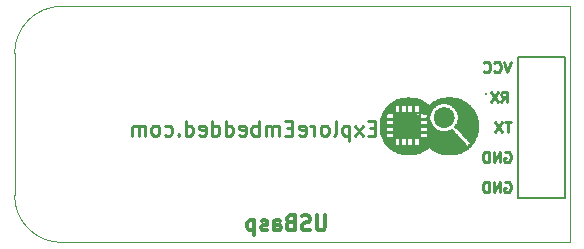
<source format=gbr>
G04 #@! TF.FileFunction,Legend,Bot*
%FSLAX46Y46*%
G04 Gerber Fmt 4.6, Leading zero omitted, Abs format (unit mm)*
G04 Created by KiCad (PCBNEW (2015-01-16 BZR 5376)-product) date 9/24/2015 9:19:19 AM*
%MOMM*%
G01*
G04 APERTURE LIST*
%ADD10C,0.100000*%
%ADD11C,0.300000*%
%ADD12C,0.254000*%
%ADD13C,0.222250*%
%ADD14C,0.150000*%
%ADD15C,0.010000*%
G04 APERTURE END LIST*
D10*
D11*
X132297714Y-103698524D02*
X132297714Y-104726619D01*
X132237238Y-104847571D01*
X132176762Y-104908048D01*
X132055809Y-104968524D01*
X131813905Y-104968524D01*
X131692952Y-104908048D01*
X131632476Y-104847571D01*
X131572000Y-104726619D01*
X131572000Y-103698524D01*
X131027714Y-104908048D02*
X130846286Y-104968524D01*
X130543905Y-104968524D01*
X130422952Y-104908048D01*
X130362476Y-104847571D01*
X130302000Y-104726619D01*
X130302000Y-104605667D01*
X130362476Y-104484714D01*
X130422952Y-104424238D01*
X130543905Y-104363762D01*
X130785809Y-104303286D01*
X130906762Y-104242810D01*
X130967238Y-104182333D01*
X131027714Y-104061381D01*
X131027714Y-103940429D01*
X130967238Y-103819476D01*
X130906762Y-103759000D01*
X130785809Y-103698524D01*
X130483429Y-103698524D01*
X130302000Y-103759000D01*
X129334381Y-104303286D02*
X129152952Y-104363762D01*
X129092476Y-104424238D01*
X129032000Y-104545190D01*
X129032000Y-104726619D01*
X129092476Y-104847571D01*
X129152952Y-104908048D01*
X129273905Y-104968524D01*
X129757714Y-104968524D01*
X129757714Y-103698524D01*
X129334381Y-103698524D01*
X129213428Y-103759000D01*
X129152952Y-103819476D01*
X129092476Y-103940429D01*
X129092476Y-104061381D01*
X129152952Y-104182333D01*
X129213428Y-104242810D01*
X129334381Y-104303286D01*
X129757714Y-104303286D01*
X127943428Y-104968524D02*
X127943428Y-104303286D01*
X128003905Y-104182333D01*
X128124857Y-104121857D01*
X128366762Y-104121857D01*
X128487714Y-104182333D01*
X127943428Y-104908048D02*
X128064381Y-104968524D01*
X128366762Y-104968524D01*
X128487714Y-104908048D01*
X128548190Y-104787095D01*
X128548190Y-104666143D01*
X128487714Y-104545190D01*
X128366762Y-104484714D01*
X128064381Y-104484714D01*
X127943428Y-104424238D01*
X127399142Y-104908048D02*
X127278190Y-104968524D01*
X127036285Y-104968524D01*
X126915333Y-104908048D01*
X126854857Y-104787095D01*
X126854857Y-104726619D01*
X126915333Y-104605667D01*
X127036285Y-104545190D01*
X127217714Y-104545190D01*
X127338666Y-104484714D01*
X127399142Y-104363762D01*
X127399142Y-104303286D01*
X127338666Y-104182333D01*
X127217714Y-104121857D01*
X127036285Y-104121857D01*
X126915333Y-104182333D01*
X126310571Y-104121857D02*
X126310571Y-105391857D01*
X126310571Y-104182333D02*
X126189619Y-104121857D01*
X125947714Y-104121857D01*
X125826762Y-104182333D01*
X125766285Y-104242810D01*
X125705809Y-104363762D01*
X125705809Y-104726619D01*
X125766285Y-104847571D01*
X125826762Y-104908048D01*
X125947714Y-104968524D01*
X126189619Y-104968524D01*
X126310571Y-104908048D01*
D12*
X136518952Y-96302286D02*
X136095619Y-96302286D01*
X135914190Y-96967524D02*
X136518952Y-96967524D01*
X136518952Y-95697524D01*
X135914190Y-95697524D01*
X135490856Y-96967524D02*
X134825618Y-96120857D01*
X135490856Y-96120857D02*
X134825618Y-96967524D01*
X134341809Y-96120857D02*
X134341809Y-97390857D01*
X134341809Y-96181333D02*
X134220857Y-96120857D01*
X133978952Y-96120857D01*
X133858000Y-96181333D01*
X133797523Y-96241810D01*
X133737047Y-96362762D01*
X133737047Y-96725619D01*
X133797523Y-96846571D01*
X133858000Y-96907048D01*
X133978952Y-96967524D01*
X134220857Y-96967524D01*
X134341809Y-96907048D01*
X133011332Y-96967524D02*
X133132285Y-96907048D01*
X133192761Y-96786095D01*
X133192761Y-95697524D01*
X132346094Y-96967524D02*
X132467047Y-96907048D01*
X132527523Y-96846571D01*
X132587999Y-96725619D01*
X132587999Y-96362762D01*
X132527523Y-96241810D01*
X132467047Y-96181333D01*
X132346094Y-96120857D01*
X132164666Y-96120857D01*
X132043714Y-96181333D01*
X131983237Y-96241810D01*
X131922761Y-96362762D01*
X131922761Y-96725619D01*
X131983237Y-96846571D01*
X132043714Y-96907048D01*
X132164666Y-96967524D01*
X132346094Y-96967524D01*
X131378475Y-96967524D02*
X131378475Y-96120857D01*
X131378475Y-96362762D02*
X131317999Y-96241810D01*
X131257523Y-96181333D01*
X131136570Y-96120857D01*
X131015618Y-96120857D01*
X130108476Y-96907048D02*
X130229428Y-96967524D01*
X130471333Y-96967524D01*
X130592285Y-96907048D01*
X130652761Y-96786095D01*
X130652761Y-96302286D01*
X130592285Y-96181333D01*
X130471333Y-96120857D01*
X130229428Y-96120857D01*
X130108476Y-96181333D01*
X130047999Y-96302286D01*
X130047999Y-96423238D01*
X130652761Y-96544190D01*
X129503714Y-96302286D02*
X129080381Y-96302286D01*
X128898952Y-96967524D02*
X129503714Y-96967524D01*
X129503714Y-95697524D01*
X128898952Y-95697524D01*
X128354666Y-96967524D02*
X128354666Y-96120857D01*
X128354666Y-96241810D02*
X128294190Y-96181333D01*
X128173237Y-96120857D01*
X127991809Y-96120857D01*
X127870857Y-96181333D01*
X127810380Y-96302286D01*
X127810380Y-96967524D01*
X127810380Y-96302286D02*
X127749904Y-96181333D01*
X127628952Y-96120857D01*
X127447523Y-96120857D01*
X127326571Y-96181333D01*
X127266095Y-96302286D01*
X127266095Y-96967524D01*
X126661333Y-96967524D02*
X126661333Y-95697524D01*
X126661333Y-96181333D02*
X126540381Y-96120857D01*
X126298476Y-96120857D01*
X126177524Y-96181333D01*
X126117047Y-96241810D01*
X126056571Y-96362762D01*
X126056571Y-96725619D01*
X126117047Y-96846571D01*
X126177524Y-96907048D01*
X126298476Y-96967524D01*
X126540381Y-96967524D01*
X126661333Y-96907048D01*
X125028476Y-96907048D02*
X125149428Y-96967524D01*
X125391333Y-96967524D01*
X125512285Y-96907048D01*
X125572761Y-96786095D01*
X125572761Y-96302286D01*
X125512285Y-96181333D01*
X125391333Y-96120857D01*
X125149428Y-96120857D01*
X125028476Y-96181333D01*
X124967999Y-96302286D01*
X124967999Y-96423238D01*
X125572761Y-96544190D01*
X123879428Y-96967524D02*
X123879428Y-95697524D01*
X123879428Y-96907048D02*
X124000381Y-96967524D01*
X124242285Y-96967524D01*
X124363238Y-96907048D01*
X124423714Y-96846571D01*
X124484190Y-96725619D01*
X124484190Y-96362762D01*
X124423714Y-96241810D01*
X124363238Y-96181333D01*
X124242285Y-96120857D01*
X124000381Y-96120857D01*
X123879428Y-96181333D01*
X122730380Y-96967524D02*
X122730380Y-95697524D01*
X122730380Y-96907048D02*
X122851333Y-96967524D01*
X123093237Y-96967524D01*
X123214190Y-96907048D01*
X123274666Y-96846571D01*
X123335142Y-96725619D01*
X123335142Y-96362762D01*
X123274666Y-96241810D01*
X123214190Y-96181333D01*
X123093237Y-96120857D01*
X122851333Y-96120857D01*
X122730380Y-96181333D01*
X121641809Y-96907048D02*
X121762761Y-96967524D01*
X122004666Y-96967524D01*
X122125618Y-96907048D01*
X122186094Y-96786095D01*
X122186094Y-96302286D01*
X122125618Y-96181333D01*
X122004666Y-96120857D01*
X121762761Y-96120857D01*
X121641809Y-96181333D01*
X121581332Y-96302286D01*
X121581332Y-96423238D01*
X122186094Y-96544190D01*
X120492761Y-96967524D02*
X120492761Y-95697524D01*
X120492761Y-96907048D02*
X120613714Y-96967524D01*
X120855618Y-96967524D01*
X120976571Y-96907048D01*
X121037047Y-96846571D01*
X121097523Y-96725619D01*
X121097523Y-96362762D01*
X121037047Y-96241810D01*
X120976571Y-96181333D01*
X120855618Y-96120857D01*
X120613714Y-96120857D01*
X120492761Y-96181333D01*
X119887999Y-96846571D02*
X119827523Y-96907048D01*
X119887999Y-96967524D01*
X119948475Y-96907048D01*
X119887999Y-96846571D01*
X119887999Y-96967524D01*
X118738951Y-96907048D02*
X118859904Y-96967524D01*
X119101808Y-96967524D01*
X119222761Y-96907048D01*
X119283237Y-96846571D01*
X119343713Y-96725619D01*
X119343713Y-96362762D01*
X119283237Y-96241810D01*
X119222761Y-96181333D01*
X119101808Y-96120857D01*
X118859904Y-96120857D01*
X118738951Y-96181333D01*
X118013237Y-96967524D02*
X118134190Y-96907048D01*
X118194666Y-96846571D01*
X118255142Y-96725619D01*
X118255142Y-96362762D01*
X118194666Y-96241810D01*
X118134190Y-96181333D01*
X118013237Y-96120857D01*
X117831809Y-96120857D01*
X117710857Y-96181333D01*
X117650380Y-96241810D01*
X117589904Y-96362762D01*
X117589904Y-96725619D01*
X117650380Y-96846571D01*
X117710857Y-96907048D01*
X117831809Y-96967524D01*
X118013237Y-96967524D01*
X117045618Y-96967524D02*
X117045618Y-96120857D01*
X117045618Y-96241810D02*
X116985142Y-96181333D01*
X116864189Y-96120857D01*
X116682761Y-96120857D01*
X116561809Y-96181333D01*
X116501332Y-96302286D01*
X116501332Y-96967524D01*
X116501332Y-96302286D02*
X116440856Y-96181333D01*
X116319904Y-96120857D01*
X116138475Y-96120857D01*
X116017523Y-96181333D01*
X115957047Y-96302286D01*
X115957047Y-96967524D01*
D10*
X110000000Y-86000000D02*
X153000000Y-86000000D01*
X106000000Y-90000000D02*
X106000000Y-102000000D01*
X110000000Y-106000000D02*
X153000000Y-106000000D01*
X106000000Y-102000000D02*
G75*
G03X110000000Y-106000000I4000000J0D01*
G01*
X110000000Y-86000000D02*
G75*
G03X106000000Y-90000000I0J-4000000D01*
G01*
D13*
X147214166Y-94128167D02*
X147510500Y-93704833D01*
X147722166Y-94128167D02*
X147722166Y-93239167D01*
X147383500Y-93239167D01*
X147298833Y-93281500D01*
X147256500Y-93323833D01*
X147214166Y-93408500D01*
X147214166Y-93535500D01*
X147256500Y-93620167D01*
X147298833Y-93662500D01*
X147383500Y-93704833D01*
X147722166Y-93704833D01*
X146917833Y-93239167D02*
X146325166Y-94128167D01*
X146325166Y-93239167D02*
X146917833Y-94128167D01*
X147489333Y-100901500D02*
X147573999Y-100859167D01*
X147700999Y-100859167D01*
X147827999Y-100901500D01*
X147912666Y-100986167D01*
X147954999Y-101070833D01*
X147997333Y-101240167D01*
X147997333Y-101367167D01*
X147954999Y-101536500D01*
X147912666Y-101621167D01*
X147827999Y-101705833D01*
X147700999Y-101748167D01*
X147616333Y-101748167D01*
X147489333Y-101705833D01*
X147446999Y-101663500D01*
X147446999Y-101367167D01*
X147616333Y-101367167D01*
X147065999Y-101748167D02*
X147065999Y-100859167D01*
X146557999Y-101748167D01*
X146557999Y-100859167D01*
X146134666Y-101748167D02*
X146134666Y-100859167D01*
X145923000Y-100859167D01*
X145796000Y-100901500D01*
X145711333Y-100986167D01*
X145669000Y-101070833D01*
X145626666Y-101240167D01*
X145626666Y-101367167D01*
X145669000Y-101536500D01*
X145711333Y-101621167D01*
X145796000Y-101705833D01*
X145923000Y-101748167D01*
X146134666Y-101748167D01*
X147489333Y-98361500D02*
X147573999Y-98319167D01*
X147700999Y-98319167D01*
X147827999Y-98361500D01*
X147912666Y-98446167D01*
X147954999Y-98530833D01*
X147997333Y-98700167D01*
X147997333Y-98827167D01*
X147954999Y-98996500D01*
X147912666Y-99081167D01*
X147827999Y-99165833D01*
X147700999Y-99208167D01*
X147616333Y-99208167D01*
X147489333Y-99165833D01*
X147446999Y-99123500D01*
X147446999Y-98827167D01*
X147616333Y-98827167D01*
X147065999Y-99208167D02*
X147065999Y-98319167D01*
X146557999Y-99208167D01*
X146557999Y-98319167D01*
X146134666Y-99208167D02*
X146134666Y-98319167D01*
X145923000Y-98319167D01*
X145796000Y-98361500D01*
X145711333Y-98446167D01*
X145669000Y-98530833D01*
X145626666Y-98700167D01*
X145626666Y-98827167D01*
X145669000Y-98996500D01*
X145711333Y-99081167D01*
X145796000Y-99165833D01*
X145923000Y-99208167D01*
X146134666Y-99208167D01*
X147997333Y-95779167D02*
X147489333Y-95779167D01*
X147743333Y-96668167D02*
X147743333Y-95779167D01*
X147277667Y-95779167D02*
X146685000Y-96668167D01*
X146685000Y-95779167D02*
X147277667Y-96668167D01*
X147997333Y-90699167D02*
X147701000Y-91588167D01*
X147404667Y-90699167D01*
X146600333Y-91503500D02*
X146642667Y-91545833D01*
X146769667Y-91588167D01*
X146854333Y-91588167D01*
X146981333Y-91545833D01*
X147066000Y-91461167D01*
X147108333Y-91376500D01*
X147150667Y-91207167D01*
X147150667Y-91080167D01*
X147108333Y-90910833D01*
X147066000Y-90826167D01*
X146981333Y-90741500D01*
X146854333Y-90699167D01*
X146769667Y-90699167D01*
X146642667Y-90741500D01*
X146600333Y-90783833D01*
X145711333Y-91503500D02*
X145753667Y-91545833D01*
X145880667Y-91588167D01*
X145965333Y-91588167D01*
X146092333Y-91545833D01*
X146177000Y-91461167D01*
X146219333Y-91376500D01*
X146261667Y-91207167D01*
X146261667Y-91080167D01*
X146219333Y-90910833D01*
X146177000Y-90826167D01*
X146092333Y-90741500D01*
X145965333Y-90699167D01*
X145880667Y-90699167D01*
X145753667Y-90741500D01*
X145711333Y-90783833D01*
D10*
X153000000Y-106000000D02*
X153000000Y-86000000D01*
D14*
X148622000Y-90266000D02*
X152622000Y-90266000D01*
X152622000Y-90266000D02*
X152622000Y-102266000D01*
X152622000Y-102266000D02*
X148622000Y-102266000D01*
X148622000Y-102266000D02*
X148622000Y-90266000D01*
D15*
G36*
X145923000Y-93345000D02*
X145873000Y-93345000D01*
X145873000Y-93395000D01*
X145923000Y-93395000D01*
X145923000Y-93345000D01*
X145923000Y-93345000D01*
G37*
X145923000Y-93345000D02*
X145873000Y-93345000D01*
X145873000Y-93395000D01*
X145923000Y-93395000D01*
X145923000Y-93345000D01*
G36*
X145923000Y-93395000D02*
X145873000Y-93395000D01*
X145873000Y-93445000D01*
X145923000Y-93445000D01*
X145923000Y-93395000D01*
X145923000Y-93395000D01*
G37*
X145923000Y-93395000D02*
X145873000Y-93395000D01*
X145873000Y-93445000D01*
X145923000Y-93445000D01*
X145923000Y-93395000D01*
G36*
X143023000Y-93695000D02*
X142973000Y-93695000D01*
X142973000Y-93745000D01*
X143023000Y-93745000D01*
X143023000Y-93695000D01*
X143023000Y-93695000D01*
G37*
X143023000Y-93695000D02*
X142973000Y-93695000D01*
X142973000Y-93745000D01*
X143023000Y-93745000D01*
X143023000Y-93695000D01*
G36*
X142973000Y-93695000D02*
X142923000Y-93695000D01*
X142923000Y-93745000D01*
X142973000Y-93745000D01*
X142973000Y-93695000D01*
X142973000Y-93695000D01*
G37*
X142973000Y-93695000D02*
X142923000Y-93695000D01*
X142923000Y-93745000D01*
X142973000Y-93745000D01*
X142973000Y-93695000D01*
G36*
X142923000Y-93695000D02*
X142873000Y-93695000D01*
X142873000Y-93745000D01*
X142923000Y-93745000D01*
X142923000Y-93695000D01*
X142923000Y-93695000D01*
G37*
X142923000Y-93695000D02*
X142873000Y-93695000D01*
X142873000Y-93745000D01*
X142923000Y-93745000D01*
X142923000Y-93695000D01*
G36*
X142873000Y-93695000D02*
X142823000Y-93695000D01*
X142823000Y-93745000D01*
X142873000Y-93745000D01*
X142873000Y-93695000D01*
X142873000Y-93695000D01*
G37*
X142873000Y-93695000D02*
X142823000Y-93695000D01*
X142823000Y-93745000D01*
X142873000Y-93745000D01*
X142873000Y-93695000D01*
G36*
X142823000Y-93695000D02*
X142773000Y-93695000D01*
X142773000Y-93745000D01*
X142823000Y-93745000D01*
X142823000Y-93695000D01*
X142823000Y-93695000D01*
G37*
X142823000Y-93695000D02*
X142773000Y-93695000D01*
X142773000Y-93745000D01*
X142823000Y-93745000D01*
X142823000Y-93695000D01*
G36*
X142773000Y-93695000D02*
X142723000Y-93695000D01*
X142723000Y-93745000D01*
X142773000Y-93745000D01*
X142773000Y-93695000D01*
X142773000Y-93695000D01*
G37*
X142773000Y-93695000D02*
X142723000Y-93695000D01*
X142723000Y-93745000D01*
X142773000Y-93745000D01*
X142773000Y-93695000D01*
G36*
X142723000Y-93695000D02*
X142673000Y-93695000D01*
X142673000Y-93745000D01*
X142723000Y-93745000D01*
X142723000Y-93695000D01*
X142723000Y-93695000D01*
G37*
X142723000Y-93695000D02*
X142673000Y-93695000D01*
X142673000Y-93745000D01*
X142723000Y-93745000D01*
X142723000Y-93695000D01*
G36*
X142673000Y-93695000D02*
X142623000Y-93695000D01*
X142623000Y-93745000D01*
X142673000Y-93745000D01*
X142673000Y-93695000D01*
X142673000Y-93695000D01*
G37*
X142673000Y-93695000D02*
X142623000Y-93695000D01*
X142623000Y-93745000D01*
X142673000Y-93745000D01*
X142673000Y-93695000D01*
G36*
X142623000Y-93695000D02*
X142573000Y-93695000D01*
X142573000Y-93745000D01*
X142623000Y-93745000D01*
X142623000Y-93695000D01*
X142623000Y-93695000D01*
G37*
X142623000Y-93695000D02*
X142573000Y-93695000D01*
X142573000Y-93745000D01*
X142623000Y-93745000D01*
X142623000Y-93695000D01*
G36*
X139423000Y-93695000D02*
X139373000Y-93695000D01*
X139373000Y-93745000D01*
X139423000Y-93745000D01*
X139423000Y-93695000D01*
X139423000Y-93695000D01*
G37*
X139423000Y-93695000D02*
X139373000Y-93695000D01*
X139373000Y-93745000D01*
X139423000Y-93745000D01*
X139423000Y-93695000D01*
G36*
X139373000Y-93695000D02*
X139323000Y-93695000D01*
X139323000Y-93745000D01*
X139373000Y-93745000D01*
X139373000Y-93695000D01*
X139373000Y-93695000D01*
G37*
X139373000Y-93695000D02*
X139323000Y-93695000D01*
X139323000Y-93745000D01*
X139373000Y-93745000D01*
X139373000Y-93695000D01*
G36*
X139323000Y-93695000D02*
X139273000Y-93695000D01*
X139273000Y-93745000D01*
X139323000Y-93745000D01*
X139323000Y-93695000D01*
X139323000Y-93695000D01*
G37*
X139323000Y-93695000D02*
X139273000Y-93695000D01*
X139273000Y-93745000D01*
X139323000Y-93745000D01*
X139323000Y-93695000D01*
G36*
X143373000Y-93745000D02*
X143323000Y-93745000D01*
X143323000Y-93795000D01*
X143373000Y-93795000D01*
X143373000Y-93745000D01*
X143373000Y-93745000D01*
G37*
X143373000Y-93745000D02*
X143323000Y-93745000D01*
X143323000Y-93795000D01*
X143373000Y-93795000D01*
X143373000Y-93745000D01*
G36*
X143323000Y-93745000D02*
X143273000Y-93745000D01*
X143273000Y-93795000D01*
X143323000Y-93795000D01*
X143323000Y-93745000D01*
X143323000Y-93745000D01*
G37*
X143323000Y-93745000D02*
X143273000Y-93745000D01*
X143273000Y-93795000D01*
X143323000Y-93795000D01*
X143323000Y-93745000D01*
G36*
X143273000Y-93745000D02*
X143223000Y-93745000D01*
X143223000Y-93795000D01*
X143273000Y-93795000D01*
X143273000Y-93745000D01*
X143273000Y-93745000D01*
G37*
X143273000Y-93745000D02*
X143223000Y-93745000D01*
X143223000Y-93795000D01*
X143273000Y-93795000D01*
X143273000Y-93745000D01*
G36*
X143223000Y-93745000D02*
X143173000Y-93745000D01*
X143173000Y-93795000D01*
X143223000Y-93795000D01*
X143223000Y-93745000D01*
X143223000Y-93745000D01*
G37*
X143223000Y-93745000D02*
X143173000Y-93745000D01*
X143173000Y-93795000D01*
X143223000Y-93795000D01*
X143223000Y-93745000D01*
G36*
X143173000Y-93745000D02*
X143123000Y-93745000D01*
X143123000Y-93795000D01*
X143173000Y-93795000D01*
X143173000Y-93745000D01*
X143173000Y-93745000D01*
G37*
X143173000Y-93745000D02*
X143123000Y-93745000D01*
X143123000Y-93795000D01*
X143173000Y-93795000D01*
X143173000Y-93745000D01*
G36*
X143123000Y-93745000D02*
X143073000Y-93745000D01*
X143073000Y-93795000D01*
X143123000Y-93795000D01*
X143123000Y-93745000D01*
X143123000Y-93745000D01*
G37*
X143123000Y-93745000D02*
X143073000Y-93745000D01*
X143073000Y-93795000D01*
X143123000Y-93795000D01*
X143123000Y-93745000D01*
G36*
X143073000Y-93745000D02*
X143023000Y-93745000D01*
X143023000Y-93795000D01*
X143073000Y-93795000D01*
X143073000Y-93745000D01*
X143073000Y-93745000D01*
G37*
X143073000Y-93745000D02*
X143023000Y-93745000D01*
X143023000Y-93795000D01*
X143073000Y-93795000D01*
X143073000Y-93745000D01*
G36*
X143023000Y-93745000D02*
X142973000Y-93745000D01*
X142973000Y-93795000D01*
X143023000Y-93795000D01*
X143023000Y-93745000D01*
X143023000Y-93745000D01*
G37*
X143023000Y-93745000D02*
X142973000Y-93745000D01*
X142973000Y-93795000D01*
X143023000Y-93795000D01*
X143023000Y-93745000D01*
G36*
X142973000Y-93745000D02*
X142923000Y-93745000D01*
X142923000Y-93795000D01*
X142973000Y-93795000D01*
X142973000Y-93745000D01*
X142973000Y-93745000D01*
G37*
X142973000Y-93745000D02*
X142923000Y-93745000D01*
X142923000Y-93795000D01*
X142973000Y-93795000D01*
X142973000Y-93745000D01*
G36*
X142923000Y-93745000D02*
X142873000Y-93745000D01*
X142873000Y-93795000D01*
X142923000Y-93795000D01*
X142923000Y-93745000D01*
X142923000Y-93745000D01*
G37*
X142923000Y-93745000D02*
X142873000Y-93745000D01*
X142873000Y-93795000D01*
X142923000Y-93795000D01*
X142923000Y-93745000D01*
G36*
X142873000Y-93745000D02*
X142823000Y-93745000D01*
X142823000Y-93795000D01*
X142873000Y-93795000D01*
X142873000Y-93745000D01*
X142873000Y-93745000D01*
G37*
X142873000Y-93745000D02*
X142823000Y-93745000D01*
X142823000Y-93795000D01*
X142873000Y-93795000D01*
X142873000Y-93745000D01*
G36*
X142823000Y-93745000D02*
X142773000Y-93745000D01*
X142773000Y-93795000D01*
X142823000Y-93795000D01*
X142823000Y-93745000D01*
X142823000Y-93745000D01*
G37*
X142823000Y-93745000D02*
X142773000Y-93745000D01*
X142773000Y-93795000D01*
X142823000Y-93795000D01*
X142823000Y-93745000D01*
G36*
X142773000Y-93745000D02*
X142723000Y-93745000D01*
X142723000Y-93795000D01*
X142773000Y-93795000D01*
X142773000Y-93745000D01*
X142773000Y-93745000D01*
G37*
X142773000Y-93745000D02*
X142723000Y-93745000D01*
X142723000Y-93795000D01*
X142773000Y-93795000D01*
X142773000Y-93745000D01*
G36*
X142723000Y-93745000D02*
X142673000Y-93745000D01*
X142673000Y-93795000D01*
X142723000Y-93795000D01*
X142723000Y-93745000D01*
X142723000Y-93745000D01*
G37*
X142723000Y-93745000D02*
X142673000Y-93745000D01*
X142673000Y-93795000D01*
X142723000Y-93795000D01*
X142723000Y-93745000D01*
G36*
X142673000Y-93745000D02*
X142623000Y-93745000D01*
X142623000Y-93795000D01*
X142673000Y-93795000D01*
X142673000Y-93745000D01*
X142673000Y-93745000D01*
G37*
X142673000Y-93745000D02*
X142623000Y-93745000D01*
X142623000Y-93795000D01*
X142673000Y-93795000D01*
X142673000Y-93745000D01*
G36*
X142623000Y-93745000D02*
X142573000Y-93745000D01*
X142573000Y-93795000D01*
X142623000Y-93795000D01*
X142623000Y-93745000D01*
X142623000Y-93745000D01*
G37*
X142623000Y-93745000D02*
X142573000Y-93745000D01*
X142573000Y-93795000D01*
X142623000Y-93795000D01*
X142623000Y-93745000D01*
G36*
X142573000Y-93745000D02*
X142523000Y-93745000D01*
X142523000Y-93795000D01*
X142573000Y-93795000D01*
X142573000Y-93745000D01*
X142573000Y-93745000D01*
G37*
X142573000Y-93745000D02*
X142523000Y-93745000D01*
X142523000Y-93795000D01*
X142573000Y-93795000D01*
X142573000Y-93745000D01*
G36*
X142523000Y-93745000D02*
X142473000Y-93745000D01*
X142473000Y-93795000D01*
X142523000Y-93795000D01*
X142523000Y-93745000D01*
X142523000Y-93745000D01*
G37*
X142523000Y-93745000D02*
X142473000Y-93745000D01*
X142473000Y-93795000D01*
X142523000Y-93795000D01*
X142523000Y-93745000D01*
G36*
X142473000Y-93745000D02*
X142423000Y-93745000D01*
X142423000Y-93795000D01*
X142473000Y-93795000D01*
X142473000Y-93745000D01*
X142473000Y-93745000D01*
G37*
X142473000Y-93745000D02*
X142423000Y-93745000D01*
X142423000Y-93795000D01*
X142473000Y-93795000D01*
X142473000Y-93745000D01*
G36*
X142423000Y-93745000D02*
X142373000Y-93745000D01*
X142373000Y-93795000D01*
X142423000Y-93795000D01*
X142423000Y-93745000D01*
X142423000Y-93745000D01*
G37*
X142423000Y-93745000D02*
X142373000Y-93745000D01*
X142373000Y-93795000D01*
X142423000Y-93795000D01*
X142423000Y-93745000D01*
G36*
X142373000Y-93745000D02*
X142323000Y-93745000D01*
X142323000Y-93795000D01*
X142373000Y-93795000D01*
X142373000Y-93745000D01*
X142373000Y-93745000D01*
G37*
X142373000Y-93745000D02*
X142323000Y-93745000D01*
X142323000Y-93795000D01*
X142373000Y-93795000D01*
X142373000Y-93745000D01*
G36*
X142323000Y-93745000D02*
X142273000Y-93745000D01*
X142273000Y-93795000D01*
X142323000Y-93795000D01*
X142323000Y-93745000D01*
X142323000Y-93745000D01*
G37*
X142323000Y-93745000D02*
X142273000Y-93745000D01*
X142273000Y-93795000D01*
X142323000Y-93795000D01*
X142323000Y-93745000D01*
G36*
X142273000Y-93745000D02*
X142223000Y-93745000D01*
X142223000Y-93795000D01*
X142273000Y-93795000D01*
X142273000Y-93745000D01*
X142273000Y-93745000D01*
G37*
X142273000Y-93745000D02*
X142223000Y-93745000D01*
X142223000Y-93795000D01*
X142273000Y-93795000D01*
X142273000Y-93745000D01*
G36*
X139873000Y-93745000D02*
X139823000Y-93745000D01*
X139823000Y-93795000D01*
X139873000Y-93795000D01*
X139873000Y-93745000D01*
X139873000Y-93745000D01*
G37*
X139873000Y-93745000D02*
X139823000Y-93745000D01*
X139823000Y-93795000D01*
X139873000Y-93795000D01*
X139873000Y-93745000D01*
G36*
X139823000Y-93745000D02*
X139773000Y-93745000D01*
X139773000Y-93795000D01*
X139823000Y-93795000D01*
X139823000Y-93745000D01*
X139823000Y-93745000D01*
G37*
X139823000Y-93745000D02*
X139773000Y-93745000D01*
X139773000Y-93795000D01*
X139823000Y-93795000D01*
X139823000Y-93745000D01*
G36*
X139773000Y-93745000D02*
X139723000Y-93745000D01*
X139723000Y-93795000D01*
X139773000Y-93795000D01*
X139773000Y-93745000D01*
X139773000Y-93745000D01*
G37*
X139773000Y-93745000D02*
X139723000Y-93745000D01*
X139723000Y-93795000D01*
X139773000Y-93795000D01*
X139773000Y-93745000D01*
G36*
X139723000Y-93745000D02*
X139673000Y-93745000D01*
X139673000Y-93795000D01*
X139723000Y-93795000D01*
X139723000Y-93745000D01*
X139723000Y-93745000D01*
G37*
X139723000Y-93745000D02*
X139673000Y-93745000D01*
X139673000Y-93795000D01*
X139723000Y-93795000D01*
X139723000Y-93745000D01*
G36*
X139673000Y-93745000D02*
X139623000Y-93745000D01*
X139623000Y-93795000D01*
X139673000Y-93795000D01*
X139673000Y-93745000D01*
X139673000Y-93745000D01*
G37*
X139673000Y-93745000D02*
X139623000Y-93745000D01*
X139623000Y-93795000D01*
X139673000Y-93795000D01*
X139673000Y-93745000D01*
G36*
X139623000Y-93745000D02*
X139573000Y-93745000D01*
X139573000Y-93795000D01*
X139623000Y-93795000D01*
X139623000Y-93745000D01*
X139623000Y-93745000D01*
G37*
X139623000Y-93745000D02*
X139573000Y-93745000D01*
X139573000Y-93795000D01*
X139623000Y-93795000D01*
X139623000Y-93745000D01*
G36*
X139573000Y-93745000D02*
X139523000Y-93745000D01*
X139523000Y-93795000D01*
X139573000Y-93795000D01*
X139573000Y-93745000D01*
X139573000Y-93745000D01*
G37*
X139573000Y-93745000D02*
X139523000Y-93745000D01*
X139523000Y-93795000D01*
X139573000Y-93795000D01*
X139573000Y-93745000D01*
G36*
X139523000Y-93745000D02*
X139473000Y-93745000D01*
X139473000Y-93795000D01*
X139523000Y-93795000D01*
X139523000Y-93745000D01*
X139523000Y-93745000D01*
G37*
X139523000Y-93745000D02*
X139473000Y-93745000D01*
X139473000Y-93795000D01*
X139523000Y-93795000D01*
X139523000Y-93745000D01*
G36*
X139473000Y-93745000D02*
X139423000Y-93745000D01*
X139423000Y-93795000D01*
X139473000Y-93795000D01*
X139473000Y-93745000D01*
X139473000Y-93745000D01*
G37*
X139473000Y-93745000D02*
X139423000Y-93745000D01*
X139423000Y-93795000D01*
X139473000Y-93795000D01*
X139473000Y-93745000D01*
G36*
X139423000Y-93745000D02*
X139373000Y-93745000D01*
X139373000Y-93795000D01*
X139423000Y-93795000D01*
X139423000Y-93745000D01*
X139423000Y-93745000D01*
G37*
X139423000Y-93745000D02*
X139373000Y-93745000D01*
X139373000Y-93795000D01*
X139423000Y-93795000D01*
X139423000Y-93745000D01*
G36*
X139373000Y-93745000D02*
X139323000Y-93745000D01*
X139323000Y-93795000D01*
X139373000Y-93795000D01*
X139373000Y-93745000D01*
X139373000Y-93745000D01*
G37*
X139373000Y-93745000D02*
X139323000Y-93745000D01*
X139323000Y-93795000D01*
X139373000Y-93795000D01*
X139373000Y-93745000D01*
G36*
X139323000Y-93745000D02*
X139273000Y-93745000D01*
X139273000Y-93795000D01*
X139323000Y-93795000D01*
X139323000Y-93745000D01*
X139323000Y-93745000D01*
G37*
X139323000Y-93745000D02*
X139273000Y-93745000D01*
X139273000Y-93795000D01*
X139323000Y-93795000D01*
X139323000Y-93745000D01*
G36*
X139273000Y-93745000D02*
X139223000Y-93745000D01*
X139223000Y-93795000D01*
X139273000Y-93795000D01*
X139273000Y-93745000D01*
X139273000Y-93745000D01*
G37*
X139273000Y-93745000D02*
X139223000Y-93745000D01*
X139223000Y-93795000D01*
X139273000Y-93795000D01*
X139273000Y-93745000D01*
G36*
X139223000Y-93745000D02*
X139173000Y-93745000D01*
X139173000Y-93795000D01*
X139223000Y-93795000D01*
X139223000Y-93745000D01*
X139223000Y-93745000D01*
G37*
X139223000Y-93745000D02*
X139173000Y-93745000D01*
X139173000Y-93795000D01*
X139223000Y-93795000D01*
X139223000Y-93745000D01*
G36*
X139173000Y-93745000D02*
X139123000Y-93745000D01*
X139123000Y-93795000D01*
X139173000Y-93795000D01*
X139173000Y-93745000D01*
X139173000Y-93745000D01*
G37*
X139173000Y-93745000D02*
X139123000Y-93745000D01*
X139123000Y-93795000D01*
X139173000Y-93795000D01*
X139173000Y-93745000D01*
G36*
X139123000Y-93745000D02*
X139073000Y-93745000D01*
X139073000Y-93795000D01*
X139123000Y-93795000D01*
X139123000Y-93745000D01*
X139123000Y-93745000D01*
G37*
X139123000Y-93745000D02*
X139073000Y-93745000D01*
X139073000Y-93795000D01*
X139123000Y-93795000D01*
X139123000Y-93745000D01*
G36*
X139073000Y-93745000D02*
X139023000Y-93745000D01*
X139023000Y-93795000D01*
X139073000Y-93795000D01*
X139073000Y-93745000D01*
X139073000Y-93745000D01*
G37*
X139073000Y-93745000D02*
X139023000Y-93745000D01*
X139023000Y-93795000D01*
X139073000Y-93795000D01*
X139073000Y-93745000D01*
G36*
X139023000Y-93745000D02*
X138973000Y-93745000D01*
X138973000Y-93795000D01*
X139023000Y-93795000D01*
X139023000Y-93745000D01*
X139023000Y-93745000D01*
G37*
X139023000Y-93745000D02*
X138973000Y-93745000D01*
X138973000Y-93795000D01*
X139023000Y-93795000D01*
X139023000Y-93745000D01*
G36*
X138973000Y-93745000D02*
X138923000Y-93745000D01*
X138923000Y-93795000D01*
X138973000Y-93795000D01*
X138973000Y-93745000D01*
X138973000Y-93745000D01*
G37*
X138973000Y-93745000D02*
X138923000Y-93745000D01*
X138923000Y-93795000D01*
X138973000Y-93795000D01*
X138973000Y-93745000D01*
G36*
X138923000Y-93745000D02*
X138873000Y-93745000D01*
X138873000Y-93795000D01*
X138923000Y-93795000D01*
X138923000Y-93745000D01*
X138923000Y-93745000D01*
G37*
X138923000Y-93745000D02*
X138873000Y-93745000D01*
X138873000Y-93795000D01*
X138923000Y-93795000D01*
X138923000Y-93745000D01*
G36*
X138873000Y-93745000D02*
X138823000Y-93745000D01*
X138823000Y-93795000D01*
X138873000Y-93795000D01*
X138873000Y-93745000D01*
X138873000Y-93745000D01*
G37*
X138873000Y-93745000D02*
X138823000Y-93745000D01*
X138823000Y-93795000D01*
X138873000Y-93795000D01*
X138873000Y-93745000D01*
G36*
X143523000Y-93795000D02*
X143473000Y-93795000D01*
X143473000Y-93845000D01*
X143523000Y-93845000D01*
X143523000Y-93795000D01*
X143523000Y-93795000D01*
G37*
X143523000Y-93795000D02*
X143473000Y-93795000D01*
X143473000Y-93845000D01*
X143523000Y-93845000D01*
X143523000Y-93795000D01*
G36*
X143473000Y-93795000D02*
X143423000Y-93795000D01*
X143423000Y-93845000D01*
X143473000Y-93845000D01*
X143473000Y-93795000D01*
X143473000Y-93795000D01*
G37*
X143473000Y-93795000D02*
X143423000Y-93795000D01*
X143423000Y-93845000D01*
X143473000Y-93845000D01*
X143473000Y-93795000D01*
G36*
X143423000Y-93795000D02*
X143373000Y-93795000D01*
X143373000Y-93845000D01*
X143423000Y-93845000D01*
X143423000Y-93795000D01*
X143423000Y-93795000D01*
G37*
X143423000Y-93795000D02*
X143373000Y-93795000D01*
X143373000Y-93845000D01*
X143423000Y-93845000D01*
X143423000Y-93795000D01*
G36*
X143373000Y-93795000D02*
X143323000Y-93795000D01*
X143323000Y-93845000D01*
X143373000Y-93845000D01*
X143373000Y-93795000D01*
X143373000Y-93795000D01*
G37*
X143373000Y-93795000D02*
X143323000Y-93795000D01*
X143323000Y-93845000D01*
X143373000Y-93845000D01*
X143373000Y-93795000D01*
G36*
X143323000Y-93795000D02*
X143273000Y-93795000D01*
X143273000Y-93845000D01*
X143323000Y-93845000D01*
X143323000Y-93795000D01*
X143323000Y-93795000D01*
G37*
X143323000Y-93795000D02*
X143273000Y-93795000D01*
X143273000Y-93845000D01*
X143323000Y-93845000D01*
X143323000Y-93795000D01*
G36*
X143273000Y-93795000D02*
X143223000Y-93795000D01*
X143223000Y-93845000D01*
X143273000Y-93845000D01*
X143273000Y-93795000D01*
X143273000Y-93795000D01*
G37*
X143273000Y-93795000D02*
X143223000Y-93795000D01*
X143223000Y-93845000D01*
X143273000Y-93845000D01*
X143273000Y-93795000D01*
G36*
X143223000Y-93795000D02*
X143173000Y-93795000D01*
X143173000Y-93845000D01*
X143223000Y-93845000D01*
X143223000Y-93795000D01*
X143223000Y-93795000D01*
G37*
X143223000Y-93795000D02*
X143173000Y-93795000D01*
X143173000Y-93845000D01*
X143223000Y-93845000D01*
X143223000Y-93795000D01*
G36*
X143173000Y-93795000D02*
X143123000Y-93795000D01*
X143123000Y-93845000D01*
X143173000Y-93845000D01*
X143173000Y-93795000D01*
X143173000Y-93795000D01*
G37*
X143173000Y-93795000D02*
X143123000Y-93795000D01*
X143123000Y-93845000D01*
X143173000Y-93845000D01*
X143173000Y-93795000D01*
G36*
X143123000Y-93795000D02*
X143073000Y-93795000D01*
X143073000Y-93845000D01*
X143123000Y-93845000D01*
X143123000Y-93795000D01*
X143123000Y-93795000D01*
G37*
X143123000Y-93795000D02*
X143073000Y-93795000D01*
X143073000Y-93845000D01*
X143123000Y-93845000D01*
X143123000Y-93795000D01*
G36*
X143073000Y-93795000D02*
X143023000Y-93795000D01*
X143023000Y-93845000D01*
X143073000Y-93845000D01*
X143073000Y-93795000D01*
X143073000Y-93795000D01*
G37*
X143073000Y-93795000D02*
X143023000Y-93795000D01*
X143023000Y-93845000D01*
X143073000Y-93845000D01*
X143073000Y-93795000D01*
G36*
X143023000Y-93795000D02*
X142973000Y-93795000D01*
X142973000Y-93845000D01*
X143023000Y-93845000D01*
X143023000Y-93795000D01*
X143023000Y-93795000D01*
G37*
X143023000Y-93795000D02*
X142973000Y-93795000D01*
X142973000Y-93845000D01*
X143023000Y-93845000D01*
X143023000Y-93795000D01*
G36*
X142973000Y-93795000D02*
X142923000Y-93795000D01*
X142923000Y-93845000D01*
X142973000Y-93845000D01*
X142973000Y-93795000D01*
X142973000Y-93795000D01*
G37*
X142973000Y-93795000D02*
X142923000Y-93795000D01*
X142923000Y-93845000D01*
X142973000Y-93845000D01*
X142973000Y-93795000D01*
G36*
X142923000Y-93795000D02*
X142873000Y-93795000D01*
X142873000Y-93845000D01*
X142923000Y-93845000D01*
X142923000Y-93795000D01*
X142923000Y-93795000D01*
G37*
X142923000Y-93795000D02*
X142873000Y-93795000D01*
X142873000Y-93845000D01*
X142923000Y-93845000D01*
X142923000Y-93795000D01*
G36*
X142873000Y-93795000D02*
X142823000Y-93795000D01*
X142823000Y-93845000D01*
X142873000Y-93845000D01*
X142873000Y-93795000D01*
X142873000Y-93795000D01*
G37*
X142873000Y-93795000D02*
X142823000Y-93795000D01*
X142823000Y-93845000D01*
X142873000Y-93845000D01*
X142873000Y-93795000D01*
G36*
X142823000Y-93795000D02*
X142773000Y-93795000D01*
X142773000Y-93845000D01*
X142823000Y-93845000D01*
X142823000Y-93795000D01*
X142823000Y-93795000D01*
G37*
X142823000Y-93795000D02*
X142773000Y-93795000D01*
X142773000Y-93845000D01*
X142823000Y-93845000D01*
X142823000Y-93795000D01*
G36*
X142773000Y-93795000D02*
X142723000Y-93795000D01*
X142723000Y-93845000D01*
X142773000Y-93845000D01*
X142773000Y-93795000D01*
X142773000Y-93795000D01*
G37*
X142773000Y-93795000D02*
X142723000Y-93795000D01*
X142723000Y-93845000D01*
X142773000Y-93845000D01*
X142773000Y-93795000D01*
G36*
X142723000Y-93795000D02*
X142673000Y-93795000D01*
X142673000Y-93845000D01*
X142723000Y-93845000D01*
X142723000Y-93795000D01*
X142723000Y-93795000D01*
G37*
X142723000Y-93795000D02*
X142673000Y-93795000D01*
X142673000Y-93845000D01*
X142723000Y-93845000D01*
X142723000Y-93795000D01*
G36*
X142673000Y-93795000D02*
X142623000Y-93795000D01*
X142623000Y-93845000D01*
X142673000Y-93845000D01*
X142673000Y-93795000D01*
X142673000Y-93795000D01*
G37*
X142673000Y-93795000D02*
X142623000Y-93795000D01*
X142623000Y-93845000D01*
X142673000Y-93845000D01*
X142673000Y-93795000D01*
G36*
X142623000Y-93795000D02*
X142573000Y-93795000D01*
X142573000Y-93845000D01*
X142623000Y-93845000D01*
X142623000Y-93795000D01*
X142623000Y-93795000D01*
G37*
X142623000Y-93795000D02*
X142573000Y-93795000D01*
X142573000Y-93845000D01*
X142623000Y-93845000D01*
X142623000Y-93795000D01*
G36*
X142573000Y-93795000D02*
X142523000Y-93795000D01*
X142523000Y-93845000D01*
X142573000Y-93845000D01*
X142573000Y-93795000D01*
X142573000Y-93795000D01*
G37*
X142573000Y-93795000D02*
X142523000Y-93795000D01*
X142523000Y-93845000D01*
X142573000Y-93845000D01*
X142573000Y-93795000D01*
G36*
X142523000Y-93795000D02*
X142473000Y-93795000D01*
X142473000Y-93845000D01*
X142523000Y-93845000D01*
X142523000Y-93795000D01*
X142523000Y-93795000D01*
G37*
X142523000Y-93795000D02*
X142473000Y-93795000D01*
X142473000Y-93845000D01*
X142523000Y-93845000D01*
X142523000Y-93795000D01*
G36*
X142473000Y-93795000D02*
X142423000Y-93795000D01*
X142423000Y-93845000D01*
X142473000Y-93845000D01*
X142473000Y-93795000D01*
X142473000Y-93795000D01*
G37*
X142473000Y-93795000D02*
X142423000Y-93795000D01*
X142423000Y-93845000D01*
X142473000Y-93845000D01*
X142473000Y-93795000D01*
G36*
X142423000Y-93795000D02*
X142373000Y-93795000D01*
X142373000Y-93845000D01*
X142423000Y-93845000D01*
X142423000Y-93795000D01*
X142423000Y-93795000D01*
G37*
X142423000Y-93795000D02*
X142373000Y-93795000D01*
X142373000Y-93845000D01*
X142423000Y-93845000D01*
X142423000Y-93795000D01*
G36*
X142373000Y-93795000D02*
X142323000Y-93795000D01*
X142323000Y-93845000D01*
X142373000Y-93845000D01*
X142373000Y-93795000D01*
X142373000Y-93795000D01*
G37*
X142373000Y-93795000D02*
X142323000Y-93795000D01*
X142323000Y-93845000D01*
X142373000Y-93845000D01*
X142373000Y-93795000D01*
G36*
X142323000Y-93795000D02*
X142273000Y-93795000D01*
X142273000Y-93845000D01*
X142323000Y-93845000D01*
X142323000Y-93795000D01*
X142323000Y-93795000D01*
G37*
X142323000Y-93795000D02*
X142273000Y-93795000D01*
X142273000Y-93845000D01*
X142323000Y-93845000D01*
X142323000Y-93795000D01*
G36*
X142273000Y-93795000D02*
X142223000Y-93795000D01*
X142223000Y-93845000D01*
X142273000Y-93845000D01*
X142273000Y-93795000D01*
X142273000Y-93795000D01*
G37*
X142273000Y-93795000D02*
X142223000Y-93795000D01*
X142223000Y-93845000D01*
X142273000Y-93845000D01*
X142273000Y-93795000D01*
G36*
X142223000Y-93795000D02*
X142173000Y-93795000D01*
X142173000Y-93845000D01*
X142223000Y-93845000D01*
X142223000Y-93795000D01*
X142223000Y-93795000D01*
G37*
X142223000Y-93795000D02*
X142173000Y-93795000D01*
X142173000Y-93845000D01*
X142223000Y-93845000D01*
X142223000Y-93795000D01*
G36*
X142173000Y-93795000D02*
X142123000Y-93795000D01*
X142123000Y-93845000D01*
X142173000Y-93845000D01*
X142173000Y-93795000D01*
X142173000Y-93795000D01*
G37*
X142173000Y-93795000D02*
X142123000Y-93795000D01*
X142123000Y-93845000D01*
X142173000Y-93845000D01*
X142173000Y-93795000D01*
G36*
X142123000Y-93795000D02*
X142073000Y-93795000D01*
X142073000Y-93845000D01*
X142123000Y-93845000D01*
X142123000Y-93795000D01*
X142123000Y-93795000D01*
G37*
X142123000Y-93795000D02*
X142073000Y-93795000D01*
X142073000Y-93845000D01*
X142123000Y-93845000D01*
X142123000Y-93795000D01*
G36*
X142073000Y-93795000D02*
X142023000Y-93795000D01*
X142023000Y-93845000D01*
X142073000Y-93845000D01*
X142073000Y-93795000D01*
X142073000Y-93795000D01*
G37*
X142073000Y-93795000D02*
X142023000Y-93795000D01*
X142023000Y-93845000D01*
X142073000Y-93845000D01*
X142073000Y-93795000D01*
G36*
X140073000Y-93795000D02*
X140023000Y-93795000D01*
X140023000Y-93845000D01*
X140073000Y-93845000D01*
X140073000Y-93795000D01*
X140073000Y-93795000D01*
G37*
X140073000Y-93795000D02*
X140023000Y-93795000D01*
X140023000Y-93845000D01*
X140073000Y-93845000D01*
X140073000Y-93795000D01*
G36*
X140023000Y-93795000D02*
X139973000Y-93795000D01*
X139973000Y-93845000D01*
X140023000Y-93845000D01*
X140023000Y-93795000D01*
X140023000Y-93795000D01*
G37*
X140023000Y-93795000D02*
X139973000Y-93795000D01*
X139973000Y-93845000D01*
X140023000Y-93845000D01*
X140023000Y-93795000D01*
G36*
X139973000Y-93795000D02*
X139923000Y-93795000D01*
X139923000Y-93845000D01*
X139973000Y-93845000D01*
X139973000Y-93795000D01*
X139973000Y-93795000D01*
G37*
X139973000Y-93795000D02*
X139923000Y-93795000D01*
X139923000Y-93845000D01*
X139973000Y-93845000D01*
X139973000Y-93795000D01*
G36*
X139923000Y-93795000D02*
X139873000Y-93795000D01*
X139873000Y-93845000D01*
X139923000Y-93845000D01*
X139923000Y-93795000D01*
X139923000Y-93795000D01*
G37*
X139923000Y-93795000D02*
X139873000Y-93795000D01*
X139873000Y-93845000D01*
X139923000Y-93845000D01*
X139923000Y-93795000D01*
G36*
X139873000Y-93795000D02*
X139823000Y-93795000D01*
X139823000Y-93845000D01*
X139873000Y-93845000D01*
X139873000Y-93795000D01*
X139873000Y-93795000D01*
G37*
X139873000Y-93795000D02*
X139823000Y-93795000D01*
X139823000Y-93845000D01*
X139873000Y-93845000D01*
X139873000Y-93795000D01*
G36*
X139823000Y-93795000D02*
X139773000Y-93795000D01*
X139773000Y-93845000D01*
X139823000Y-93845000D01*
X139823000Y-93795000D01*
X139823000Y-93795000D01*
G37*
X139823000Y-93795000D02*
X139773000Y-93795000D01*
X139773000Y-93845000D01*
X139823000Y-93845000D01*
X139823000Y-93795000D01*
G36*
X139773000Y-93795000D02*
X139723000Y-93795000D01*
X139723000Y-93845000D01*
X139773000Y-93845000D01*
X139773000Y-93795000D01*
X139773000Y-93795000D01*
G37*
X139773000Y-93795000D02*
X139723000Y-93795000D01*
X139723000Y-93845000D01*
X139773000Y-93845000D01*
X139773000Y-93795000D01*
G36*
X139723000Y-93795000D02*
X139673000Y-93795000D01*
X139673000Y-93845000D01*
X139723000Y-93845000D01*
X139723000Y-93795000D01*
X139723000Y-93795000D01*
G37*
X139723000Y-93795000D02*
X139673000Y-93795000D01*
X139673000Y-93845000D01*
X139723000Y-93845000D01*
X139723000Y-93795000D01*
G36*
X139673000Y-93795000D02*
X139623000Y-93795000D01*
X139623000Y-93845000D01*
X139673000Y-93845000D01*
X139673000Y-93795000D01*
X139673000Y-93795000D01*
G37*
X139673000Y-93795000D02*
X139623000Y-93795000D01*
X139623000Y-93845000D01*
X139673000Y-93845000D01*
X139673000Y-93795000D01*
G36*
X139623000Y-93795000D02*
X139573000Y-93795000D01*
X139573000Y-93845000D01*
X139623000Y-93845000D01*
X139623000Y-93795000D01*
X139623000Y-93795000D01*
G37*
X139623000Y-93795000D02*
X139573000Y-93795000D01*
X139573000Y-93845000D01*
X139623000Y-93845000D01*
X139623000Y-93795000D01*
G36*
X139573000Y-93795000D02*
X139523000Y-93795000D01*
X139523000Y-93845000D01*
X139573000Y-93845000D01*
X139573000Y-93795000D01*
X139573000Y-93795000D01*
G37*
X139573000Y-93795000D02*
X139523000Y-93795000D01*
X139523000Y-93845000D01*
X139573000Y-93845000D01*
X139573000Y-93795000D01*
G36*
X139523000Y-93795000D02*
X139473000Y-93795000D01*
X139473000Y-93845000D01*
X139523000Y-93845000D01*
X139523000Y-93795000D01*
X139523000Y-93795000D01*
G37*
X139523000Y-93795000D02*
X139473000Y-93795000D01*
X139473000Y-93845000D01*
X139523000Y-93845000D01*
X139523000Y-93795000D01*
G36*
X139473000Y-93795000D02*
X139423000Y-93795000D01*
X139423000Y-93845000D01*
X139473000Y-93845000D01*
X139473000Y-93795000D01*
X139473000Y-93795000D01*
G37*
X139473000Y-93795000D02*
X139423000Y-93795000D01*
X139423000Y-93845000D01*
X139473000Y-93845000D01*
X139473000Y-93795000D01*
G36*
X139423000Y-93795000D02*
X139373000Y-93795000D01*
X139373000Y-93845000D01*
X139423000Y-93845000D01*
X139423000Y-93795000D01*
X139423000Y-93795000D01*
G37*
X139423000Y-93795000D02*
X139373000Y-93795000D01*
X139373000Y-93845000D01*
X139423000Y-93845000D01*
X139423000Y-93795000D01*
G36*
X139373000Y-93795000D02*
X139323000Y-93795000D01*
X139323000Y-93845000D01*
X139373000Y-93845000D01*
X139373000Y-93795000D01*
X139373000Y-93795000D01*
G37*
X139373000Y-93795000D02*
X139323000Y-93795000D01*
X139323000Y-93845000D01*
X139373000Y-93845000D01*
X139373000Y-93795000D01*
G36*
X139323000Y-93795000D02*
X139273000Y-93795000D01*
X139273000Y-93845000D01*
X139323000Y-93845000D01*
X139323000Y-93795000D01*
X139323000Y-93795000D01*
G37*
X139323000Y-93795000D02*
X139273000Y-93795000D01*
X139273000Y-93845000D01*
X139323000Y-93845000D01*
X139323000Y-93795000D01*
G36*
X139273000Y-93795000D02*
X139223000Y-93795000D01*
X139223000Y-93845000D01*
X139273000Y-93845000D01*
X139273000Y-93795000D01*
X139273000Y-93795000D01*
G37*
X139273000Y-93795000D02*
X139223000Y-93795000D01*
X139223000Y-93845000D01*
X139273000Y-93845000D01*
X139273000Y-93795000D01*
G36*
X139223000Y-93795000D02*
X139173000Y-93795000D01*
X139173000Y-93845000D01*
X139223000Y-93845000D01*
X139223000Y-93795000D01*
X139223000Y-93795000D01*
G37*
X139223000Y-93795000D02*
X139173000Y-93795000D01*
X139173000Y-93845000D01*
X139223000Y-93845000D01*
X139223000Y-93795000D01*
G36*
X139173000Y-93795000D02*
X139123000Y-93795000D01*
X139123000Y-93845000D01*
X139173000Y-93845000D01*
X139173000Y-93795000D01*
X139173000Y-93795000D01*
G37*
X139173000Y-93795000D02*
X139123000Y-93795000D01*
X139123000Y-93845000D01*
X139173000Y-93845000D01*
X139173000Y-93795000D01*
G36*
X139123000Y-93795000D02*
X139073000Y-93795000D01*
X139073000Y-93845000D01*
X139123000Y-93845000D01*
X139123000Y-93795000D01*
X139123000Y-93795000D01*
G37*
X139123000Y-93795000D02*
X139073000Y-93795000D01*
X139073000Y-93845000D01*
X139123000Y-93845000D01*
X139123000Y-93795000D01*
G36*
X139073000Y-93795000D02*
X139023000Y-93795000D01*
X139023000Y-93845000D01*
X139073000Y-93845000D01*
X139073000Y-93795000D01*
X139073000Y-93795000D01*
G37*
X139073000Y-93795000D02*
X139023000Y-93795000D01*
X139023000Y-93845000D01*
X139073000Y-93845000D01*
X139073000Y-93795000D01*
G36*
X139023000Y-93795000D02*
X138973000Y-93795000D01*
X138973000Y-93845000D01*
X139023000Y-93845000D01*
X139023000Y-93795000D01*
X139023000Y-93795000D01*
G37*
X139023000Y-93795000D02*
X138973000Y-93795000D01*
X138973000Y-93845000D01*
X139023000Y-93845000D01*
X139023000Y-93795000D01*
G36*
X138973000Y-93795000D02*
X138923000Y-93795000D01*
X138923000Y-93845000D01*
X138973000Y-93845000D01*
X138973000Y-93795000D01*
X138973000Y-93795000D01*
G37*
X138973000Y-93795000D02*
X138923000Y-93795000D01*
X138923000Y-93845000D01*
X138973000Y-93845000D01*
X138973000Y-93795000D01*
G36*
X138923000Y-93795000D02*
X138873000Y-93795000D01*
X138873000Y-93845000D01*
X138923000Y-93845000D01*
X138923000Y-93795000D01*
X138923000Y-93795000D01*
G37*
X138923000Y-93795000D02*
X138873000Y-93795000D01*
X138873000Y-93845000D01*
X138923000Y-93845000D01*
X138923000Y-93795000D01*
G36*
X138873000Y-93795000D02*
X138823000Y-93795000D01*
X138823000Y-93845000D01*
X138873000Y-93845000D01*
X138873000Y-93795000D01*
X138873000Y-93795000D01*
G37*
X138873000Y-93795000D02*
X138823000Y-93795000D01*
X138823000Y-93845000D01*
X138873000Y-93845000D01*
X138873000Y-93795000D01*
G36*
X138823000Y-93795000D02*
X138773000Y-93795000D01*
X138773000Y-93845000D01*
X138823000Y-93845000D01*
X138823000Y-93795000D01*
X138823000Y-93795000D01*
G37*
X138823000Y-93795000D02*
X138773000Y-93795000D01*
X138773000Y-93845000D01*
X138823000Y-93845000D01*
X138823000Y-93795000D01*
G36*
X138773000Y-93795000D02*
X138723000Y-93795000D01*
X138723000Y-93845000D01*
X138773000Y-93845000D01*
X138773000Y-93795000D01*
X138773000Y-93795000D01*
G37*
X138773000Y-93795000D02*
X138723000Y-93795000D01*
X138723000Y-93845000D01*
X138773000Y-93845000D01*
X138773000Y-93795000D01*
G36*
X138723000Y-93795000D02*
X138673000Y-93795000D01*
X138673000Y-93845000D01*
X138723000Y-93845000D01*
X138723000Y-93795000D01*
X138723000Y-93795000D01*
G37*
X138723000Y-93795000D02*
X138673000Y-93795000D01*
X138673000Y-93845000D01*
X138723000Y-93845000D01*
X138723000Y-93795000D01*
G36*
X138673000Y-93795000D02*
X138623000Y-93795000D01*
X138623000Y-93845000D01*
X138673000Y-93845000D01*
X138673000Y-93795000D01*
X138673000Y-93795000D01*
G37*
X138673000Y-93795000D02*
X138623000Y-93795000D01*
X138623000Y-93845000D01*
X138673000Y-93845000D01*
X138673000Y-93795000D01*
G36*
X143673000Y-93845000D02*
X143623000Y-93845000D01*
X143623000Y-93895000D01*
X143673000Y-93895000D01*
X143673000Y-93845000D01*
X143673000Y-93845000D01*
G37*
X143673000Y-93845000D02*
X143623000Y-93845000D01*
X143623000Y-93895000D01*
X143673000Y-93895000D01*
X143673000Y-93845000D01*
G36*
X143623000Y-93845000D02*
X143573000Y-93845000D01*
X143573000Y-93895000D01*
X143623000Y-93895000D01*
X143623000Y-93845000D01*
X143623000Y-93845000D01*
G37*
X143623000Y-93845000D02*
X143573000Y-93845000D01*
X143573000Y-93895000D01*
X143623000Y-93895000D01*
X143623000Y-93845000D01*
G36*
X143573000Y-93845000D02*
X143523000Y-93845000D01*
X143523000Y-93895000D01*
X143573000Y-93895000D01*
X143573000Y-93845000D01*
X143573000Y-93845000D01*
G37*
X143573000Y-93845000D02*
X143523000Y-93845000D01*
X143523000Y-93895000D01*
X143573000Y-93895000D01*
X143573000Y-93845000D01*
G36*
X143523000Y-93845000D02*
X143473000Y-93845000D01*
X143473000Y-93895000D01*
X143523000Y-93895000D01*
X143523000Y-93845000D01*
X143523000Y-93845000D01*
G37*
X143523000Y-93845000D02*
X143473000Y-93845000D01*
X143473000Y-93895000D01*
X143523000Y-93895000D01*
X143523000Y-93845000D01*
G36*
X143473000Y-93845000D02*
X143423000Y-93845000D01*
X143423000Y-93895000D01*
X143473000Y-93895000D01*
X143473000Y-93845000D01*
X143473000Y-93845000D01*
G37*
X143473000Y-93845000D02*
X143423000Y-93845000D01*
X143423000Y-93895000D01*
X143473000Y-93895000D01*
X143473000Y-93845000D01*
G36*
X143423000Y-93845000D02*
X143373000Y-93845000D01*
X143373000Y-93895000D01*
X143423000Y-93895000D01*
X143423000Y-93845000D01*
X143423000Y-93845000D01*
G37*
X143423000Y-93845000D02*
X143373000Y-93845000D01*
X143373000Y-93895000D01*
X143423000Y-93895000D01*
X143423000Y-93845000D01*
G36*
X143373000Y-93845000D02*
X143323000Y-93845000D01*
X143323000Y-93895000D01*
X143373000Y-93895000D01*
X143373000Y-93845000D01*
X143373000Y-93845000D01*
G37*
X143373000Y-93845000D02*
X143323000Y-93845000D01*
X143323000Y-93895000D01*
X143373000Y-93895000D01*
X143373000Y-93845000D01*
G36*
X143323000Y-93845000D02*
X143273000Y-93845000D01*
X143273000Y-93895000D01*
X143323000Y-93895000D01*
X143323000Y-93845000D01*
X143323000Y-93845000D01*
G37*
X143323000Y-93845000D02*
X143273000Y-93845000D01*
X143273000Y-93895000D01*
X143323000Y-93895000D01*
X143323000Y-93845000D01*
G36*
X143273000Y-93845000D02*
X143223000Y-93845000D01*
X143223000Y-93895000D01*
X143273000Y-93895000D01*
X143273000Y-93845000D01*
X143273000Y-93845000D01*
G37*
X143273000Y-93845000D02*
X143223000Y-93845000D01*
X143223000Y-93895000D01*
X143273000Y-93895000D01*
X143273000Y-93845000D01*
G36*
X143223000Y-93845000D02*
X143173000Y-93845000D01*
X143173000Y-93895000D01*
X143223000Y-93895000D01*
X143223000Y-93845000D01*
X143223000Y-93845000D01*
G37*
X143223000Y-93845000D02*
X143173000Y-93845000D01*
X143173000Y-93895000D01*
X143223000Y-93895000D01*
X143223000Y-93845000D01*
G36*
X143173000Y-93845000D02*
X143123000Y-93845000D01*
X143123000Y-93895000D01*
X143173000Y-93895000D01*
X143173000Y-93845000D01*
X143173000Y-93845000D01*
G37*
X143173000Y-93845000D02*
X143123000Y-93845000D01*
X143123000Y-93895000D01*
X143173000Y-93895000D01*
X143173000Y-93845000D01*
G36*
X143123000Y-93845000D02*
X143073000Y-93845000D01*
X143073000Y-93895000D01*
X143123000Y-93895000D01*
X143123000Y-93845000D01*
X143123000Y-93845000D01*
G37*
X143123000Y-93845000D02*
X143073000Y-93845000D01*
X143073000Y-93895000D01*
X143123000Y-93895000D01*
X143123000Y-93845000D01*
G36*
X143073000Y-93845000D02*
X143023000Y-93845000D01*
X143023000Y-93895000D01*
X143073000Y-93895000D01*
X143073000Y-93845000D01*
X143073000Y-93845000D01*
G37*
X143073000Y-93845000D02*
X143023000Y-93845000D01*
X143023000Y-93895000D01*
X143073000Y-93895000D01*
X143073000Y-93845000D01*
G36*
X143023000Y-93845000D02*
X142973000Y-93845000D01*
X142973000Y-93895000D01*
X143023000Y-93895000D01*
X143023000Y-93845000D01*
X143023000Y-93845000D01*
G37*
X143023000Y-93845000D02*
X142973000Y-93845000D01*
X142973000Y-93895000D01*
X143023000Y-93895000D01*
X143023000Y-93845000D01*
G36*
X142973000Y-93845000D02*
X142923000Y-93845000D01*
X142923000Y-93895000D01*
X142973000Y-93895000D01*
X142973000Y-93845000D01*
X142973000Y-93845000D01*
G37*
X142973000Y-93845000D02*
X142923000Y-93845000D01*
X142923000Y-93895000D01*
X142973000Y-93895000D01*
X142973000Y-93845000D01*
G36*
X142923000Y-93845000D02*
X142873000Y-93845000D01*
X142873000Y-93895000D01*
X142923000Y-93895000D01*
X142923000Y-93845000D01*
X142923000Y-93845000D01*
G37*
X142923000Y-93845000D02*
X142873000Y-93845000D01*
X142873000Y-93895000D01*
X142923000Y-93895000D01*
X142923000Y-93845000D01*
G36*
X142873000Y-93845000D02*
X142823000Y-93845000D01*
X142823000Y-93895000D01*
X142873000Y-93895000D01*
X142873000Y-93845000D01*
X142873000Y-93845000D01*
G37*
X142873000Y-93845000D02*
X142823000Y-93845000D01*
X142823000Y-93895000D01*
X142873000Y-93895000D01*
X142873000Y-93845000D01*
G36*
X142823000Y-93845000D02*
X142773000Y-93845000D01*
X142773000Y-93895000D01*
X142823000Y-93895000D01*
X142823000Y-93845000D01*
X142823000Y-93845000D01*
G37*
X142823000Y-93845000D02*
X142773000Y-93845000D01*
X142773000Y-93895000D01*
X142823000Y-93895000D01*
X142823000Y-93845000D01*
G36*
X142773000Y-93845000D02*
X142723000Y-93845000D01*
X142723000Y-93895000D01*
X142773000Y-93895000D01*
X142773000Y-93845000D01*
X142773000Y-93845000D01*
G37*
X142773000Y-93845000D02*
X142723000Y-93845000D01*
X142723000Y-93895000D01*
X142773000Y-93895000D01*
X142773000Y-93845000D01*
G36*
X142723000Y-93845000D02*
X142673000Y-93845000D01*
X142673000Y-93895000D01*
X142723000Y-93895000D01*
X142723000Y-93845000D01*
X142723000Y-93845000D01*
G37*
X142723000Y-93845000D02*
X142673000Y-93845000D01*
X142673000Y-93895000D01*
X142723000Y-93895000D01*
X142723000Y-93845000D01*
G36*
X142673000Y-93845000D02*
X142623000Y-93845000D01*
X142623000Y-93895000D01*
X142673000Y-93895000D01*
X142673000Y-93845000D01*
X142673000Y-93845000D01*
G37*
X142673000Y-93845000D02*
X142623000Y-93845000D01*
X142623000Y-93895000D01*
X142673000Y-93895000D01*
X142673000Y-93845000D01*
G36*
X142623000Y-93845000D02*
X142573000Y-93845000D01*
X142573000Y-93895000D01*
X142623000Y-93895000D01*
X142623000Y-93845000D01*
X142623000Y-93845000D01*
G37*
X142623000Y-93845000D02*
X142573000Y-93845000D01*
X142573000Y-93895000D01*
X142623000Y-93895000D01*
X142623000Y-93845000D01*
G36*
X142573000Y-93845000D02*
X142523000Y-93845000D01*
X142523000Y-93895000D01*
X142573000Y-93895000D01*
X142573000Y-93845000D01*
X142573000Y-93845000D01*
G37*
X142573000Y-93845000D02*
X142523000Y-93845000D01*
X142523000Y-93895000D01*
X142573000Y-93895000D01*
X142573000Y-93845000D01*
G36*
X142523000Y-93845000D02*
X142473000Y-93845000D01*
X142473000Y-93895000D01*
X142523000Y-93895000D01*
X142523000Y-93845000D01*
X142523000Y-93845000D01*
G37*
X142523000Y-93845000D02*
X142473000Y-93845000D01*
X142473000Y-93895000D01*
X142523000Y-93895000D01*
X142523000Y-93845000D01*
G36*
X142473000Y-93845000D02*
X142423000Y-93845000D01*
X142423000Y-93895000D01*
X142473000Y-93895000D01*
X142473000Y-93845000D01*
X142473000Y-93845000D01*
G37*
X142473000Y-93845000D02*
X142423000Y-93845000D01*
X142423000Y-93895000D01*
X142473000Y-93895000D01*
X142473000Y-93845000D01*
G36*
X142423000Y-93845000D02*
X142373000Y-93845000D01*
X142373000Y-93895000D01*
X142423000Y-93895000D01*
X142423000Y-93845000D01*
X142423000Y-93845000D01*
G37*
X142423000Y-93845000D02*
X142373000Y-93845000D01*
X142373000Y-93895000D01*
X142423000Y-93895000D01*
X142423000Y-93845000D01*
G36*
X142373000Y-93845000D02*
X142323000Y-93845000D01*
X142323000Y-93895000D01*
X142373000Y-93895000D01*
X142373000Y-93845000D01*
X142373000Y-93845000D01*
G37*
X142373000Y-93845000D02*
X142323000Y-93845000D01*
X142323000Y-93895000D01*
X142373000Y-93895000D01*
X142373000Y-93845000D01*
G36*
X142323000Y-93845000D02*
X142273000Y-93845000D01*
X142273000Y-93895000D01*
X142323000Y-93895000D01*
X142323000Y-93845000D01*
X142323000Y-93845000D01*
G37*
X142323000Y-93845000D02*
X142273000Y-93845000D01*
X142273000Y-93895000D01*
X142323000Y-93895000D01*
X142323000Y-93845000D01*
G36*
X142273000Y-93845000D02*
X142223000Y-93845000D01*
X142223000Y-93895000D01*
X142273000Y-93895000D01*
X142273000Y-93845000D01*
X142273000Y-93845000D01*
G37*
X142273000Y-93845000D02*
X142223000Y-93845000D01*
X142223000Y-93895000D01*
X142273000Y-93895000D01*
X142273000Y-93845000D01*
G36*
X142223000Y-93845000D02*
X142173000Y-93845000D01*
X142173000Y-93895000D01*
X142223000Y-93895000D01*
X142223000Y-93845000D01*
X142223000Y-93845000D01*
G37*
X142223000Y-93845000D02*
X142173000Y-93845000D01*
X142173000Y-93895000D01*
X142223000Y-93895000D01*
X142223000Y-93845000D01*
G36*
X142173000Y-93845000D02*
X142123000Y-93845000D01*
X142123000Y-93895000D01*
X142173000Y-93895000D01*
X142173000Y-93845000D01*
X142173000Y-93845000D01*
G37*
X142173000Y-93845000D02*
X142123000Y-93845000D01*
X142123000Y-93895000D01*
X142173000Y-93895000D01*
X142173000Y-93845000D01*
G36*
X142123000Y-93845000D02*
X142073000Y-93845000D01*
X142073000Y-93895000D01*
X142123000Y-93895000D01*
X142123000Y-93845000D01*
X142123000Y-93845000D01*
G37*
X142123000Y-93845000D02*
X142073000Y-93845000D01*
X142073000Y-93895000D01*
X142123000Y-93895000D01*
X142123000Y-93845000D01*
G36*
X142073000Y-93845000D02*
X142023000Y-93845000D01*
X142023000Y-93895000D01*
X142073000Y-93895000D01*
X142073000Y-93845000D01*
X142073000Y-93845000D01*
G37*
X142073000Y-93845000D02*
X142023000Y-93845000D01*
X142023000Y-93895000D01*
X142073000Y-93895000D01*
X142073000Y-93845000D01*
G36*
X142023000Y-93845000D02*
X141973000Y-93845000D01*
X141973000Y-93895000D01*
X142023000Y-93895000D01*
X142023000Y-93845000D01*
X142023000Y-93845000D01*
G37*
X142023000Y-93845000D02*
X141973000Y-93845000D01*
X141973000Y-93895000D01*
X142023000Y-93895000D01*
X142023000Y-93845000D01*
G36*
X141973000Y-93845000D02*
X141923000Y-93845000D01*
X141923000Y-93895000D01*
X141973000Y-93895000D01*
X141973000Y-93845000D01*
X141973000Y-93845000D01*
G37*
X141973000Y-93845000D02*
X141923000Y-93845000D01*
X141923000Y-93895000D01*
X141973000Y-93895000D01*
X141973000Y-93845000D01*
G36*
X140223000Y-93845000D02*
X140173000Y-93845000D01*
X140173000Y-93895000D01*
X140223000Y-93895000D01*
X140223000Y-93845000D01*
X140223000Y-93845000D01*
G37*
X140223000Y-93845000D02*
X140173000Y-93845000D01*
X140173000Y-93895000D01*
X140223000Y-93895000D01*
X140223000Y-93845000D01*
G36*
X140173000Y-93845000D02*
X140123000Y-93845000D01*
X140123000Y-93895000D01*
X140173000Y-93895000D01*
X140173000Y-93845000D01*
X140173000Y-93845000D01*
G37*
X140173000Y-93845000D02*
X140123000Y-93845000D01*
X140123000Y-93895000D01*
X140173000Y-93895000D01*
X140173000Y-93845000D01*
G36*
X140123000Y-93845000D02*
X140073000Y-93845000D01*
X140073000Y-93895000D01*
X140123000Y-93895000D01*
X140123000Y-93845000D01*
X140123000Y-93845000D01*
G37*
X140123000Y-93845000D02*
X140073000Y-93845000D01*
X140073000Y-93895000D01*
X140123000Y-93895000D01*
X140123000Y-93845000D01*
G36*
X140073000Y-93845000D02*
X140023000Y-93845000D01*
X140023000Y-93895000D01*
X140073000Y-93895000D01*
X140073000Y-93845000D01*
X140073000Y-93845000D01*
G37*
X140073000Y-93845000D02*
X140023000Y-93845000D01*
X140023000Y-93895000D01*
X140073000Y-93895000D01*
X140073000Y-93845000D01*
G36*
X140023000Y-93845000D02*
X139973000Y-93845000D01*
X139973000Y-93895000D01*
X140023000Y-93895000D01*
X140023000Y-93845000D01*
X140023000Y-93845000D01*
G37*
X140023000Y-93845000D02*
X139973000Y-93845000D01*
X139973000Y-93895000D01*
X140023000Y-93895000D01*
X140023000Y-93845000D01*
G36*
X139973000Y-93845000D02*
X139923000Y-93845000D01*
X139923000Y-93895000D01*
X139973000Y-93895000D01*
X139973000Y-93845000D01*
X139973000Y-93845000D01*
G37*
X139973000Y-93845000D02*
X139923000Y-93845000D01*
X139923000Y-93895000D01*
X139973000Y-93895000D01*
X139973000Y-93845000D01*
G36*
X139923000Y-93845000D02*
X139873000Y-93845000D01*
X139873000Y-93895000D01*
X139923000Y-93895000D01*
X139923000Y-93845000D01*
X139923000Y-93845000D01*
G37*
X139923000Y-93845000D02*
X139873000Y-93845000D01*
X139873000Y-93895000D01*
X139923000Y-93895000D01*
X139923000Y-93845000D01*
G36*
X139873000Y-93845000D02*
X139823000Y-93845000D01*
X139823000Y-93895000D01*
X139873000Y-93895000D01*
X139873000Y-93845000D01*
X139873000Y-93845000D01*
G37*
X139873000Y-93845000D02*
X139823000Y-93845000D01*
X139823000Y-93895000D01*
X139873000Y-93895000D01*
X139873000Y-93845000D01*
G36*
X139823000Y-93845000D02*
X139773000Y-93845000D01*
X139773000Y-93895000D01*
X139823000Y-93895000D01*
X139823000Y-93845000D01*
X139823000Y-93845000D01*
G37*
X139823000Y-93845000D02*
X139773000Y-93845000D01*
X139773000Y-93895000D01*
X139823000Y-93895000D01*
X139823000Y-93845000D01*
G36*
X139773000Y-93845000D02*
X139723000Y-93845000D01*
X139723000Y-93895000D01*
X139773000Y-93895000D01*
X139773000Y-93845000D01*
X139773000Y-93845000D01*
G37*
X139773000Y-93845000D02*
X139723000Y-93845000D01*
X139723000Y-93895000D01*
X139773000Y-93895000D01*
X139773000Y-93845000D01*
G36*
X139723000Y-93845000D02*
X139673000Y-93845000D01*
X139673000Y-93895000D01*
X139723000Y-93895000D01*
X139723000Y-93845000D01*
X139723000Y-93845000D01*
G37*
X139723000Y-93845000D02*
X139673000Y-93845000D01*
X139673000Y-93895000D01*
X139723000Y-93895000D01*
X139723000Y-93845000D01*
G36*
X139673000Y-93845000D02*
X139623000Y-93845000D01*
X139623000Y-93895000D01*
X139673000Y-93895000D01*
X139673000Y-93845000D01*
X139673000Y-93845000D01*
G37*
X139673000Y-93845000D02*
X139623000Y-93845000D01*
X139623000Y-93895000D01*
X139673000Y-93895000D01*
X139673000Y-93845000D01*
G36*
X139623000Y-93845000D02*
X139573000Y-93845000D01*
X139573000Y-93895000D01*
X139623000Y-93895000D01*
X139623000Y-93845000D01*
X139623000Y-93845000D01*
G37*
X139623000Y-93845000D02*
X139573000Y-93845000D01*
X139573000Y-93895000D01*
X139623000Y-93895000D01*
X139623000Y-93845000D01*
G36*
X139573000Y-93845000D02*
X139523000Y-93845000D01*
X139523000Y-93895000D01*
X139573000Y-93895000D01*
X139573000Y-93845000D01*
X139573000Y-93845000D01*
G37*
X139573000Y-93845000D02*
X139523000Y-93845000D01*
X139523000Y-93895000D01*
X139573000Y-93895000D01*
X139573000Y-93845000D01*
G36*
X139523000Y-93845000D02*
X139473000Y-93845000D01*
X139473000Y-93895000D01*
X139523000Y-93895000D01*
X139523000Y-93845000D01*
X139523000Y-93845000D01*
G37*
X139523000Y-93845000D02*
X139473000Y-93845000D01*
X139473000Y-93895000D01*
X139523000Y-93895000D01*
X139523000Y-93845000D01*
G36*
X139473000Y-93845000D02*
X139423000Y-93845000D01*
X139423000Y-93895000D01*
X139473000Y-93895000D01*
X139473000Y-93845000D01*
X139473000Y-93845000D01*
G37*
X139473000Y-93845000D02*
X139423000Y-93845000D01*
X139423000Y-93895000D01*
X139473000Y-93895000D01*
X139473000Y-93845000D01*
G36*
X139423000Y-93845000D02*
X139373000Y-93845000D01*
X139373000Y-93895000D01*
X139423000Y-93895000D01*
X139423000Y-93845000D01*
X139423000Y-93845000D01*
G37*
X139423000Y-93845000D02*
X139373000Y-93845000D01*
X139373000Y-93895000D01*
X139423000Y-93895000D01*
X139423000Y-93845000D01*
G36*
X139373000Y-93845000D02*
X139323000Y-93845000D01*
X139323000Y-93895000D01*
X139373000Y-93895000D01*
X139373000Y-93845000D01*
X139373000Y-93845000D01*
G37*
X139373000Y-93845000D02*
X139323000Y-93845000D01*
X139323000Y-93895000D01*
X139373000Y-93895000D01*
X139373000Y-93845000D01*
G36*
X139323000Y-93845000D02*
X139273000Y-93845000D01*
X139273000Y-93895000D01*
X139323000Y-93895000D01*
X139323000Y-93845000D01*
X139323000Y-93845000D01*
G37*
X139323000Y-93845000D02*
X139273000Y-93845000D01*
X139273000Y-93895000D01*
X139323000Y-93895000D01*
X139323000Y-93845000D01*
G36*
X139273000Y-93845000D02*
X139223000Y-93845000D01*
X139223000Y-93895000D01*
X139273000Y-93895000D01*
X139273000Y-93845000D01*
X139273000Y-93845000D01*
G37*
X139273000Y-93845000D02*
X139223000Y-93845000D01*
X139223000Y-93895000D01*
X139273000Y-93895000D01*
X139273000Y-93845000D01*
G36*
X139223000Y-93845000D02*
X139173000Y-93845000D01*
X139173000Y-93895000D01*
X139223000Y-93895000D01*
X139223000Y-93845000D01*
X139223000Y-93845000D01*
G37*
X139223000Y-93845000D02*
X139173000Y-93845000D01*
X139173000Y-93895000D01*
X139223000Y-93895000D01*
X139223000Y-93845000D01*
G36*
X139173000Y-93845000D02*
X139123000Y-93845000D01*
X139123000Y-93895000D01*
X139173000Y-93895000D01*
X139173000Y-93845000D01*
X139173000Y-93845000D01*
G37*
X139173000Y-93845000D02*
X139123000Y-93845000D01*
X139123000Y-93895000D01*
X139173000Y-93895000D01*
X139173000Y-93845000D01*
G36*
X139123000Y-93845000D02*
X139073000Y-93845000D01*
X139073000Y-93895000D01*
X139123000Y-93895000D01*
X139123000Y-93845000D01*
X139123000Y-93845000D01*
G37*
X139123000Y-93845000D02*
X139073000Y-93845000D01*
X139073000Y-93895000D01*
X139123000Y-93895000D01*
X139123000Y-93845000D01*
G36*
X139073000Y-93845000D02*
X139023000Y-93845000D01*
X139023000Y-93895000D01*
X139073000Y-93895000D01*
X139073000Y-93845000D01*
X139073000Y-93845000D01*
G37*
X139073000Y-93845000D02*
X139023000Y-93845000D01*
X139023000Y-93895000D01*
X139073000Y-93895000D01*
X139073000Y-93845000D01*
G36*
X139023000Y-93845000D02*
X138973000Y-93845000D01*
X138973000Y-93895000D01*
X139023000Y-93895000D01*
X139023000Y-93845000D01*
X139023000Y-93845000D01*
G37*
X139023000Y-93845000D02*
X138973000Y-93845000D01*
X138973000Y-93895000D01*
X139023000Y-93895000D01*
X139023000Y-93845000D01*
G36*
X138973000Y-93845000D02*
X138923000Y-93845000D01*
X138923000Y-93895000D01*
X138973000Y-93895000D01*
X138973000Y-93845000D01*
X138973000Y-93845000D01*
G37*
X138973000Y-93845000D02*
X138923000Y-93845000D01*
X138923000Y-93895000D01*
X138973000Y-93895000D01*
X138973000Y-93845000D01*
G36*
X138923000Y-93845000D02*
X138873000Y-93845000D01*
X138873000Y-93895000D01*
X138923000Y-93895000D01*
X138923000Y-93845000D01*
X138923000Y-93845000D01*
G37*
X138923000Y-93845000D02*
X138873000Y-93845000D01*
X138873000Y-93895000D01*
X138923000Y-93895000D01*
X138923000Y-93845000D01*
G36*
X138873000Y-93845000D02*
X138823000Y-93845000D01*
X138823000Y-93895000D01*
X138873000Y-93895000D01*
X138873000Y-93845000D01*
X138873000Y-93845000D01*
G37*
X138873000Y-93845000D02*
X138823000Y-93845000D01*
X138823000Y-93895000D01*
X138873000Y-93895000D01*
X138873000Y-93845000D01*
G36*
X138823000Y-93845000D02*
X138773000Y-93845000D01*
X138773000Y-93895000D01*
X138823000Y-93895000D01*
X138823000Y-93845000D01*
X138823000Y-93845000D01*
G37*
X138823000Y-93845000D02*
X138773000Y-93845000D01*
X138773000Y-93895000D01*
X138823000Y-93895000D01*
X138823000Y-93845000D01*
G36*
X138773000Y-93845000D02*
X138723000Y-93845000D01*
X138723000Y-93895000D01*
X138773000Y-93895000D01*
X138773000Y-93845000D01*
X138773000Y-93845000D01*
G37*
X138773000Y-93845000D02*
X138723000Y-93845000D01*
X138723000Y-93895000D01*
X138773000Y-93895000D01*
X138773000Y-93845000D01*
G36*
X138723000Y-93845000D02*
X138673000Y-93845000D01*
X138673000Y-93895000D01*
X138723000Y-93895000D01*
X138723000Y-93845000D01*
X138723000Y-93845000D01*
G37*
X138723000Y-93845000D02*
X138673000Y-93845000D01*
X138673000Y-93895000D01*
X138723000Y-93895000D01*
X138723000Y-93845000D01*
G36*
X138673000Y-93845000D02*
X138623000Y-93845000D01*
X138623000Y-93895000D01*
X138673000Y-93895000D01*
X138673000Y-93845000D01*
X138673000Y-93845000D01*
G37*
X138673000Y-93845000D02*
X138623000Y-93845000D01*
X138623000Y-93895000D01*
X138673000Y-93895000D01*
X138673000Y-93845000D01*
G36*
X138623000Y-93845000D02*
X138573000Y-93845000D01*
X138573000Y-93895000D01*
X138623000Y-93895000D01*
X138623000Y-93845000D01*
X138623000Y-93845000D01*
G37*
X138623000Y-93845000D02*
X138573000Y-93845000D01*
X138573000Y-93895000D01*
X138623000Y-93895000D01*
X138623000Y-93845000D01*
G36*
X138573000Y-93845000D02*
X138523000Y-93845000D01*
X138523000Y-93895000D01*
X138573000Y-93895000D01*
X138573000Y-93845000D01*
X138573000Y-93845000D01*
G37*
X138573000Y-93845000D02*
X138523000Y-93845000D01*
X138523000Y-93895000D01*
X138573000Y-93895000D01*
X138573000Y-93845000D01*
G36*
X138523000Y-93845000D02*
X138473000Y-93845000D01*
X138473000Y-93895000D01*
X138523000Y-93895000D01*
X138523000Y-93845000D01*
X138523000Y-93845000D01*
G37*
X138523000Y-93845000D02*
X138473000Y-93845000D01*
X138473000Y-93895000D01*
X138523000Y-93895000D01*
X138523000Y-93845000D01*
G36*
X143823000Y-93895000D02*
X143773000Y-93895000D01*
X143773000Y-93945000D01*
X143823000Y-93945000D01*
X143823000Y-93895000D01*
X143823000Y-93895000D01*
G37*
X143823000Y-93895000D02*
X143773000Y-93895000D01*
X143773000Y-93945000D01*
X143823000Y-93945000D01*
X143823000Y-93895000D01*
G36*
X143773000Y-93895000D02*
X143723000Y-93895000D01*
X143723000Y-93945000D01*
X143773000Y-93945000D01*
X143773000Y-93895000D01*
X143773000Y-93895000D01*
G37*
X143773000Y-93895000D02*
X143723000Y-93895000D01*
X143723000Y-93945000D01*
X143773000Y-93945000D01*
X143773000Y-93895000D01*
G36*
X143723000Y-93895000D02*
X143673000Y-93895000D01*
X143673000Y-93945000D01*
X143723000Y-93945000D01*
X143723000Y-93895000D01*
X143723000Y-93895000D01*
G37*
X143723000Y-93895000D02*
X143673000Y-93895000D01*
X143673000Y-93945000D01*
X143723000Y-93945000D01*
X143723000Y-93895000D01*
G36*
X143673000Y-93895000D02*
X143623000Y-93895000D01*
X143623000Y-93945000D01*
X143673000Y-93945000D01*
X143673000Y-93895000D01*
X143673000Y-93895000D01*
G37*
X143673000Y-93895000D02*
X143623000Y-93895000D01*
X143623000Y-93945000D01*
X143673000Y-93945000D01*
X143673000Y-93895000D01*
G36*
X143623000Y-93895000D02*
X143573000Y-93895000D01*
X143573000Y-93945000D01*
X143623000Y-93945000D01*
X143623000Y-93895000D01*
X143623000Y-93895000D01*
G37*
X143623000Y-93895000D02*
X143573000Y-93895000D01*
X143573000Y-93945000D01*
X143623000Y-93945000D01*
X143623000Y-93895000D01*
G36*
X143573000Y-93895000D02*
X143523000Y-93895000D01*
X143523000Y-93945000D01*
X143573000Y-93945000D01*
X143573000Y-93895000D01*
X143573000Y-93895000D01*
G37*
X143573000Y-93895000D02*
X143523000Y-93895000D01*
X143523000Y-93945000D01*
X143573000Y-93945000D01*
X143573000Y-93895000D01*
G36*
X143523000Y-93895000D02*
X143473000Y-93895000D01*
X143473000Y-93945000D01*
X143523000Y-93945000D01*
X143523000Y-93895000D01*
X143523000Y-93895000D01*
G37*
X143523000Y-93895000D02*
X143473000Y-93895000D01*
X143473000Y-93945000D01*
X143523000Y-93945000D01*
X143523000Y-93895000D01*
G36*
X143473000Y-93895000D02*
X143423000Y-93895000D01*
X143423000Y-93945000D01*
X143473000Y-93945000D01*
X143473000Y-93895000D01*
X143473000Y-93895000D01*
G37*
X143473000Y-93895000D02*
X143423000Y-93895000D01*
X143423000Y-93945000D01*
X143473000Y-93945000D01*
X143473000Y-93895000D01*
G36*
X143423000Y-93895000D02*
X143373000Y-93895000D01*
X143373000Y-93945000D01*
X143423000Y-93945000D01*
X143423000Y-93895000D01*
X143423000Y-93895000D01*
G37*
X143423000Y-93895000D02*
X143373000Y-93895000D01*
X143373000Y-93945000D01*
X143423000Y-93945000D01*
X143423000Y-93895000D01*
G36*
X143373000Y-93895000D02*
X143323000Y-93895000D01*
X143323000Y-93945000D01*
X143373000Y-93945000D01*
X143373000Y-93895000D01*
X143373000Y-93895000D01*
G37*
X143373000Y-93895000D02*
X143323000Y-93895000D01*
X143323000Y-93945000D01*
X143373000Y-93945000D01*
X143373000Y-93895000D01*
G36*
X143323000Y-93895000D02*
X143273000Y-93895000D01*
X143273000Y-93945000D01*
X143323000Y-93945000D01*
X143323000Y-93895000D01*
X143323000Y-93895000D01*
G37*
X143323000Y-93895000D02*
X143273000Y-93895000D01*
X143273000Y-93945000D01*
X143323000Y-93945000D01*
X143323000Y-93895000D01*
G36*
X143273000Y-93895000D02*
X143223000Y-93895000D01*
X143223000Y-93945000D01*
X143273000Y-93945000D01*
X143273000Y-93895000D01*
X143273000Y-93895000D01*
G37*
X143273000Y-93895000D02*
X143223000Y-93895000D01*
X143223000Y-93945000D01*
X143273000Y-93945000D01*
X143273000Y-93895000D01*
G36*
X143223000Y-93895000D02*
X143173000Y-93895000D01*
X143173000Y-93945000D01*
X143223000Y-93945000D01*
X143223000Y-93895000D01*
X143223000Y-93895000D01*
G37*
X143223000Y-93895000D02*
X143173000Y-93895000D01*
X143173000Y-93945000D01*
X143223000Y-93945000D01*
X143223000Y-93895000D01*
G36*
X143173000Y-93895000D02*
X143123000Y-93895000D01*
X143123000Y-93945000D01*
X143173000Y-93945000D01*
X143173000Y-93895000D01*
X143173000Y-93895000D01*
G37*
X143173000Y-93895000D02*
X143123000Y-93895000D01*
X143123000Y-93945000D01*
X143173000Y-93945000D01*
X143173000Y-93895000D01*
G36*
X143123000Y-93895000D02*
X143073000Y-93895000D01*
X143073000Y-93945000D01*
X143123000Y-93945000D01*
X143123000Y-93895000D01*
X143123000Y-93895000D01*
G37*
X143123000Y-93895000D02*
X143073000Y-93895000D01*
X143073000Y-93945000D01*
X143123000Y-93945000D01*
X143123000Y-93895000D01*
G36*
X143073000Y-93895000D02*
X143023000Y-93895000D01*
X143023000Y-93945000D01*
X143073000Y-93945000D01*
X143073000Y-93895000D01*
X143073000Y-93895000D01*
G37*
X143073000Y-93895000D02*
X143023000Y-93895000D01*
X143023000Y-93945000D01*
X143073000Y-93945000D01*
X143073000Y-93895000D01*
G36*
X143023000Y-93895000D02*
X142973000Y-93895000D01*
X142973000Y-93945000D01*
X143023000Y-93945000D01*
X143023000Y-93895000D01*
X143023000Y-93895000D01*
G37*
X143023000Y-93895000D02*
X142973000Y-93895000D01*
X142973000Y-93945000D01*
X143023000Y-93945000D01*
X143023000Y-93895000D01*
G36*
X142973000Y-93895000D02*
X142923000Y-93895000D01*
X142923000Y-93945000D01*
X142973000Y-93945000D01*
X142973000Y-93895000D01*
X142973000Y-93895000D01*
G37*
X142973000Y-93895000D02*
X142923000Y-93895000D01*
X142923000Y-93945000D01*
X142973000Y-93945000D01*
X142973000Y-93895000D01*
G36*
X142923000Y-93895000D02*
X142873000Y-93895000D01*
X142873000Y-93945000D01*
X142923000Y-93945000D01*
X142923000Y-93895000D01*
X142923000Y-93895000D01*
G37*
X142923000Y-93895000D02*
X142873000Y-93895000D01*
X142873000Y-93945000D01*
X142923000Y-93945000D01*
X142923000Y-93895000D01*
G36*
X142873000Y-93895000D02*
X142823000Y-93895000D01*
X142823000Y-93945000D01*
X142873000Y-93945000D01*
X142873000Y-93895000D01*
X142873000Y-93895000D01*
G37*
X142873000Y-93895000D02*
X142823000Y-93895000D01*
X142823000Y-93945000D01*
X142873000Y-93945000D01*
X142873000Y-93895000D01*
G36*
X142823000Y-93895000D02*
X142773000Y-93895000D01*
X142773000Y-93945000D01*
X142823000Y-93945000D01*
X142823000Y-93895000D01*
X142823000Y-93895000D01*
G37*
X142823000Y-93895000D02*
X142773000Y-93895000D01*
X142773000Y-93945000D01*
X142823000Y-93945000D01*
X142823000Y-93895000D01*
G36*
X142773000Y-93895000D02*
X142723000Y-93895000D01*
X142723000Y-93945000D01*
X142773000Y-93945000D01*
X142773000Y-93895000D01*
X142773000Y-93895000D01*
G37*
X142773000Y-93895000D02*
X142723000Y-93895000D01*
X142723000Y-93945000D01*
X142773000Y-93945000D01*
X142773000Y-93895000D01*
G36*
X142723000Y-93895000D02*
X142673000Y-93895000D01*
X142673000Y-93945000D01*
X142723000Y-93945000D01*
X142723000Y-93895000D01*
X142723000Y-93895000D01*
G37*
X142723000Y-93895000D02*
X142673000Y-93895000D01*
X142673000Y-93945000D01*
X142723000Y-93945000D01*
X142723000Y-93895000D01*
G36*
X142673000Y-93895000D02*
X142623000Y-93895000D01*
X142623000Y-93945000D01*
X142673000Y-93945000D01*
X142673000Y-93895000D01*
X142673000Y-93895000D01*
G37*
X142673000Y-93895000D02*
X142623000Y-93895000D01*
X142623000Y-93945000D01*
X142673000Y-93945000D01*
X142673000Y-93895000D01*
G36*
X142623000Y-93895000D02*
X142573000Y-93895000D01*
X142573000Y-93945000D01*
X142623000Y-93945000D01*
X142623000Y-93895000D01*
X142623000Y-93895000D01*
G37*
X142623000Y-93895000D02*
X142573000Y-93895000D01*
X142573000Y-93945000D01*
X142623000Y-93945000D01*
X142623000Y-93895000D01*
G36*
X142573000Y-93895000D02*
X142523000Y-93895000D01*
X142523000Y-93945000D01*
X142573000Y-93945000D01*
X142573000Y-93895000D01*
X142573000Y-93895000D01*
G37*
X142573000Y-93895000D02*
X142523000Y-93895000D01*
X142523000Y-93945000D01*
X142573000Y-93945000D01*
X142573000Y-93895000D01*
G36*
X142523000Y-93895000D02*
X142473000Y-93895000D01*
X142473000Y-93945000D01*
X142523000Y-93945000D01*
X142523000Y-93895000D01*
X142523000Y-93895000D01*
G37*
X142523000Y-93895000D02*
X142473000Y-93895000D01*
X142473000Y-93945000D01*
X142523000Y-93945000D01*
X142523000Y-93895000D01*
G36*
X142473000Y-93895000D02*
X142423000Y-93895000D01*
X142423000Y-93945000D01*
X142473000Y-93945000D01*
X142473000Y-93895000D01*
X142473000Y-93895000D01*
G37*
X142473000Y-93895000D02*
X142423000Y-93895000D01*
X142423000Y-93945000D01*
X142473000Y-93945000D01*
X142473000Y-93895000D01*
G36*
X142423000Y-93895000D02*
X142373000Y-93895000D01*
X142373000Y-93945000D01*
X142423000Y-93945000D01*
X142423000Y-93895000D01*
X142423000Y-93895000D01*
G37*
X142423000Y-93895000D02*
X142373000Y-93895000D01*
X142373000Y-93945000D01*
X142423000Y-93945000D01*
X142423000Y-93895000D01*
G36*
X142373000Y-93895000D02*
X142323000Y-93895000D01*
X142323000Y-93945000D01*
X142373000Y-93945000D01*
X142373000Y-93895000D01*
X142373000Y-93895000D01*
G37*
X142373000Y-93895000D02*
X142323000Y-93895000D01*
X142323000Y-93945000D01*
X142373000Y-93945000D01*
X142373000Y-93895000D01*
G36*
X142323000Y-93895000D02*
X142273000Y-93895000D01*
X142273000Y-93945000D01*
X142323000Y-93945000D01*
X142323000Y-93895000D01*
X142323000Y-93895000D01*
G37*
X142323000Y-93895000D02*
X142273000Y-93895000D01*
X142273000Y-93945000D01*
X142323000Y-93945000D01*
X142323000Y-93895000D01*
G36*
X142273000Y-93895000D02*
X142223000Y-93895000D01*
X142223000Y-93945000D01*
X142273000Y-93945000D01*
X142273000Y-93895000D01*
X142273000Y-93895000D01*
G37*
X142273000Y-93895000D02*
X142223000Y-93895000D01*
X142223000Y-93945000D01*
X142273000Y-93945000D01*
X142273000Y-93895000D01*
G36*
X142223000Y-93895000D02*
X142173000Y-93895000D01*
X142173000Y-93945000D01*
X142223000Y-93945000D01*
X142223000Y-93895000D01*
X142223000Y-93895000D01*
G37*
X142223000Y-93895000D02*
X142173000Y-93895000D01*
X142173000Y-93945000D01*
X142223000Y-93945000D01*
X142223000Y-93895000D01*
G36*
X142173000Y-93895000D02*
X142123000Y-93895000D01*
X142123000Y-93945000D01*
X142173000Y-93945000D01*
X142173000Y-93895000D01*
X142173000Y-93895000D01*
G37*
X142173000Y-93895000D02*
X142123000Y-93895000D01*
X142123000Y-93945000D01*
X142173000Y-93945000D01*
X142173000Y-93895000D01*
G36*
X142123000Y-93895000D02*
X142073000Y-93895000D01*
X142073000Y-93945000D01*
X142123000Y-93945000D01*
X142123000Y-93895000D01*
X142123000Y-93895000D01*
G37*
X142123000Y-93895000D02*
X142073000Y-93895000D01*
X142073000Y-93945000D01*
X142123000Y-93945000D01*
X142123000Y-93895000D01*
G36*
X142073000Y-93895000D02*
X142023000Y-93895000D01*
X142023000Y-93945000D01*
X142073000Y-93945000D01*
X142073000Y-93895000D01*
X142073000Y-93895000D01*
G37*
X142073000Y-93895000D02*
X142023000Y-93895000D01*
X142023000Y-93945000D01*
X142073000Y-93945000D01*
X142073000Y-93895000D01*
G36*
X142023000Y-93895000D02*
X141973000Y-93895000D01*
X141973000Y-93945000D01*
X142023000Y-93945000D01*
X142023000Y-93895000D01*
X142023000Y-93895000D01*
G37*
X142023000Y-93895000D02*
X141973000Y-93895000D01*
X141973000Y-93945000D01*
X142023000Y-93945000D01*
X142023000Y-93895000D01*
G36*
X141973000Y-93895000D02*
X141923000Y-93895000D01*
X141923000Y-93945000D01*
X141973000Y-93945000D01*
X141973000Y-93895000D01*
X141973000Y-93895000D01*
G37*
X141973000Y-93895000D02*
X141923000Y-93895000D01*
X141923000Y-93945000D01*
X141973000Y-93945000D01*
X141973000Y-93895000D01*
G36*
X141923000Y-93895000D02*
X141873000Y-93895000D01*
X141873000Y-93945000D01*
X141923000Y-93945000D01*
X141923000Y-93895000D01*
X141923000Y-93895000D01*
G37*
X141923000Y-93895000D02*
X141873000Y-93895000D01*
X141873000Y-93945000D01*
X141923000Y-93945000D01*
X141923000Y-93895000D01*
G36*
X141873000Y-93895000D02*
X141823000Y-93895000D01*
X141823000Y-93945000D01*
X141873000Y-93945000D01*
X141873000Y-93895000D01*
X141873000Y-93895000D01*
G37*
X141873000Y-93895000D02*
X141823000Y-93895000D01*
X141823000Y-93945000D01*
X141873000Y-93945000D01*
X141873000Y-93895000D01*
G36*
X141823000Y-93895000D02*
X141773000Y-93895000D01*
X141773000Y-93945000D01*
X141823000Y-93945000D01*
X141823000Y-93895000D01*
X141823000Y-93895000D01*
G37*
X141823000Y-93895000D02*
X141773000Y-93895000D01*
X141773000Y-93945000D01*
X141823000Y-93945000D01*
X141823000Y-93895000D01*
G36*
X140323000Y-93895000D02*
X140273000Y-93895000D01*
X140273000Y-93945000D01*
X140323000Y-93945000D01*
X140323000Y-93895000D01*
X140323000Y-93895000D01*
G37*
X140323000Y-93895000D02*
X140273000Y-93895000D01*
X140273000Y-93945000D01*
X140323000Y-93945000D01*
X140323000Y-93895000D01*
G36*
X140273000Y-93895000D02*
X140223000Y-93895000D01*
X140223000Y-93945000D01*
X140273000Y-93945000D01*
X140273000Y-93895000D01*
X140273000Y-93895000D01*
G37*
X140273000Y-93895000D02*
X140223000Y-93895000D01*
X140223000Y-93945000D01*
X140273000Y-93945000D01*
X140273000Y-93895000D01*
G36*
X140223000Y-93895000D02*
X140173000Y-93895000D01*
X140173000Y-93945000D01*
X140223000Y-93945000D01*
X140223000Y-93895000D01*
X140223000Y-93895000D01*
G37*
X140223000Y-93895000D02*
X140173000Y-93895000D01*
X140173000Y-93945000D01*
X140223000Y-93945000D01*
X140223000Y-93895000D01*
G36*
X140173000Y-93895000D02*
X140123000Y-93895000D01*
X140123000Y-93945000D01*
X140173000Y-93945000D01*
X140173000Y-93895000D01*
X140173000Y-93895000D01*
G37*
X140173000Y-93895000D02*
X140123000Y-93895000D01*
X140123000Y-93945000D01*
X140173000Y-93945000D01*
X140173000Y-93895000D01*
G36*
X140123000Y-93895000D02*
X140073000Y-93895000D01*
X140073000Y-93945000D01*
X140123000Y-93945000D01*
X140123000Y-93895000D01*
X140123000Y-93895000D01*
G37*
X140123000Y-93895000D02*
X140073000Y-93895000D01*
X140073000Y-93945000D01*
X140123000Y-93945000D01*
X140123000Y-93895000D01*
G36*
X140073000Y-93895000D02*
X140023000Y-93895000D01*
X140023000Y-93945000D01*
X140073000Y-93945000D01*
X140073000Y-93895000D01*
X140073000Y-93895000D01*
G37*
X140073000Y-93895000D02*
X140023000Y-93895000D01*
X140023000Y-93945000D01*
X140073000Y-93945000D01*
X140073000Y-93895000D01*
G36*
X140023000Y-93895000D02*
X139973000Y-93895000D01*
X139973000Y-93945000D01*
X140023000Y-93945000D01*
X140023000Y-93895000D01*
X140023000Y-93895000D01*
G37*
X140023000Y-93895000D02*
X139973000Y-93895000D01*
X139973000Y-93945000D01*
X140023000Y-93945000D01*
X140023000Y-93895000D01*
G36*
X139973000Y-93895000D02*
X139923000Y-93895000D01*
X139923000Y-93945000D01*
X139973000Y-93945000D01*
X139973000Y-93895000D01*
X139973000Y-93895000D01*
G37*
X139973000Y-93895000D02*
X139923000Y-93895000D01*
X139923000Y-93945000D01*
X139973000Y-93945000D01*
X139973000Y-93895000D01*
G36*
X139923000Y-93895000D02*
X139873000Y-93895000D01*
X139873000Y-93945000D01*
X139923000Y-93945000D01*
X139923000Y-93895000D01*
X139923000Y-93895000D01*
G37*
X139923000Y-93895000D02*
X139873000Y-93895000D01*
X139873000Y-93945000D01*
X139923000Y-93945000D01*
X139923000Y-93895000D01*
G36*
X139873000Y-93895000D02*
X139823000Y-93895000D01*
X139823000Y-93945000D01*
X139873000Y-93945000D01*
X139873000Y-93895000D01*
X139873000Y-93895000D01*
G37*
X139873000Y-93895000D02*
X139823000Y-93895000D01*
X139823000Y-93945000D01*
X139873000Y-93945000D01*
X139873000Y-93895000D01*
G36*
X139823000Y-93895000D02*
X139773000Y-93895000D01*
X139773000Y-93945000D01*
X139823000Y-93945000D01*
X139823000Y-93895000D01*
X139823000Y-93895000D01*
G37*
X139823000Y-93895000D02*
X139773000Y-93895000D01*
X139773000Y-93945000D01*
X139823000Y-93945000D01*
X139823000Y-93895000D01*
G36*
X139773000Y-93895000D02*
X139723000Y-93895000D01*
X139723000Y-93945000D01*
X139773000Y-93945000D01*
X139773000Y-93895000D01*
X139773000Y-93895000D01*
G37*
X139773000Y-93895000D02*
X139723000Y-93895000D01*
X139723000Y-93945000D01*
X139773000Y-93945000D01*
X139773000Y-93895000D01*
G36*
X139723000Y-93895000D02*
X139673000Y-93895000D01*
X139673000Y-93945000D01*
X139723000Y-93945000D01*
X139723000Y-93895000D01*
X139723000Y-93895000D01*
G37*
X139723000Y-93895000D02*
X139673000Y-93895000D01*
X139673000Y-93945000D01*
X139723000Y-93945000D01*
X139723000Y-93895000D01*
G36*
X139673000Y-93895000D02*
X139623000Y-93895000D01*
X139623000Y-93945000D01*
X139673000Y-93945000D01*
X139673000Y-93895000D01*
X139673000Y-93895000D01*
G37*
X139673000Y-93895000D02*
X139623000Y-93895000D01*
X139623000Y-93945000D01*
X139673000Y-93945000D01*
X139673000Y-93895000D01*
G36*
X139623000Y-93895000D02*
X139573000Y-93895000D01*
X139573000Y-93945000D01*
X139623000Y-93945000D01*
X139623000Y-93895000D01*
X139623000Y-93895000D01*
G37*
X139623000Y-93895000D02*
X139573000Y-93895000D01*
X139573000Y-93945000D01*
X139623000Y-93945000D01*
X139623000Y-93895000D01*
G36*
X139573000Y-93895000D02*
X139523000Y-93895000D01*
X139523000Y-93945000D01*
X139573000Y-93945000D01*
X139573000Y-93895000D01*
X139573000Y-93895000D01*
G37*
X139573000Y-93895000D02*
X139523000Y-93895000D01*
X139523000Y-93945000D01*
X139573000Y-93945000D01*
X139573000Y-93895000D01*
G36*
X139523000Y-93895000D02*
X139473000Y-93895000D01*
X139473000Y-93945000D01*
X139523000Y-93945000D01*
X139523000Y-93895000D01*
X139523000Y-93895000D01*
G37*
X139523000Y-93895000D02*
X139473000Y-93895000D01*
X139473000Y-93945000D01*
X139523000Y-93945000D01*
X139523000Y-93895000D01*
G36*
X139473000Y-93895000D02*
X139423000Y-93895000D01*
X139423000Y-93945000D01*
X139473000Y-93945000D01*
X139473000Y-93895000D01*
X139473000Y-93895000D01*
G37*
X139473000Y-93895000D02*
X139423000Y-93895000D01*
X139423000Y-93945000D01*
X139473000Y-93945000D01*
X139473000Y-93895000D01*
G36*
X139423000Y-93895000D02*
X139373000Y-93895000D01*
X139373000Y-93945000D01*
X139423000Y-93945000D01*
X139423000Y-93895000D01*
X139423000Y-93895000D01*
G37*
X139423000Y-93895000D02*
X139373000Y-93895000D01*
X139373000Y-93945000D01*
X139423000Y-93945000D01*
X139423000Y-93895000D01*
G36*
X139373000Y-93895000D02*
X139323000Y-93895000D01*
X139323000Y-93945000D01*
X139373000Y-93945000D01*
X139373000Y-93895000D01*
X139373000Y-93895000D01*
G37*
X139373000Y-93895000D02*
X139323000Y-93895000D01*
X139323000Y-93945000D01*
X139373000Y-93945000D01*
X139373000Y-93895000D01*
G36*
X139323000Y-93895000D02*
X139273000Y-93895000D01*
X139273000Y-93945000D01*
X139323000Y-93945000D01*
X139323000Y-93895000D01*
X139323000Y-93895000D01*
G37*
X139323000Y-93895000D02*
X139273000Y-93895000D01*
X139273000Y-93945000D01*
X139323000Y-93945000D01*
X139323000Y-93895000D01*
G36*
X139273000Y-93895000D02*
X139223000Y-93895000D01*
X139223000Y-93945000D01*
X139273000Y-93945000D01*
X139273000Y-93895000D01*
X139273000Y-93895000D01*
G37*
X139273000Y-93895000D02*
X139223000Y-93895000D01*
X139223000Y-93945000D01*
X139273000Y-93945000D01*
X139273000Y-93895000D01*
G36*
X139223000Y-93895000D02*
X139173000Y-93895000D01*
X139173000Y-93945000D01*
X139223000Y-93945000D01*
X139223000Y-93895000D01*
X139223000Y-93895000D01*
G37*
X139223000Y-93895000D02*
X139173000Y-93895000D01*
X139173000Y-93945000D01*
X139223000Y-93945000D01*
X139223000Y-93895000D01*
G36*
X139173000Y-93895000D02*
X139123000Y-93895000D01*
X139123000Y-93945000D01*
X139173000Y-93945000D01*
X139173000Y-93895000D01*
X139173000Y-93895000D01*
G37*
X139173000Y-93895000D02*
X139123000Y-93895000D01*
X139123000Y-93945000D01*
X139173000Y-93945000D01*
X139173000Y-93895000D01*
G36*
X139123000Y-93895000D02*
X139073000Y-93895000D01*
X139073000Y-93945000D01*
X139123000Y-93945000D01*
X139123000Y-93895000D01*
X139123000Y-93895000D01*
G37*
X139123000Y-93895000D02*
X139073000Y-93895000D01*
X139073000Y-93945000D01*
X139123000Y-93945000D01*
X139123000Y-93895000D01*
G36*
X139073000Y-93895000D02*
X139023000Y-93895000D01*
X139023000Y-93945000D01*
X139073000Y-93945000D01*
X139073000Y-93895000D01*
X139073000Y-93895000D01*
G37*
X139073000Y-93895000D02*
X139023000Y-93895000D01*
X139023000Y-93945000D01*
X139073000Y-93945000D01*
X139073000Y-93895000D01*
G36*
X139023000Y-93895000D02*
X138973000Y-93895000D01*
X138973000Y-93945000D01*
X139023000Y-93945000D01*
X139023000Y-93895000D01*
X139023000Y-93895000D01*
G37*
X139023000Y-93895000D02*
X138973000Y-93895000D01*
X138973000Y-93945000D01*
X139023000Y-93945000D01*
X139023000Y-93895000D01*
G36*
X138973000Y-93895000D02*
X138923000Y-93895000D01*
X138923000Y-93945000D01*
X138973000Y-93945000D01*
X138973000Y-93895000D01*
X138973000Y-93895000D01*
G37*
X138973000Y-93895000D02*
X138923000Y-93895000D01*
X138923000Y-93945000D01*
X138973000Y-93945000D01*
X138973000Y-93895000D01*
G36*
X138923000Y-93895000D02*
X138873000Y-93895000D01*
X138873000Y-93945000D01*
X138923000Y-93945000D01*
X138923000Y-93895000D01*
X138923000Y-93895000D01*
G37*
X138923000Y-93895000D02*
X138873000Y-93895000D01*
X138873000Y-93945000D01*
X138923000Y-93945000D01*
X138923000Y-93895000D01*
G36*
X138873000Y-93895000D02*
X138823000Y-93895000D01*
X138823000Y-93945000D01*
X138873000Y-93945000D01*
X138873000Y-93895000D01*
X138873000Y-93895000D01*
G37*
X138873000Y-93895000D02*
X138823000Y-93895000D01*
X138823000Y-93945000D01*
X138873000Y-93945000D01*
X138873000Y-93895000D01*
G36*
X138823000Y-93895000D02*
X138773000Y-93895000D01*
X138773000Y-93945000D01*
X138823000Y-93945000D01*
X138823000Y-93895000D01*
X138823000Y-93895000D01*
G37*
X138823000Y-93895000D02*
X138773000Y-93895000D01*
X138773000Y-93945000D01*
X138823000Y-93945000D01*
X138823000Y-93895000D01*
G36*
X138773000Y-93895000D02*
X138723000Y-93895000D01*
X138723000Y-93945000D01*
X138773000Y-93945000D01*
X138773000Y-93895000D01*
X138773000Y-93895000D01*
G37*
X138773000Y-93895000D02*
X138723000Y-93895000D01*
X138723000Y-93945000D01*
X138773000Y-93945000D01*
X138773000Y-93895000D01*
G36*
X138723000Y-93895000D02*
X138673000Y-93895000D01*
X138673000Y-93945000D01*
X138723000Y-93945000D01*
X138723000Y-93895000D01*
X138723000Y-93895000D01*
G37*
X138723000Y-93895000D02*
X138673000Y-93895000D01*
X138673000Y-93945000D01*
X138723000Y-93945000D01*
X138723000Y-93895000D01*
G36*
X138673000Y-93895000D02*
X138623000Y-93895000D01*
X138623000Y-93945000D01*
X138673000Y-93945000D01*
X138673000Y-93895000D01*
X138673000Y-93895000D01*
G37*
X138673000Y-93895000D02*
X138623000Y-93895000D01*
X138623000Y-93945000D01*
X138673000Y-93945000D01*
X138673000Y-93895000D01*
G36*
X138623000Y-93895000D02*
X138573000Y-93895000D01*
X138573000Y-93945000D01*
X138623000Y-93945000D01*
X138623000Y-93895000D01*
X138623000Y-93895000D01*
G37*
X138623000Y-93895000D02*
X138573000Y-93895000D01*
X138573000Y-93945000D01*
X138623000Y-93945000D01*
X138623000Y-93895000D01*
G36*
X138573000Y-93895000D02*
X138523000Y-93895000D01*
X138523000Y-93945000D01*
X138573000Y-93945000D01*
X138573000Y-93895000D01*
X138573000Y-93895000D01*
G37*
X138573000Y-93895000D02*
X138523000Y-93895000D01*
X138523000Y-93945000D01*
X138573000Y-93945000D01*
X138573000Y-93895000D01*
G36*
X138523000Y-93895000D02*
X138473000Y-93895000D01*
X138473000Y-93945000D01*
X138523000Y-93945000D01*
X138523000Y-93895000D01*
X138523000Y-93895000D01*
G37*
X138523000Y-93895000D02*
X138473000Y-93895000D01*
X138473000Y-93945000D01*
X138523000Y-93945000D01*
X138523000Y-93895000D01*
G36*
X138473000Y-93895000D02*
X138423000Y-93895000D01*
X138423000Y-93945000D01*
X138473000Y-93945000D01*
X138473000Y-93895000D01*
X138473000Y-93895000D01*
G37*
X138473000Y-93895000D02*
X138423000Y-93895000D01*
X138423000Y-93945000D01*
X138473000Y-93945000D01*
X138473000Y-93895000D01*
G36*
X138423000Y-93895000D02*
X138373000Y-93895000D01*
X138373000Y-93945000D01*
X138423000Y-93945000D01*
X138423000Y-93895000D01*
X138423000Y-93895000D01*
G37*
X138423000Y-93895000D02*
X138373000Y-93895000D01*
X138373000Y-93945000D01*
X138423000Y-93945000D01*
X138423000Y-93895000D01*
G36*
X138373000Y-93895000D02*
X138323000Y-93895000D01*
X138323000Y-93945000D01*
X138373000Y-93945000D01*
X138373000Y-93895000D01*
X138373000Y-93895000D01*
G37*
X138373000Y-93895000D02*
X138323000Y-93895000D01*
X138323000Y-93945000D01*
X138373000Y-93945000D01*
X138373000Y-93895000D01*
G36*
X143923000Y-93945000D02*
X143873000Y-93945000D01*
X143873000Y-93995000D01*
X143923000Y-93995000D01*
X143923000Y-93945000D01*
X143923000Y-93945000D01*
G37*
X143923000Y-93945000D02*
X143873000Y-93945000D01*
X143873000Y-93995000D01*
X143923000Y-93995000D01*
X143923000Y-93945000D01*
G36*
X143873000Y-93945000D02*
X143823000Y-93945000D01*
X143823000Y-93995000D01*
X143873000Y-93995000D01*
X143873000Y-93945000D01*
X143873000Y-93945000D01*
G37*
X143873000Y-93945000D02*
X143823000Y-93945000D01*
X143823000Y-93995000D01*
X143873000Y-93995000D01*
X143873000Y-93945000D01*
G36*
X143823000Y-93945000D02*
X143773000Y-93945000D01*
X143773000Y-93995000D01*
X143823000Y-93995000D01*
X143823000Y-93945000D01*
X143823000Y-93945000D01*
G37*
X143823000Y-93945000D02*
X143773000Y-93945000D01*
X143773000Y-93995000D01*
X143823000Y-93995000D01*
X143823000Y-93945000D01*
G36*
X143773000Y-93945000D02*
X143723000Y-93945000D01*
X143723000Y-93995000D01*
X143773000Y-93995000D01*
X143773000Y-93945000D01*
X143773000Y-93945000D01*
G37*
X143773000Y-93945000D02*
X143723000Y-93945000D01*
X143723000Y-93995000D01*
X143773000Y-93995000D01*
X143773000Y-93945000D01*
G36*
X143723000Y-93945000D02*
X143673000Y-93945000D01*
X143673000Y-93995000D01*
X143723000Y-93995000D01*
X143723000Y-93945000D01*
X143723000Y-93945000D01*
G37*
X143723000Y-93945000D02*
X143673000Y-93945000D01*
X143673000Y-93995000D01*
X143723000Y-93995000D01*
X143723000Y-93945000D01*
G36*
X143673000Y-93945000D02*
X143623000Y-93945000D01*
X143623000Y-93995000D01*
X143673000Y-93995000D01*
X143673000Y-93945000D01*
X143673000Y-93945000D01*
G37*
X143673000Y-93945000D02*
X143623000Y-93945000D01*
X143623000Y-93995000D01*
X143673000Y-93995000D01*
X143673000Y-93945000D01*
G36*
X143623000Y-93945000D02*
X143573000Y-93945000D01*
X143573000Y-93995000D01*
X143623000Y-93995000D01*
X143623000Y-93945000D01*
X143623000Y-93945000D01*
G37*
X143623000Y-93945000D02*
X143573000Y-93945000D01*
X143573000Y-93995000D01*
X143623000Y-93995000D01*
X143623000Y-93945000D01*
G36*
X143573000Y-93945000D02*
X143523000Y-93945000D01*
X143523000Y-93995000D01*
X143573000Y-93995000D01*
X143573000Y-93945000D01*
X143573000Y-93945000D01*
G37*
X143573000Y-93945000D02*
X143523000Y-93945000D01*
X143523000Y-93995000D01*
X143573000Y-93995000D01*
X143573000Y-93945000D01*
G36*
X143523000Y-93945000D02*
X143473000Y-93945000D01*
X143473000Y-93995000D01*
X143523000Y-93995000D01*
X143523000Y-93945000D01*
X143523000Y-93945000D01*
G37*
X143523000Y-93945000D02*
X143473000Y-93945000D01*
X143473000Y-93995000D01*
X143523000Y-93995000D01*
X143523000Y-93945000D01*
G36*
X143473000Y-93945000D02*
X143423000Y-93945000D01*
X143423000Y-93995000D01*
X143473000Y-93995000D01*
X143473000Y-93945000D01*
X143473000Y-93945000D01*
G37*
X143473000Y-93945000D02*
X143423000Y-93945000D01*
X143423000Y-93995000D01*
X143473000Y-93995000D01*
X143473000Y-93945000D01*
G36*
X143423000Y-93945000D02*
X143373000Y-93945000D01*
X143373000Y-93995000D01*
X143423000Y-93995000D01*
X143423000Y-93945000D01*
X143423000Y-93945000D01*
G37*
X143423000Y-93945000D02*
X143373000Y-93945000D01*
X143373000Y-93995000D01*
X143423000Y-93995000D01*
X143423000Y-93945000D01*
G36*
X143373000Y-93945000D02*
X143323000Y-93945000D01*
X143323000Y-93995000D01*
X143373000Y-93995000D01*
X143373000Y-93945000D01*
X143373000Y-93945000D01*
G37*
X143373000Y-93945000D02*
X143323000Y-93945000D01*
X143323000Y-93995000D01*
X143373000Y-93995000D01*
X143373000Y-93945000D01*
G36*
X143323000Y-93945000D02*
X143273000Y-93945000D01*
X143273000Y-93995000D01*
X143323000Y-93995000D01*
X143323000Y-93945000D01*
X143323000Y-93945000D01*
G37*
X143323000Y-93945000D02*
X143273000Y-93945000D01*
X143273000Y-93995000D01*
X143323000Y-93995000D01*
X143323000Y-93945000D01*
G36*
X143273000Y-93945000D02*
X143223000Y-93945000D01*
X143223000Y-93995000D01*
X143273000Y-93995000D01*
X143273000Y-93945000D01*
X143273000Y-93945000D01*
G37*
X143273000Y-93945000D02*
X143223000Y-93945000D01*
X143223000Y-93995000D01*
X143273000Y-93995000D01*
X143273000Y-93945000D01*
G36*
X143223000Y-93945000D02*
X143173000Y-93945000D01*
X143173000Y-93995000D01*
X143223000Y-93995000D01*
X143223000Y-93945000D01*
X143223000Y-93945000D01*
G37*
X143223000Y-93945000D02*
X143173000Y-93945000D01*
X143173000Y-93995000D01*
X143223000Y-93995000D01*
X143223000Y-93945000D01*
G36*
X143173000Y-93945000D02*
X143123000Y-93945000D01*
X143123000Y-93995000D01*
X143173000Y-93995000D01*
X143173000Y-93945000D01*
X143173000Y-93945000D01*
G37*
X143173000Y-93945000D02*
X143123000Y-93945000D01*
X143123000Y-93995000D01*
X143173000Y-93995000D01*
X143173000Y-93945000D01*
G36*
X143123000Y-93945000D02*
X143073000Y-93945000D01*
X143073000Y-93995000D01*
X143123000Y-93995000D01*
X143123000Y-93945000D01*
X143123000Y-93945000D01*
G37*
X143123000Y-93945000D02*
X143073000Y-93945000D01*
X143073000Y-93995000D01*
X143123000Y-93995000D01*
X143123000Y-93945000D01*
G36*
X143073000Y-93945000D02*
X143023000Y-93945000D01*
X143023000Y-93995000D01*
X143073000Y-93995000D01*
X143073000Y-93945000D01*
X143073000Y-93945000D01*
G37*
X143073000Y-93945000D02*
X143023000Y-93945000D01*
X143023000Y-93995000D01*
X143073000Y-93995000D01*
X143073000Y-93945000D01*
G36*
X143023000Y-93945000D02*
X142973000Y-93945000D01*
X142973000Y-93995000D01*
X143023000Y-93995000D01*
X143023000Y-93945000D01*
X143023000Y-93945000D01*
G37*
X143023000Y-93945000D02*
X142973000Y-93945000D01*
X142973000Y-93995000D01*
X143023000Y-93995000D01*
X143023000Y-93945000D01*
G36*
X142973000Y-93945000D02*
X142923000Y-93945000D01*
X142923000Y-93995000D01*
X142973000Y-93995000D01*
X142973000Y-93945000D01*
X142973000Y-93945000D01*
G37*
X142973000Y-93945000D02*
X142923000Y-93945000D01*
X142923000Y-93995000D01*
X142973000Y-93995000D01*
X142973000Y-93945000D01*
G36*
X142923000Y-93945000D02*
X142873000Y-93945000D01*
X142873000Y-93995000D01*
X142923000Y-93995000D01*
X142923000Y-93945000D01*
X142923000Y-93945000D01*
G37*
X142923000Y-93945000D02*
X142873000Y-93945000D01*
X142873000Y-93995000D01*
X142923000Y-93995000D01*
X142923000Y-93945000D01*
G36*
X142873000Y-93945000D02*
X142823000Y-93945000D01*
X142823000Y-93995000D01*
X142873000Y-93995000D01*
X142873000Y-93945000D01*
X142873000Y-93945000D01*
G37*
X142873000Y-93945000D02*
X142823000Y-93945000D01*
X142823000Y-93995000D01*
X142873000Y-93995000D01*
X142873000Y-93945000D01*
G36*
X142823000Y-93945000D02*
X142773000Y-93945000D01*
X142773000Y-93995000D01*
X142823000Y-93995000D01*
X142823000Y-93945000D01*
X142823000Y-93945000D01*
G37*
X142823000Y-93945000D02*
X142773000Y-93945000D01*
X142773000Y-93995000D01*
X142823000Y-93995000D01*
X142823000Y-93945000D01*
G36*
X142773000Y-93945000D02*
X142723000Y-93945000D01*
X142723000Y-93995000D01*
X142773000Y-93995000D01*
X142773000Y-93945000D01*
X142773000Y-93945000D01*
G37*
X142773000Y-93945000D02*
X142723000Y-93945000D01*
X142723000Y-93995000D01*
X142773000Y-93995000D01*
X142773000Y-93945000D01*
G36*
X142723000Y-93945000D02*
X142673000Y-93945000D01*
X142673000Y-93995000D01*
X142723000Y-93995000D01*
X142723000Y-93945000D01*
X142723000Y-93945000D01*
G37*
X142723000Y-93945000D02*
X142673000Y-93945000D01*
X142673000Y-93995000D01*
X142723000Y-93995000D01*
X142723000Y-93945000D01*
G36*
X142673000Y-93945000D02*
X142623000Y-93945000D01*
X142623000Y-93995000D01*
X142673000Y-93995000D01*
X142673000Y-93945000D01*
X142673000Y-93945000D01*
G37*
X142673000Y-93945000D02*
X142623000Y-93945000D01*
X142623000Y-93995000D01*
X142673000Y-93995000D01*
X142673000Y-93945000D01*
G36*
X142623000Y-93945000D02*
X142573000Y-93945000D01*
X142573000Y-93995000D01*
X142623000Y-93995000D01*
X142623000Y-93945000D01*
X142623000Y-93945000D01*
G37*
X142623000Y-93945000D02*
X142573000Y-93945000D01*
X142573000Y-93995000D01*
X142623000Y-93995000D01*
X142623000Y-93945000D01*
G36*
X142573000Y-93945000D02*
X142523000Y-93945000D01*
X142523000Y-93995000D01*
X142573000Y-93995000D01*
X142573000Y-93945000D01*
X142573000Y-93945000D01*
G37*
X142573000Y-93945000D02*
X142523000Y-93945000D01*
X142523000Y-93995000D01*
X142573000Y-93995000D01*
X142573000Y-93945000D01*
G36*
X142523000Y-93945000D02*
X142473000Y-93945000D01*
X142473000Y-93995000D01*
X142523000Y-93995000D01*
X142523000Y-93945000D01*
X142523000Y-93945000D01*
G37*
X142523000Y-93945000D02*
X142473000Y-93945000D01*
X142473000Y-93995000D01*
X142523000Y-93995000D01*
X142523000Y-93945000D01*
G36*
X142473000Y-93945000D02*
X142423000Y-93945000D01*
X142423000Y-93995000D01*
X142473000Y-93995000D01*
X142473000Y-93945000D01*
X142473000Y-93945000D01*
G37*
X142473000Y-93945000D02*
X142423000Y-93945000D01*
X142423000Y-93995000D01*
X142473000Y-93995000D01*
X142473000Y-93945000D01*
G36*
X142423000Y-93945000D02*
X142373000Y-93945000D01*
X142373000Y-93995000D01*
X142423000Y-93995000D01*
X142423000Y-93945000D01*
X142423000Y-93945000D01*
G37*
X142423000Y-93945000D02*
X142373000Y-93945000D01*
X142373000Y-93995000D01*
X142423000Y-93995000D01*
X142423000Y-93945000D01*
G36*
X142373000Y-93945000D02*
X142323000Y-93945000D01*
X142323000Y-93995000D01*
X142373000Y-93995000D01*
X142373000Y-93945000D01*
X142373000Y-93945000D01*
G37*
X142373000Y-93945000D02*
X142323000Y-93945000D01*
X142323000Y-93995000D01*
X142373000Y-93995000D01*
X142373000Y-93945000D01*
G36*
X142323000Y-93945000D02*
X142273000Y-93945000D01*
X142273000Y-93995000D01*
X142323000Y-93995000D01*
X142323000Y-93945000D01*
X142323000Y-93945000D01*
G37*
X142323000Y-93945000D02*
X142273000Y-93945000D01*
X142273000Y-93995000D01*
X142323000Y-93995000D01*
X142323000Y-93945000D01*
G36*
X142273000Y-93945000D02*
X142223000Y-93945000D01*
X142223000Y-93995000D01*
X142273000Y-93995000D01*
X142273000Y-93945000D01*
X142273000Y-93945000D01*
G37*
X142273000Y-93945000D02*
X142223000Y-93945000D01*
X142223000Y-93995000D01*
X142273000Y-93995000D01*
X142273000Y-93945000D01*
G36*
X142223000Y-93945000D02*
X142173000Y-93945000D01*
X142173000Y-93995000D01*
X142223000Y-93995000D01*
X142223000Y-93945000D01*
X142223000Y-93945000D01*
G37*
X142223000Y-93945000D02*
X142173000Y-93945000D01*
X142173000Y-93995000D01*
X142223000Y-93995000D01*
X142223000Y-93945000D01*
G36*
X142173000Y-93945000D02*
X142123000Y-93945000D01*
X142123000Y-93995000D01*
X142173000Y-93995000D01*
X142173000Y-93945000D01*
X142173000Y-93945000D01*
G37*
X142173000Y-93945000D02*
X142123000Y-93945000D01*
X142123000Y-93995000D01*
X142173000Y-93995000D01*
X142173000Y-93945000D01*
G36*
X142123000Y-93945000D02*
X142073000Y-93945000D01*
X142073000Y-93995000D01*
X142123000Y-93995000D01*
X142123000Y-93945000D01*
X142123000Y-93945000D01*
G37*
X142123000Y-93945000D02*
X142073000Y-93945000D01*
X142073000Y-93995000D01*
X142123000Y-93995000D01*
X142123000Y-93945000D01*
G36*
X142073000Y-93945000D02*
X142023000Y-93945000D01*
X142023000Y-93995000D01*
X142073000Y-93995000D01*
X142073000Y-93945000D01*
X142073000Y-93945000D01*
G37*
X142073000Y-93945000D02*
X142023000Y-93945000D01*
X142023000Y-93995000D01*
X142073000Y-93995000D01*
X142073000Y-93945000D01*
G36*
X142023000Y-93945000D02*
X141973000Y-93945000D01*
X141973000Y-93995000D01*
X142023000Y-93995000D01*
X142023000Y-93945000D01*
X142023000Y-93945000D01*
G37*
X142023000Y-93945000D02*
X141973000Y-93945000D01*
X141973000Y-93995000D01*
X142023000Y-93995000D01*
X142023000Y-93945000D01*
G36*
X141973000Y-93945000D02*
X141923000Y-93945000D01*
X141923000Y-93995000D01*
X141973000Y-93995000D01*
X141973000Y-93945000D01*
X141973000Y-93945000D01*
G37*
X141973000Y-93945000D02*
X141923000Y-93945000D01*
X141923000Y-93995000D01*
X141973000Y-93995000D01*
X141973000Y-93945000D01*
G36*
X141923000Y-93945000D02*
X141873000Y-93945000D01*
X141873000Y-93995000D01*
X141923000Y-93995000D01*
X141923000Y-93945000D01*
X141923000Y-93945000D01*
G37*
X141923000Y-93945000D02*
X141873000Y-93945000D01*
X141873000Y-93995000D01*
X141923000Y-93995000D01*
X141923000Y-93945000D01*
G36*
X141873000Y-93945000D02*
X141823000Y-93945000D01*
X141823000Y-93995000D01*
X141873000Y-93995000D01*
X141873000Y-93945000D01*
X141873000Y-93945000D01*
G37*
X141873000Y-93945000D02*
X141823000Y-93945000D01*
X141823000Y-93995000D01*
X141873000Y-93995000D01*
X141873000Y-93945000D01*
G36*
X141823000Y-93945000D02*
X141773000Y-93945000D01*
X141773000Y-93995000D01*
X141823000Y-93995000D01*
X141823000Y-93945000D01*
X141823000Y-93945000D01*
G37*
X141823000Y-93945000D02*
X141773000Y-93945000D01*
X141773000Y-93995000D01*
X141823000Y-93995000D01*
X141823000Y-93945000D01*
G36*
X141773000Y-93945000D02*
X141723000Y-93945000D01*
X141723000Y-93995000D01*
X141773000Y-93995000D01*
X141773000Y-93945000D01*
X141773000Y-93945000D01*
G37*
X141773000Y-93945000D02*
X141723000Y-93945000D01*
X141723000Y-93995000D01*
X141773000Y-93995000D01*
X141773000Y-93945000D01*
G36*
X141723000Y-93945000D02*
X141673000Y-93945000D01*
X141673000Y-93995000D01*
X141723000Y-93995000D01*
X141723000Y-93945000D01*
X141723000Y-93945000D01*
G37*
X141723000Y-93945000D02*
X141673000Y-93945000D01*
X141673000Y-93995000D01*
X141723000Y-93995000D01*
X141723000Y-93945000D01*
G36*
X140473000Y-93945000D02*
X140423000Y-93945000D01*
X140423000Y-93995000D01*
X140473000Y-93995000D01*
X140473000Y-93945000D01*
X140473000Y-93945000D01*
G37*
X140473000Y-93945000D02*
X140423000Y-93945000D01*
X140423000Y-93995000D01*
X140473000Y-93995000D01*
X140473000Y-93945000D01*
G36*
X140423000Y-93945000D02*
X140373000Y-93945000D01*
X140373000Y-93995000D01*
X140423000Y-93995000D01*
X140423000Y-93945000D01*
X140423000Y-93945000D01*
G37*
X140423000Y-93945000D02*
X140373000Y-93945000D01*
X140373000Y-93995000D01*
X140423000Y-93995000D01*
X140423000Y-93945000D01*
G36*
X140373000Y-93945000D02*
X140323000Y-93945000D01*
X140323000Y-93995000D01*
X140373000Y-93995000D01*
X140373000Y-93945000D01*
X140373000Y-93945000D01*
G37*
X140373000Y-93945000D02*
X140323000Y-93945000D01*
X140323000Y-93995000D01*
X140373000Y-93995000D01*
X140373000Y-93945000D01*
G36*
X140323000Y-93945000D02*
X140273000Y-93945000D01*
X140273000Y-93995000D01*
X140323000Y-93995000D01*
X140323000Y-93945000D01*
X140323000Y-93945000D01*
G37*
X140323000Y-93945000D02*
X140273000Y-93945000D01*
X140273000Y-93995000D01*
X140323000Y-93995000D01*
X140323000Y-93945000D01*
G36*
X140273000Y-93945000D02*
X140223000Y-93945000D01*
X140223000Y-93995000D01*
X140273000Y-93995000D01*
X140273000Y-93945000D01*
X140273000Y-93945000D01*
G37*
X140273000Y-93945000D02*
X140223000Y-93945000D01*
X140223000Y-93995000D01*
X140273000Y-93995000D01*
X140273000Y-93945000D01*
G36*
X140223000Y-93945000D02*
X140173000Y-93945000D01*
X140173000Y-93995000D01*
X140223000Y-93995000D01*
X140223000Y-93945000D01*
X140223000Y-93945000D01*
G37*
X140223000Y-93945000D02*
X140173000Y-93945000D01*
X140173000Y-93995000D01*
X140223000Y-93995000D01*
X140223000Y-93945000D01*
G36*
X140173000Y-93945000D02*
X140123000Y-93945000D01*
X140123000Y-93995000D01*
X140173000Y-93995000D01*
X140173000Y-93945000D01*
X140173000Y-93945000D01*
G37*
X140173000Y-93945000D02*
X140123000Y-93945000D01*
X140123000Y-93995000D01*
X140173000Y-93995000D01*
X140173000Y-93945000D01*
G36*
X140123000Y-93945000D02*
X140073000Y-93945000D01*
X140073000Y-93995000D01*
X140123000Y-93995000D01*
X140123000Y-93945000D01*
X140123000Y-93945000D01*
G37*
X140123000Y-93945000D02*
X140073000Y-93945000D01*
X140073000Y-93995000D01*
X140123000Y-93995000D01*
X140123000Y-93945000D01*
G36*
X140073000Y-93945000D02*
X140023000Y-93945000D01*
X140023000Y-93995000D01*
X140073000Y-93995000D01*
X140073000Y-93945000D01*
X140073000Y-93945000D01*
G37*
X140073000Y-93945000D02*
X140023000Y-93945000D01*
X140023000Y-93995000D01*
X140073000Y-93995000D01*
X140073000Y-93945000D01*
G36*
X140023000Y-93945000D02*
X139973000Y-93945000D01*
X139973000Y-93995000D01*
X140023000Y-93995000D01*
X140023000Y-93945000D01*
X140023000Y-93945000D01*
G37*
X140023000Y-93945000D02*
X139973000Y-93945000D01*
X139973000Y-93995000D01*
X140023000Y-93995000D01*
X140023000Y-93945000D01*
G36*
X139973000Y-93945000D02*
X139923000Y-93945000D01*
X139923000Y-93995000D01*
X139973000Y-93995000D01*
X139973000Y-93945000D01*
X139973000Y-93945000D01*
G37*
X139973000Y-93945000D02*
X139923000Y-93945000D01*
X139923000Y-93995000D01*
X139973000Y-93995000D01*
X139973000Y-93945000D01*
G36*
X139923000Y-93945000D02*
X139873000Y-93945000D01*
X139873000Y-93995000D01*
X139923000Y-93995000D01*
X139923000Y-93945000D01*
X139923000Y-93945000D01*
G37*
X139923000Y-93945000D02*
X139873000Y-93945000D01*
X139873000Y-93995000D01*
X139923000Y-93995000D01*
X139923000Y-93945000D01*
G36*
X139873000Y-93945000D02*
X139823000Y-93945000D01*
X139823000Y-93995000D01*
X139873000Y-93995000D01*
X139873000Y-93945000D01*
X139873000Y-93945000D01*
G37*
X139873000Y-93945000D02*
X139823000Y-93945000D01*
X139823000Y-93995000D01*
X139873000Y-93995000D01*
X139873000Y-93945000D01*
G36*
X139823000Y-93945000D02*
X139773000Y-93945000D01*
X139773000Y-93995000D01*
X139823000Y-93995000D01*
X139823000Y-93945000D01*
X139823000Y-93945000D01*
G37*
X139823000Y-93945000D02*
X139773000Y-93945000D01*
X139773000Y-93995000D01*
X139823000Y-93995000D01*
X139823000Y-93945000D01*
G36*
X139773000Y-93945000D02*
X139723000Y-93945000D01*
X139723000Y-93995000D01*
X139773000Y-93995000D01*
X139773000Y-93945000D01*
X139773000Y-93945000D01*
G37*
X139773000Y-93945000D02*
X139723000Y-93945000D01*
X139723000Y-93995000D01*
X139773000Y-93995000D01*
X139773000Y-93945000D01*
G36*
X139723000Y-93945000D02*
X139673000Y-93945000D01*
X139673000Y-93995000D01*
X139723000Y-93995000D01*
X139723000Y-93945000D01*
X139723000Y-93945000D01*
G37*
X139723000Y-93945000D02*
X139673000Y-93945000D01*
X139673000Y-93995000D01*
X139723000Y-93995000D01*
X139723000Y-93945000D01*
G36*
X139673000Y-93945000D02*
X139623000Y-93945000D01*
X139623000Y-93995000D01*
X139673000Y-93995000D01*
X139673000Y-93945000D01*
X139673000Y-93945000D01*
G37*
X139673000Y-93945000D02*
X139623000Y-93945000D01*
X139623000Y-93995000D01*
X139673000Y-93995000D01*
X139673000Y-93945000D01*
G36*
X139623000Y-93945000D02*
X139573000Y-93945000D01*
X139573000Y-93995000D01*
X139623000Y-93995000D01*
X139623000Y-93945000D01*
X139623000Y-93945000D01*
G37*
X139623000Y-93945000D02*
X139573000Y-93945000D01*
X139573000Y-93995000D01*
X139623000Y-93995000D01*
X139623000Y-93945000D01*
G36*
X139573000Y-93945000D02*
X139523000Y-93945000D01*
X139523000Y-93995000D01*
X139573000Y-93995000D01*
X139573000Y-93945000D01*
X139573000Y-93945000D01*
G37*
X139573000Y-93945000D02*
X139523000Y-93945000D01*
X139523000Y-93995000D01*
X139573000Y-93995000D01*
X139573000Y-93945000D01*
G36*
X139523000Y-93945000D02*
X139473000Y-93945000D01*
X139473000Y-93995000D01*
X139523000Y-93995000D01*
X139523000Y-93945000D01*
X139523000Y-93945000D01*
G37*
X139523000Y-93945000D02*
X139473000Y-93945000D01*
X139473000Y-93995000D01*
X139523000Y-93995000D01*
X139523000Y-93945000D01*
G36*
X139473000Y-93945000D02*
X139423000Y-93945000D01*
X139423000Y-93995000D01*
X139473000Y-93995000D01*
X139473000Y-93945000D01*
X139473000Y-93945000D01*
G37*
X139473000Y-93945000D02*
X139423000Y-93945000D01*
X139423000Y-93995000D01*
X139473000Y-93995000D01*
X139473000Y-93945000D01*
G36*
X139423000Y-93945000D02*
X139373000Y-93945000D01*
X139373000Y-93995000D01*
X139423000Y-93995000D01*
X139423000Y-93945000D01*
X139423000Y-93945000D01*
G37*
X139423000Y-93945000D02*
X139373000Y-93945000D01*
X139373000Y-93995000D01*
X139423000Y-93995000D01*
X139423000Y-93945000D01*
G36*
X139373000Y-93945000D02*
X139323000Y-93945000D01*
X139323000Y-93995000D01*
X139373000Y-93995000D01*
X139373000Y-93945000D01*
X139373000Y-93945000D01*
G37*
X139373000Y-93945000D02*
X139323000Y-93945000D01*
X139323000Y-93995000D01*
X139373000Y-93995000D01*
X139373000Y-93945000D01*
G36*
X139323000Y-93945000D02*
X139273000Y-93945000D01*
X139273000Y-93995000D01*
X139323000Y-93995000D01*
X139323000Y-93945000D01*
X139323000Y-93945000D01*
G37*
X139323000Y-93945000D02*
X139273000Y-93945000D01*
X139273000Y-93995000D01*
X139323000Y-93995000D01*
X139323000Y-93945000D01*
G36*
X139273000Y-93945000D02*
X139223000Y-93945000D01*
X139223000Y-93995000D01*
X139273000Y-93995000D01*
X139273000Y-93945000D01*
X139273000Y-93945000D01*
G37*
X139273000Y-93945000D02*
X139223000Y-93945000D01*
X139223000Y-93995000D01*
X139273000Y-93995000D01*
X139273000Y-93945000D01*
G36*
X139223000Y-93945000D02*
X139173000Y-93945000D01*
X139173000Y-93995000D01*
X139223000Y-93995000D01*
X139223000Y-93945000D01*
X139223000Y-93945000D01*
G37*
X139223000Y-93945000D02*
X139173000Y-93945000D01*
X139173000Y-93995000D01*
X139223000Y-93995000D01*
X139223000Y-93945000D01*
G36*
X139173000Y-93945000D02*
X139123000Y-93945000D01*
X139123000Y-93995000D01*
X139173000Y-93995000D01*
X139173000Y-93945000D01*
X139173000Y-93945000D01*
G37*
X139173000Y-93945000D02*
X139123000Y-93945000D01*
X139123000Y-93995000D01*
X139173000Y-93995000D01*
X139173000Y-93945000D01*
G36*
X139123000Y-93945000D02*
X139073000Y-93945000D01*
X139073000Y-93995000D01*
X139123000Y-93995000D01*
X139123000Y-93945000D01*
X139123000Y-93945000D01*
G37*
X139123000Y-93945000D02*
X139073000Y-93945000D01*
X139073000Y-93995000D01*
X139123000Y-93995000D01*
X139123000Y-93945000D01*
G36*
X139073000Y-93945000D02*
X139023000Y-93945000D01*
X139023000Y-93995000D01*
X139073000Y-93995000D01*
X139073000Y-93945000D01*
X139073000Y-93945000D01*
G37*
X139073000Y-93945000D02*
X139023000Y-93945000D01*
X139023000Y-93995000D01*
X139073000Y-93995000D01*
X139073000Y-93945000D01*
G36*
X139023000Y-93945000D02*
X138973000Y-93945000D01*
X138973000Y-93995000D01*
X139023000Y-93995000D01*
X139023000Y-93945000D01*
X139023000Y-93945000D01*
G37*
X139023000Y-93945000D02*
X138973000Y-93945000D01*
X138973000Y-93995000D01*
X139023000Y-93995000D01*
X139023000Y-93945000D01*
G36*
X138973000Y-93945000D02*
X138923000Y-93945000D01*
X138923000Y-93995000D01*
X138973000Y-93995000D01*
X138973000Y-93945000D01*
X138973000Y-93945000D01*
G37*
X138973000Y-93945000D02*
X138923000Y-93945000D01*
X138923000Y-93995000D01*
X138973000Y-93995000D01*
X138973000Y-93945000D01*
G36*
X138923000Y-93945000D02*
X138873000Y-93945000D01*
X138873000Y-93995000D01*
X138923000Y-93995000D01*
X138923000Y-93945000D01*
X138923000Y-93945000D01*
G37*
X138923000Y-93945000D02*
X138873000Y-93945000D01*
X138873000Y-93995000D01*
X138923000Y-93995000D01*
X138923000Y-93945000D01*
G36*
X138873000Y-93945000D02*
X138823000Y-93945000D01*
X138823000Y-93995000D01*
X138873000Y-93995000D01*
X138873000Y-93945000D01*
X138873000Y-93945000D01*
G37*
X138873000Y-93945000D02*
X138823000Y-93945000D01*
X138823000Y-93995000D01*
X138873000Y-93995000D01*
X138873000Y-93945000D01*
G36*
X138823000Y-93945000D02*
X138773000Y-93945000D01*
X138773000Y-93995000D01*
X138823000Y-93995000D01*
X138823000Y-93945000D01*
X138823000Y-93945000D01*
G37*
X138823000Y-93945000D02*
X138773000Y-93945000D01*
X138773000Y-93995000D01*
X138823000Y-93995000D01*
X138823000Y-93945000D01*
G36*
X138773000Y-93945000D02*
X138723000Y-93945000D01*
X138723000Y-93995000D01*
X138773000Y-93995000D01*
X138773000Y-93945000D01*
X138773000Y-93945000D01*
G37*
X138773000Y-93945000D02*
X138723000Y-93945000D01*
X138723000Y-93995000D01*
X138773000Y-93995000D01*
X138773000Y-93945000D01*
G36*
X138723000Y-93945000D02*
X138673000Y-93945000D01*
X138673000Y-93995000D01*
X138723000Y-93995000D01*
X138723000Y-93945000D01*
X138723000Y-93945000D01*
G37*
X138723000Y-93945000D02*
X138673000Y-93945000D01*
X138673000Y-93995000D01*
X138723000Y-93995000D01*
X138723000Y-93945000D01*
G36*
X138673000Y-93945000D02*
X138623000Y-93945000D01*
X138623000Y-93995000D01*
X138673000Y-93995000D01*
X138673000Y-93945000D01*
X138673000Y-93945000D01*
G37*
X138673000Y-93945000D02*
X138623000Y-93945000D01*
X138623000Y-93995000D01*
X138673000Y-93995000D01*
X138673000Y-93945000D01*
G36*
X138623000Y-93945000D02*
X138573000Y-93945000D01*
X138573000Y-93995000D01*
X138623000Y-93995000D01*
X138623000Y-93945000D01*
X138623000Y-93945000D01*
G37*
X138623000Y-93945000D02*
X138573000Y-93945000D01*
X138573000Y-93995000D01*
X138623000Y-93995000D01*
X138623000Y-93945000D01*
G36*
X138573000Y-93945000D02*
X138523000Y-93945000D01*
X138523000Y-93995000D01*
X138573000Y-93995000D01*
X138573000Y-93945000D01*
X138573000Y-93945000D01*
G37*
X138573000Y-93945000D02*
X138523000Y-93945000D01*
X138523000Y-93995000D01*
X138573000Y-93995000D01*
X138573000Y-93945000D01*
G36*
X138523000Y-93945000D02*
X138473000Y-93945000D01*
X138473000Y-93995000D01*
X138523000Y-93995000D01*
X138523000Y-93945000D01*
X138523000Y-93945000D01*
G37*
X138523000Y-93945000D02*
X138473000Y-93945000D01*
X138473000Y-93995000D01*
X138523000Y-93995000D01*
X138523000Y-93945000D01*
G36*
X138473000Y-93945000D02*
X138423000Y-93945000D01*
X138423000Y-93995000D01*
X138473000Y-93995000D01*
X138473000Y-93945000D01*
X138473000Y-93945000D01*
G37*
X138473000Y-93945000D02*
X138423000Y-93945000D01*
X138423000Y-93995000D01*
X138473000Y-93995000D01*
X138473000Y-93945000D01*
G36*
X138423000Y-93945000D02*
X138373000Y-93945000D01*
X138373000Y-93995000D01*
X138423000Y-93995000D01*
X138423000Y-93945000D01*
X138423000Y-93945000D01*
G37*
X138423000Y-93945000D02*
X138373000Y-93945000D01*
X138373000Y-93995000D01*
X138423000Y-93995000D01*
X138423000Y-93945000D01*
G36*
X138373000Y-93945000D02*
X138323000Y-93945000D01*
X138323000Y-93995000D01*
X138373000Y-93995000D01*
X138373000Y-93945000D01*
X138373000Y-93945000D01*
G37*
X138373000Y-93945000D02*
X138323000Y-93945000D01*
X138323000Y-93995000D01*
X138373000Y-93995000D01*
X138373000Y-93945000D01*
G36*
X138323000Y-93945000D02*
X138273000Y-93945000D01*
X138273000Y-93995000D01*
X138323000Y-93995000D01*
X138323000Y-93945000D01*
X138323000Y-93945000D01*
G37*
X138323000Y-93945000D02*
X138273000Y-93945000D01*
X138273000Y-93995000D01*
X138323000Y-93995000D01*
X138323000Y-93945000D01*
G36*
X138273000Y-93945000D02*
X138223000Y-93945000D01*
X138223000Y-93995000D01*
X138273000Y-93995000D01*
X138273000Y-93945000D01*
X138273000Y-93945000D01*
G37*
X138273000Y-93945000D02*
X138223000Y-93945000D01*
X138223000Y-93995000D01*
X138273000Y-93995000D01*
X138273000Y-93945000D01*
G36*
X144023000Y-93995000D02*
X143973000Y-93995000D01*
X143973000Y-94045000D01*
X144023000Y-94045000D01*
X144023000Y-93995000D01*
X144023000Y-93995000D01*
G37*
X144023000Y-93995000D02*
X143973000Y-93995000D01*
X143973000Y-94045000D01*
X144023000Y-94045000D01*
X144023000Y-93995000D01*
G36*
X143973000Y-93995000D02*
X143923000Y-93995000D01*
X143923000Y-94045000D01*
X143973000Y-94045000D01*
X143973000Y-93995000D01*
X143973000Y-93995000D01*
G37*
X143973000Y-93995000D02*
X143923000Y-93995000D01*
X143923000Y-94045000D01*
X143973000Y-94045000D01*
X143973000Y-93995000D01*
G36*
X143923000Y-93995000D02*
X143873000Y-93995000D01*
X143873000Y-94045000D01*
X143923000Y-94045000D01*
X143923000Y-93995000D01*
X143923000Y-93995000D01*
G37*
X143923000Y-93995000D02*
X143873000Y-93995000D01*
X143873000Y-94045000D01*
X143923000Y-94045000D01*
X143923000Y-93995000D01*
G36*
X143873000Y-93995000D02*
X143823000Y-93995000D01*
X143823000Y-94045000D01*
X143873000Y-94045000D01*
X143873000Y-93995000D01*
X143873000Y-93995000D01*
G37*
X143873000Y-93995000D02*
X143823000Y-93995000D01*
X143823000Y-94045000D01*
X143873000Y-94045000D01*
X143873000Y-93995000D01*
G36*
X143823000Y-93995000D02*
X143773000Y-93995000D01*
X143773000Y-94045000D01*
X143823000Y-94045000D01*
X143823000Y-93995000D01*
X143823000Y-93995000D01*
G37*
X143823000Y-93995000D02*
X143773000Y-93995000D01*
X143773000Y-94045000D01*
X143823000Y-94045000D01*
X143823000Y-93995000D01*
G36*
X143773000Y-93995000D02*
X143723000Y-93995000D01*
X143723000Y-94045000D01*
X143773000Y-94045000D01*
X143773000Y-93995000D01*
X143773000Y-93995000D01*
G37*
X143773000Y-93995000D02*
X143723000Y-93995000D01*
X143723000Y-94045000D01*
X143773000Y-94045000D01*
X143773000Y-93995000D01*
G36*
X143723000Y-93995000D02*
X143673000Y-93995000D01*
X143673000Y-94045000D01*
X143723000Y-94045000D01*
X143723000Y-93995000D01*
X143723000Y-93995000D01*
G37*
X143723000Y-93995000D02*
X143673000Y-93995000D01*
X143673000Y-94045000D01*
X143723000Y-94045000D01*
X143723000Y-93995000D01*
G36*
X143673000Y-93995000D02*
X143623000Y-93995000D01*
X143623000Y-94045000D01*
X143673000Y-94045000D01*
X143673000Y-93995000D01*
X143673000Y-93995000D01*
G37*
X143673000Y-93995000D02*
X143623000Y-93995000D01*
X143623000Y-94045000D01*
X143673000Y-94045000D01*
X143673000Y-93995000D01*
G36*
X143623000Y-93995000D02*
X143573000Y-93995000D01*
X143573000Y-94045000D01*
X143623000Y-94045000D01*
X143623000Y-93995000D01*
X143623000Y-93995000D01*
G37*
X143623000Y-93995000D02*
X143573000Y-93995000D01*
X143573000Y-94045000D01*
X143623000Y-94045000D01*
X143623000Y-93995000D01*
G36*
X143573000Y-93995000D02*
X143523000Y-93995000D01*
X143523000Y-94045000D01*
X143573000Y-94045000D01*
X143573000Y-93995000D01*
X143573000Y-93995000D01*
G37*
X143573000Y-93995000D02*
X143523000Y-93995000D01*
X143523000Y-94045000D01*
X143573000Y-94045000D01*
X143573000Y-93995000D01*
G36*
X143523000Y-93995000D02*
X143473000Y-93995000D01*
X143473000Y-94045000D01*
X143523000Y-94045000D01*
X143523000Y-93995000D01*
X143523000Y-93995000D01*
G37*
X143523000Y-93995000D02*
X143473000Y-93995000D01*
X143473000Y-94045000D01*
X143523000Y-94045000D01*
X143523000Y-93995000D01*
G36*
X143473000Y-93995000D02*
X143423000Y-93995000D01*
X143423000Y-94045000D01*
X143473000Y-94045000D01*
X143473000Y-93995000D01*
X143473000Y-93995000D01*
G37*
X143473000Y-93995000D02*
X143423000Y-93995000D01*
X143423000Y-94045000D01*
X143473000Y-94045000D01*
X143473000Y-93995000D01*
G36*
X143423000Y-93995000D02*
X143373000Y-93995000D01*
X143373000Y-94045000D01*
X143423000Y-94045000D01*
X143423000Y-93995000D01*
X143423000Y-93995000D01*
G37*
X143423000Y-93995000D02*
X143373000Y-93995000D01*
X143373000Y-94045000D01*
X143423000Y-94045000D01*
X143423000Y-93995000D01*
G36*
X143373000Y-93995000D02*
X143323000Y-93995000D01*
X143323000Y-94045000D01*
X143373000Y-94045000D01*
X143373000Y-93995000D01*
X143373000Y-93995000D01*
G37*
X143373000Y-93995000D02*
X143323000Y-93995000D01*
X143323000Y-94045000D01*
X143373000Y-94045000D01*
X143373000Y-93995000D01*
G36*
X143323000Y-93995000D02*
X143273000Y-93995000D01*
X143273000Y-94045000D01*
X143323000Y-94045000D01*
X143323000Y-93995000D01*
X143323000Y-93995000D01*
G37*
X143323000Y-93995000D02*
X143273000Y-93995000D01*
X143273000Y-94045000D01*
X143323000Y-94045000D01*
X143323000Y-93995000D01*
G36*
X143273000Y-93995000D02*
X143223000Y-93995000D01*
X143223000Y-94045000D01*
X143273000Y-94045000D01*
X143273000Y-93995000D01*
X143273000Y-93995000D01*
G37*
X143273000Y-93995000D02*
X143223000Y-93995000D01*
X143223000Y-94045000D01*
X143273000Y-94045000D01*
X143273000Y-93995000D01*
G36*
X143223000Y-93995000D02*
X143173000Y-93995000D01*
X143173000Y-94045000D01*
X143223000Y-94045000D01*
X143223000Y-93995000D01*
X143223000Y-93995000D01*
G37*
X143223000Y-93995000D02*
X143173000Y-93995000D01*
X143173000Y-94045000D01*
X143223000Y-94045000D01*
X143223000Y-93995000D01*
G36*
X143173000Y-93995000D02*
X143123000Y-93995000D01*
X143123000Y-94045000D01*
X143173000Y-94045000D01*
X143173000Y-93995000D01*
X143173000Y-93995000D01*
G37*
X143173000Y-93995000D02*
X143123000Y-93995000D01*
X143123000Y-94045000D01*
X143173000Y-94045000D01*
X143173000Y-93995000D01*
G36*
X143123000Y-93995000D02*
X143073000Y-93995000D01*
X143073000Y-94045000D01*
X143123000Y-94045000D01*
X143123000Y-93995000D01*
X143123000Y-93995000D01*
G37*
X143123000Y-93995000D02*
X143073000Y-93995000D01*
X143073000Y-94045000D01*
X143123000Y-94045000D01*
X143123000Y-93995000D01*
G36*
X143073000Y-93995000D02*
X143023000Y-93995000D01*
X143023000Y-94045000D01*
X143073000Y-94045000D01*
X143073000Y-93995000D01*
X143073000Y-93995000D01*
G37*
X143073000Y-93995000D02*
X143023000Y-93995000D01*
X143023000Y-94045000D01*
X143073000Y-94045000D01*
X143073000Y-93995000D01*
G36*
X143023000Y-93995000D02*
X142973000Y-93995000D01*
X142973000Y-94045000D01*
X143023000Y-94045000D01*
X143023000Y-93995000D01*
X143023000Y-93995000D01*
G37*
X143023000Y-93995000D02*
X142973000Y-93995000D01*
X142973000Y-94045000D01*
X143023000Y-94045000D01*
X143023000Y-93995000D01*
G36*
X142973000Y-93995000D02*
X142923000Y-93995000D01*
X142923000Y-94045000D01*
X142973000Y-94045000D01*
X142973000Y-93995000D01*
X142973000Y-93995000D01*
G37*
X142973000Y-93995000D02*
X142923000Y-93995000D01*
X142923000Y-94045000D01*
X142973000Y-94045000D01*
X142973000Y-93995000D01*
G36*
X142923000Y-93995000D02*
X142873000Y-93995000D01*
X142873000Y-94045000D01*
X142923000Y-94045000D01*
X142923000Y-93995000D01*
X142923000Y-93995000D01*
G37*
X142923000Y-93995000D02*
X142873000Y-93995000D01*
X142873000Y-94045000D01*
X142923000Y-94045000D01*
X142923000Y-93995000D01*
G36*
X142873000Y-93995000D02*
X142823000Y-93995000D01*
X142823000Y-94045000D01*
X142873000Y-94045000D01*
X142873000Y-93995000D01*
X142873000Y-93995000D01*
G37*
X142873000Y-93995000D02*
X142823000Y-93995000D01*
X142823000Y-94045000D01*
X142873000Y-94045000D01*
X142873000Y-93995000D01*
G36*
X142823000Y-93995000D02*
X142773000Y-93995000D01*
X142773000Y-94045000D01*
X142823000Y-94045000D01*
X142823000Y-93995000D01*
X142823000Y-93995000D01*
G37*
X142823000Y-93995000D02*
X142773000Y-93995000D01*
X142773000Y-94045000D01*
X142823000Y-94045000D01*
X142823000Y-93995000D01*
G36*
X142773000Y-93995000D02*
X142723000Y-93995000D01*
X142723000Y-94045000D01*
X142773000Y-94045000D01*
X142773000Y-93995000D01*
X142773000Y-93995000D01*
G37*
X142773000Y-93995000D02*
X142723000Y-93995000D01*
X142723000Y-94045000D01*
X142773000Y-94045000D01*
X142773000Y-93995000D01*
G36*
X142723000Y-93995000D02*
X142673000Y-93995000D01*
X142673000Y-94045000D01*
X142723000Y-94045000D01*
X142723000Y-93995000D01*
X142723000Y-93995000D01*
G37*
X142723000Y-93995000D02*
X142673000Y-93995000D01*
X142673000Y-94045000D01*
X142723000Y-94045000D01*
X142723000Y-93995000D01*
G36*
X142673000Y-93995000D02*
X142623000Y-93995000D01*
X142623000Y-94045000D01*
X142673000Y-94045000D01*
X142673000Y-93995000D01*
X142673000Y-93995000D01*
G37*
X142673000Y-93995000D02*
X142623000Y-93995000D01*
X142623000Y-94045000D01*
X142673000Y-94045000D01*
X142673000Y-93995000D01*
G36*
X142623000Y-93995000D02*
X142573000Y-93995000D01*
X142573000Y-94045000D01*
X142623000Y-94045000D01*
X142623000Y-93995000D01*
X142623000Y-93995000D01*
G37*
X142623000Y-93995000D02*
X142573000Y-93995000D01*
X142573000Y-94045000D01*
X142623000Y-94045000D01*
X142623000Y-93995000D01*
G36*
X142573000Y-93995000D02*
X142523000Y-93995000D01*
X142523000Y-94045000D01*
X142573000Y-94045000D01*
X142573000Y-93995000D01*
X142573000Y-93995000D01*
G37*
X142573000Y-93995000D02*
X142523000Y-93995000D01*
X142523000Y-94045000D01*
X142573000Y-94045000D01*
X142573000Y-93995000D01*
G36*
X142523000Y-93995000D02*
X142473000Y-93995000D01*
X142473000Y-94045000D01*
X142523000Y-94045000D01*
X142523000Y-93995000D01*
X142523000Y-93995000D01*
G37*
X142523000Y-93995000D02*
X142473000Y-93995000D01*
X142473000Y-94045000D01*
X142523000Y-94045000D01*
X142523000Y-93995000D01*
G36*
X142473000Y-93995000D02*
X142423000Y-93995000D01*
X142423000Y-94045000D01*
X142473000Y-94045000D01*
X142473000Y-93995000D01*
X142473000Y-93995000D01*
G37*
X142473000Y-93995000D02*
X142423000Y-93995000D01*
X142423000Y-94045000D01*
X142473000Y-94045000D01*
X142473000Y-93995000D01*
G36*
X142423000Y-93995000D02*
X142373000Y-93995000D01*
X142373000Y-94045000D01*
X142423000Y-94045000D01*
X142423000Y-93995000D01*
X142423000Y-93995000D01*
G37*
X142423000Y-93995000D02*
X142373000Y-93995000D01*
X142373000Y-94045000D01*
X142423000Y-94045000D01*
X142423000Y-93995000D01*
G36*
X142373000Y-93995000D02*
X142323000Y-93995000D01*
X142323000Y-94045000D01*
X142373000Y-94045000D01*
X142373000Y-93995000D01*
X142373000Y-93995000D01*
G37*
X142373000Y-93995000D02*
X142323000Y-93995000D01*
X142323000Y-94045000D01*
X142373000Y-94045000D01*
X142373000Y-93995000D01*
G36*
X142323000Y-93995000D02*
X142273000Y-93995000D01*
X142273000Y-94045000D01*
X142323000Y-94045000D01*
X142323000Y-93995000D01*
X142323000Y-93995000D01*
G37*
X142323000Y-93995000D02*
X142273000Y-93995000D01*
X142273000Y-94045000D01*
X142323000Y-94045000D01*
X142323000Y-93995000D01*
G36*
X142273000Y-93995000D02*
X142223000Y-93995000D01*
X142223000Y-94045000D01*
X142273000Y-94045000D01*
X142273000Y-93995000D01*
X142273000Y-93995000D01*
G37*
X142273000Y-93995000D02*
X142223000Y-93995000D01*
X142223000Y-94045000D01*
X142273000Y-94045000D01*
X142273000Y-93995000D01*
G36*
X142223000Y-93995000D02*
X142173000Y-93995000D01*
X142173000Y-94045000D01*
X142223000Y-94045000D01*
X142223000Y-93995000D01*
X142223000Y-93995000D01*
G37*
X142223000Y-93995000D02*
X142173000Y-93995000D01*
X142173000Y-94045000D01*
X142223000Y-94045000D01*
X142223000Y-93995000D01*
G36*
X142173000Y-93995000D02*
X142123000Y-93995000D01*
X142123000Y-94045000D01*
X142173000Y-94045000D01*
X142173000Y-93995000D01*
X142173000Y-93995000D01*
G37*
X142173000Y-93995000D02*
X142123000Y-93995000D01*
X142123000Y-94045000D01*
X142173000Y-94045000D01*
X142173000Y-93995000D01*
G36*
X142123000Y-93995000D02*
X142073000Y-93995000D01*
X142073000Y-94045000D01*
X142123000Y-94045000D01*
X142123000Y-93995000D01*
X142123000Y-93995000D01*
G37*
X142123000Y-93995000D02*
X142073000Y-93995000D01*
X142073000Y-94045000D01*
X142123000Y-94045000D01*
X142123000Y-93995000D01*
G36*
X142073000Y-93995000D02*
X142023000Y-93995000D01*
X142023000Y-94045000D01*
X142073000Y-94045000D01*
X142073000Y-93995000D01*
X142073000Y-93995000D01*
G37*
X142073000Y-93995000D02*
X142023000Y-93995000D01*
X142023000Y-94045000D01*
X142073000Y-94045000D01*
X142073000Y-93995000D01*
G36*
X142023000Y-93995000D02*
X141973000Y-93995000D01*
X141973000Y-94045000D01*
X142023000Y-94045000D01*
X142023000Y-93995000D01*
X142023000Y-93995000D01*
G37*
X142023000Y-93995000D02*
X141973000Y-93995000D01*
X141973000Y-94045000D01*
X142023000Y-94045000D01*
X142023000Y-93995000D01*
G36*
X141973000Y-93995000D02*
X141923000Y-93995000D01*
X141923000Y-94045000D01*
X141973000Y-94045000D01*
X141973000Y-93995000D01*
X141973000Y-93995000D01*
G37*
X141973000Y-93995000D02*
X141923000Y-93995000D01*
X141923000Y-94045000D01*
X141973000Y-94045000D01*
X141973000Y-93995000D01*
G36*
X141923000Y-93995000D02*
X141873000Y-93995000D01*
X141873000Y-94045000D01*
X141923000Y-94045000D01*
X141923000Y-93995000D01*
X141923000Y-93995000D01*
G37*
X141923000Y-93995000D02*
X141873000Y-93995000D01*
X141873000Y-94045000D01*
X141923000Y-94045000D01*
X141923000Y-93995000D01*
G36*
X141873000Y-93995000D02*
X141823000Y-93995000D01*
X141823000Y-94045000D01*
X141873000Y-94045000D01*
X141873000Y-93995000D01*
X141873000Y-93995000D01*
G37*
X141873000Y-93995000D02*
X141823000Y-93995000D01*
X141823000Y-94045000D01*
X141873000Y-94045000D01*
X141873000Y-93995000D01*
G36*
X141823000Y-93995000D02*
X141773000Y-93995000D01*
X141773000Y-94045000D01*
X141823000Y-94045000D01*
X141823000Y-93995000D01*
X141823000Y-93995000D01*
G37*
X141823000Y-93995000D02*
X141773000Y-93995000D01*
X141773000Y-94045000D01*
X141823000Y-94045000D01*
X141823000Y-93995000D01*
G36*
X141773000Y-93995000D02*
X141723000Y-93995000D01*
X141723000Y-94045000D01*
X141773000Y-94045000D01*
X141773000Y-93995000D01*
X141773000Y-93995000D01*
G37*
X141773000Y-93995000D02*
X141723000Y-93995000D01*
X141723000Y-94045000D01*
X141773000Y-94045000D01*
X141773000Y-93995000D01*
G36*
X141723000Y-93995000D02*
X141673000Y-93995000D01*
X141673000Y-94045000D01*
X141723000Y-94045000D01*
X141723000Y-93995000D01*
X141723000Y-93995000D01*
G37*
X141723000Y-93995000D02*
X141673000Y-93995000D01*
X141673000Y-94045000D01*
X141723000Y-94045000D01*
X141723000Y-93995000D01*
G36*
X141673000Y-93995000D02*
X141623000Y-93995000D01*
X141623000Y-94045000D01*
X141673000Y-94045000D01*
X141673000Y-93995000D01*
X141673000Y-93995000D01*
G37*
X141673000Y-93995000D02*
X141623000Y-93995000D01*
X141623000Y-94045000D01*
X141673000Y-94045000D01*
X141673000Y-93995000D01*
G36*
X141623000Y-93995000D02*
X141573000Y-93995000D01*
X141573000Y-94045000D01*
X141623000Y-94045000D01*
X141623000Y-93995000D01*
X141623000Y-93995000D01*
G37*
X141623000Y-93995000D02*
X141573000Y-93995000D01*
X141573000Y-94045000D01*
X141623000Y-94045000D01*
X141623000Y-93995000D01*
G36*
X140573000Y-93995000D02*
X140523000Y-93995000D01*
X140523000Y-94045000D01*
X140573000Y-94045000D01*
X140573000Y-93995000D01*
X140573000Y-93995000D01*
G37*
X140573000Y-93995000D02*
X140523000Y-93995000D01*
X140523000Y-94045000D01*
X140573000Y-94045000D01*
X140573000Y-93995000D01*
G36*
X140523000Y-93995000D02*
X140473000Y-93995000D01*
X140473000Y-94045000D01*
X140523000Y-94045000D01*
X140523000Y-93995000D01*
X140523000Y-93995000D01*
G37*
X140523000Y-93995000D02*
X140473000Y-93995000D01*
X140473000Y-94045000D01*
X140523000Y-94045000D01*
X140523000Y-93995000D01*
G36*
X140473000Y-93995000D02*
X140423000Y-93995000D01*
X140423000Y-94045000D01*
X140473000Y-94045000D01*
X140473000Y-93995000D01*
X140473000Y-93995000D01*
G37*
X140473000Y-93995000D02*
X140423000Y-93995000D01*
X140423000Y-94045000D01*
X140473000Y-94045000D01*
X140473000Y-93995000D01*
G36*
X140423000Y-93995000D02*
X140373000Y-93995000D01*
X140373000Y-94045000D01*
X140423000Y-94045000D01*
X140423000Y-93995000D01*
X140423000Y-93995000D01*
G37*
X140423000Y-93995000D02*
X140373000Y-93995000D01*
X140373000Y-94045000D01*
X140423000Y-94045000D01*
X140423000Y-93995000D01*
G36*
X140373000Y-93995000D02*
X140323000Y-93995000D01*
X140323000Y-94045000D01*
X140373000Y-94045000D01*
X140373000Y-93995000D01*
X140373000Y-93995000D01*
G37*
X140373000Y-93995000D02*
X140323000Y-93995000D01*
X140323000Y-94045000D01*
X140373000Y-94045000D01*
X140373000Y-93995000D01*
G36*
X140323000Y-93995000D02*
X140273000Y-93995000D01*
X140273000Y-94045000D01*
X140323000Y-94045000D01*
X140323000Y-93995000D01*
X140323000Y-93995000D01*
G37*
X140323000Y-93995000D02*
X140273000Y-93995000D01*
X140273000Y-94045000D01*
X140323000Y-94045000D01*
X140323000Y-93995000D01*
G36*
X140273000Y-93995000D02*
X140223000Y-93995000D01*
X140223000Y-94045000D01*
X140273000Y-94045000D01*
X140273000Y-93995000D01*
X140273000Y-93995000D01*
G37*
X140273000Y-93995000D02*
X140223000Y-93995000D01*
X140223000Y-94045000D01*
X140273000Y-94045000D01*
X140273000Y-93995000D01*
G36*
X140223000Y-93995000D02*
X140173000Y-93995000D01*
X140173000Y-94045000D01*
X140223000Y-94045000D01*
X140223000Y-93995000D01*
X140223000Y-93995000D01*
G37*
X140223000Y-93995000D02*
X140173000Y-93995000D01*
X140173000Y-94045000D01*
X140223000Y-94045000D01*
X140223000Y-93995000D01*
G36*
X140173000Y-93995000D02*
X140123000Y-93995000D01*
X140123000Y-94045000D01*
X140173000Y-94045000D01*
X140173000Y-93995000D01*
X140173000Y-93995000D01*
G37*
X140173000Y-93995000D02*
X140123000Y-93995000D01*
X140123000Y-94045000D01*
X140173000Y-94045000D01*
X140173000Y-93995000D01*
G36*
X140123000Y-93995000D02*
X140073000Y-93995000D01*
X140073000Y-94045000D01*
X140123000Y-94045000D01*
X140123000Y-93995000D01*
X140123000Y-93995000D01*
G37*
X140123000Y-93995000D02*
X140073000Y-93995000D01*
X140073000Y-94045000D01*
X140123000Y-94045000D01*
X140123000Y-93995000D01*
G36*
X140073000Y-93995000D02*
X140023000Y-93995000D01*
X140023000Y-94045000D01*
X140073000Y-94045000D01*
X140073000Y-93995000D01*
X140073000Y-93995000D01*
G37*
X140073000Y-93995000D02*
X140023000Y-93995000D01*
X140023000Y-94045000D01*
X140073000Y-94045000D01*
X140073000Y-93995000D01*
G36*
X140023000Y-93995000D02*
X139973000Y-93995000D01*
X139973000Y-94045000D01*
X140023000Y-94045000D01*
X140023000Y-93995000D01*
X140023000Y-93995000D01*
G37*
X140023000Y-93995000D02*
X139973000Y-93995000D01*
X139973000Y-94045000D01*
X140023000Y-94045000D01*
X140023000Y-93995000D01*
G36*
X139973000Y-93995000D02*
X139923000Y-93995000D01*
X139923000Y-94045000D01*
X139973000Y-94045000D01*
X139973000Y-93995000D01*
X139973000Y-93995000D01*
G37*
X139973000Y-93995000D02*
X139923000Y-93995000D01*
X139923000Y-94045000D01*
X139973000Y-94045000D01*
X139973000Y-93995000D01*
G36*
X139923000Y-93995000D02*
X139873000Y-93995000D01*
X139873000Y-94045000D01*
X139923000Y-94045000D01*
X139923000Y-93995000D01*
X139923000Y-93995000D01*
G37*
X139923000Y-93995000D02*
X139873000Y-93995000D01*
X139873000Y-94045000D01*
X139923000Y-94045000D01*
X139923000Y-93995000D01*
G36*
X139873000Y-93995000D02*
X139823000Y-93995000D01*
X139823000Y-94045000D01*
X139873000Y-94045000D01*
X139873000Y-93995000D01*
X139873000Y-93995000D01*
G37*
X139873000Y-93995000D02*
X139823000Y-93995000D01*
X139823000Y-94045000D01*
X139873000Y-94045000D01*
X139873000Y-93995000D01*
G36*
X139823000Y-93995000D02*
X139773000Y-93995000D01*
X139773000Y-94045000D01*
X139823000Y-94045000D01*
X139823000Y-93995000D01*
X139823000Y-93995000D01*
G37*
X139823000Y-93995000D02*
X139773000Y-93995000D01*
X139773000Y-94045000D01*
X139823000Y-94045000D01*
X139823000Y-93995000D01*
G36*
X139773000Y-93995000D02*
X139723000Y-93995000D01*
X139723000Y-94045000D01*
X139773000Y-94045000D01*
X139773000Y-93995000D01*
X139773000Y-93995000D01*
G37*
X139773000Y-93995000D02*
X139723000Y-93995000D01*
X139723000Y-94045000D01*
X139773000Y-94045000D01*
X139773000Y-93995000D01*
G36*
X139723000Y-93995000D02*
X139673000Y-93995000D01*
X139673000Y-94045000D01*
X139723000Y-94045000D01*
X139723000Y-93995000D01*
X139723000Y-93995000D01*
G37*
X139723000Y-93995000D02*
X139673000Y-93995000D01*
X139673000Y-94045000D01*
X139723000Y-94045000D01*
X139723000Y-93995000D01*
G36*
X139673000Y-93995000D02*
X139623000Y-93995000D01*
X139623000Y-94045000D01*
X139673000Y-94045000D01*
X139673000Y-93995000D01*
X139673000Y-93995000D01*
G37*
X139673000Y-93995000D02*
X139623000Y-93995000D01*
X139623000Y-94045000D01*
X139673000Y-94045000D01*
X139673000Y-93995000D01*
G36*
X139623000Y-93995000D02*
X139573000Y-93995000D01*
X139573000Y-94045000D01*
X139623000Y-94045000D01*
X139623000Y-93995000D01*
X139623000Y-93995000D01*
G37*
X139623000Y-93995000D02*
X139573000Y-93995000D01*
X139573000Y-94045000D01*
X139623000Y-94045000D01*
X139623000Y-93995000D01*
G36*
X139573000Y-93995000D02*
X139523000Y-93995000D01*
X139523000Y-94045000D01*
X139573000Y-94045000D01*
X139573000Y-93995000D01*
X139573000Y-93995000D01*
G37*
X139573000Y-93995000D02*
X139523000Y-93995000D01*
X139523000Y-94045000D01*
X139573000Y-94045000D01*
X139573000Y-93995000D01*
G36*
X139523000Y-93995000D02*
X139473000Y-93995000D01*
X139473000Y-94045000D01*
X139523000Y-94045000D01*
X139523000Y-93995000D01*
X139523000Y-93995000D01*
G37*
X139523000Y-93995000D02*
X139473000Y-93995000D01*
X139473000Y-94045000D01*
X139523000Y-94045000D01*
X139523000Y-93995000D01*
G36*
X139473000Y-93995000D02*
X139423000Y-93995000D01*
X139423000Y-94045000D01*
X139473000Y-94045000D01*
X139473000Y-93995000D01*
X139473000Y-93995000D01*
G37*
X139473000Y-93995000D02*
X139423000Y-93995000D01*
X139423000Y-94045000D01*
X139473000Y-94045000D01*
X139473000Y-93995000D01*
G36*
X139423000Y-93995000D02*
X139373000Y-93995000D01*
X139373000Y-94045000D01*
X139423000Y-94045000D01*
X139423000Y-93995000D01*
X139423000Y-93995000D01*
G37*
X139423000Y-93995000D02*
X139373000Y-93995000D01*
X139373000Y-94045000D01*
X139423000Y-94045000D01*
X139423000Y-93995000D01*
G36*
X139373000Y-93995000D02*
X139323000Y-93995000D01*
X139323000Y-94045000D01*
X139373000Y-94045000D01*
X139373000Y-93995000D01*
X139373000Y-93995000D01*
G37*
X139373000Y-93995000D02*
X139323000Y-93995000D01*
X139323000Y-94045000D01*
X139373000Y-94045000D01*
X139373000Y-93995000D01*
G36*
X139323000Y-93995000D02*
X139273000Y-93995000D01*
X139273000Y-94045000D01*
X139323000Y-94045000D01*
X139323000Y-93995000D01*
X139323000Y-93995000D01*
G37*
X139323000Y-93995000D02*
X139273000Y-93995000D01*
X139273000Y-94045000D01*
X139323000Y-94045000D01*
X139323000Y-93995000D01*
G36*
X139273000Y-93995000D02*
X139223000Y-93995000D01*
X139223000Y-94045000D01*
X139273000Y-94045000D01*
X139273000Y-93995000D01*
X139273000Y-93995000D01*
G37*
X139273000Y-93995000D02*
X139223000Y-93995000D01*
X139223000Y-94045000D01*
X139273000Y-94045000D01*
X139273000Y-93995000D01*
G36*
X139223000Y-93995000D02*
X139173000Y-93995000D01*
X139173000Y-94045000D01*
X139223000Y-94045000D01*
X139223000Y-93995000D01*
X139223000Y-93995000D01*
G37*
X139223000Y-93995000D02*
X139173000Y-93995000D01*
X139173000Y-94045000D01*
X139223000Y-94045000D01*
X139223000Y-93995000D01*
G36*
X139173000Y-93995000D02*
X139123000Y-93995000D01*
X139123000Y-94045000D01*
X139173000Y-94045000D01*
X139173000Y-93995000D01*
X139173000Y-93995000D01*
G37*
X139173000Y-93995000D02*
X139123000Y-93995000D01*
X139123000Y-94045000D01*
X139173000Y-94045000D01*
X139173000Y-93995000D01*
G36*
X139123000Y-93995000D02*
X139073000Y-93995000D01*
X139073000Y-94045000D01*
X139123000Y-94045000D01*
X139123000Y-93995000D01*
X139123000Y-93995000D01*
G37*
X139123000Y-93995000D02*
X139073000Y-93995000D01*
X139073000Y-94045000D01*
X139123000Y-94045000D01*
X139123000Y-93995000D01*
G36*
X139073000Y-93995000D02*
X139023000Y-93995000D01*
X139023000Y-94045000D01*
X139073000Y-94045000D01*
X139073000Y-93995000D01*
X139073000Y-93995000D01*
G37*
X139073000Y-93995000D02*
X139023000Y-93995000D01*
X139023000Y-94045000D01*
X139073000Y-94045000D01*
X139073000Y-93995000D01*
G36*
X139023000Y-93995000D02*
X138973000Y-93995000D01*
X138973000Y-94045000D01*
X139023000Y-94045000D01*
X139023000Y-93995000D01*
X139023000Y-93995000D01*
G37*
X139023000Y-93995000D02*
X138973000Y-93995000D01*
X138973000Y-94045000D01*
X139023000Y-94045000D01*
X139023000Y-93995000D01*
G36*
X138973000Y-93995000D02*
X138923000Y-93995000D01*
X138923000Y-94045000D01*
X138973000Y-94045000D01*
X138973000Y-93995000D01*
X138973000Y-93995000D01*
G37*
X138973000Y-93995000D02*
X138923000Y-93995000D01*
X138923000Y-94045000D01*
X138973000Y-94045000D01*
X138973000Y-93995000D01*
G36*
X138923000Y-93995000D02*
X138873000Y-93995000D01*
X138873000Y-94045000D01*
X138923000Y-94045000D01*
X138923000Y-93995000D01*
X138923000Y-93995000D01*
G37*
X138923000Y-93995000D02*
X138873000Y-93995000D01*
X138873000Y-94045000D01*
X138923000Y-94045000D01*
X138923000Y-93995000D01*
G36*
X138873000Y-93995000D02*
X138823000Y-93995000D01*
X138823000Y-94045000D01*
X138873000Y-94045000D01*
X138873000Y-93995000D01*
X138873000Y-93995000D01*
G37*
X138873000Y-93995000D02*
X138823000Y-93995000D01*
X138823000Y-94045000D01*
X138873000Y-94045000D01*
X138873000Y-93995000D01*
G36*
X138823000Y-93995000D02*
X138773000Y-93995000D01*
X138773000Y-94045000D01*
X138823000Y-94045000D01*
X138823000Y-93995000D01*
X138823000Y-93995000D01*
G37*
X138823000Y-93995000D02*
X138773000Y-93995000D01*
X138773000Y-94045000D01*
X138823000Y-94045000D01*
X138823000Y-93995000D01*
G36*
X138773000Y-93995000D02*
X138723000Y-93995000D01*
X138723000Y-94045000D01*
X138773000Y-94045000D01*
X138773000Y-93995000D01*
X138773000Y-93995000D01*
G37*
X138773000Y-93995000D02*
X138723000Y-93995000D01*
X138723000Y-94045000D01*
X138773000Y-94045000D01*
X138773000Y-93995000D01*
G36*
X138723000Y-93995000D02*
X138673000Y-93995000D01*
X138673000Y-94045000D01*
X138723000Y-94045000D01*
X138723000Y-93995000D01*
X138723000Y-93995000D01*
G37*
X138723000Y-93995000D02*
X138673000Y-93995000D01*
X138673000Y-94045000D01*
X138723000Y-94045000D01*
X138723000Y-93995000D01*
G36*
X138673000Y-93995000D02*
X138623000Y-93995000D01*
X138623000Y-94045000D01*
X138673000Y-94045000D01*
X138673000Y-93995000D01*
X138673000Y-93995000D01*
G37*
X138673000Y-93995000D02*
X138623000Y-93995000D01*
X138623000Y-94045000D01*
X138673000Y-94045000D01*
X138673000Y-93995000D01*
G36*
X138623000Y-93995000D02*
X138573000Y-93995000D01*
X138573000Y-94045000D01*
X138623000Y-94045000D01*
X138623000Y-93995000D01*
X138623000Y-93995000D01*
G37*
X138623000Y-93995000D02*
X138573000Y-93995000D01*
X138573000Y-94045000D01*
X138623000Y-94045000D01*
X138623000Y-93995000D01*
G36*
X138573000Y-93995000D02*
X138523000Y-93995000D01*
X138523000Y-94045000D01*
X138573000Y-94045000D01*
X138573000Y-93995000D01*
X138573000Y-93995000D01*
G37*
X138573000Y-93995000D02*
X138523000Y-93995000D01*
X138523000Y-94045000D01*
X138573000Y-94045000D01*
X138573000Y-93995000D01*
G36*
X138523000Y-93995000D02*
X138473000Y-93995000D01*
X138473000Y-94045000D01*
X138523000Y-94045000D01*
X138523000Y-93995000D01*
X138523000Y-93995000D01*
G37*
X138523000Y-93995000D02*
X138473000Y-93995000D01*
X138473000Y-94045000D01*
X138523000Y-94045000D01*
X138523000Y-93995000D01*
G36*
X138473000Y-93995000D02*
X138423000Y-93995000D01*
X138423000Y-94045000D01*
X138473000Y-94045000D01*
X138473000Y-93995000D01*
X138473000Y-93995000D01*
G37*
X138473000Y-93995000D02*
X138423000Y-93995000D01*
X138423000Y-94045000D01*
X138473000Y-94045000D01*
X138473000Y-93995000D01*
G36*
X138423000Y-93995000D02*
X138373000Y-93995000D01*
X138373000Y-94045000D01*
X138423000Y-94045000D01*
X138423000Y-93995000D01*
X138423000Y-93995000D01*
G37*
X138423000Y-93995000D02*
X138373000Y-93995000D01*
X138373000Y-94045000D01*
X138423000Y-94045000D01*
X138423000Y-93995000D01*
G36*
X138373000Y-93995000D02*
X138323000Y-93995000D01*
X138323000Y-94045000D01*
X138373000Y-94045000D01*
X138373000Y-93995000D01*
X138373000Y-93995000D01*
G37*
X138373000Y-93995000D02*
X138323000Y-93995000D01*
X138323000Y-94045000D01*
X138373000Y-94045000D01*
X138373000Y-93995000D01*
G36*
X138323000Y-93995000D02*
X138273000Y-93995000D01*
X138273000Y-94045000D01*
X138323000Y-94045000D01*
X138323000Y-93995000D01*
X138323000Y-93995000D01*
G37*
X138323000Y-93995000D02*
X138273000Y-93995000D01*
X138273000Y-94045000D01*
X138323000Y-94045000D01*
X138323000Y-93995000D01*
G36*
X138273000Y-93995000D02*
X138223000Y-93995000D01*
X138223000Y-94045000D01*
X138273000Y-94045000D01*
X138273000Y-93995000D01*
X138273000Y-93995000D01*
G37*
X138273000Y-93995000D02*
X138223000Y-93995000D01*
X138223000Y-94045000D01*
X138273000Y-94045000D01*
X138273000Y-93995000D01*
G36*
X138223000Y-93995000D02*
X138173000Y-93995000D01*
X138173000Y-94045000D01*
X138223000Y-94045000D01*
X138223000Y-93995000D01*
X138223000Y-93995000D01*
G37*
X138223000Y-93995000D02*
X138173000Y-93995000D01*
X138173000Y-94045000D01*
X138223000Y-94045000D01*
X138223000Y-93995000D01*
G36*
X138173000Y-93995000D02*
X138123000Y-93995000D01*
X138123000Y-94045000D01*
X138173000Y-94045000D01*
X138173000Y-93995000D01*
X138173000Y-93995000D01*
G37*
X138173000Y-93995000D02*
X138123000Y-93995000D01*
X138123000Y-94045000D01*
X138173000Y-94045000D01*
X138173000Y-93995000D01*
G36*
X144073000Y-94045000D02*
X144023000Y-94045000D01*
X144023000Y-94095000D01*
X144073000Y-94095000D01*
X144073000Y-94045000D01*
X144073000Y-94045000D01*
G37*
X144073000Y-94045000D02*
X144023000Y-94045000D01*
X144023000Y-94095000D01*
X144073000Y-94095000D01*
X144073000Y-94045000D01*
G36*
X144023000Y-94045000D02*
X143973000Y-94045000D01*
X143973000Y-94095000D01*
X144023000Y-94095000D01*
X144023000Y-94045000D01*
X144023000Y-94045000D01*
G37*
X144023000Y-94045000D02*
X143973000Y-94045000D01*
X143973000Y-94095000D01*
X144023000Y-94095000D01*
X144023000Y-94045000D01*
G36*
X143973000Y-94045000D02*
X143923000Y-94045000D01*
X143923000Y-94095000D01*
X143973000Y-94095000D01*
X143973000Y-94045000D01*
X143973000Y-94045000D01*
G37*
X143973000Y-94045000D02*
X143923000Y-94045000D01*
X143923000Y-94095000D01*
X143973000Y-94095000D01*
X143973000Y-94045000D01*
G36*
X143923000Y-94045000D02*
X143873000Y-94045000D01*
X143873000Y-94095000D01*
X143923000Y-94095000D01*
X143923000Y-94045000D01*
X143923000Y-94045000D01*
G37*
X143923000Y-94045000D02*
X143873000Y-94045000D01*
X143873000Y-94095000D01*
X143923000Y-94095000D01*
X143923000Y-94045000D01*
G36*
X143873000Y-94045000D02*
X143823000Y-94045000D01*
X143823000Y-94095000D01*
X143873000Y-94095000D01*
X143873000Y-94045000D01*
X143873000Y-94045000D01*
G37*
X143873000Y-94045000D02*
X143823000Y-94045000D01*
X143823000Y-94095000D01*
X143873000Y-94095000D01*
X143873000Y-94045000D01*
G36*
X143823000Y-94045000D02*
X143773000Y-94045000D01*
X143773000Y-94095000D01*
X143823000Y-94095000D01*
X143823000Y-94045000D01*
X143823000Y-94045000D01*
G37*
X143823000Y-94045000D02*
X143773000Y-94045000D01*
X143773000Y-94095000D01*
X143823000Y-94095000D01*
X143823000Y-94045000D01*
G36*
X143773000Y-94045000D02*
X143723000Y-94045000D01*
X143723000Y-94095000D01*
X143773000Y-94095000D01*
X143773000Y-94045000D01*
X143773000Y-94045000D01*
G37*
X143773000Y-94045000D02*
X143723000Y-94045000D01*
X143723000Y-94095000D01*
X143773000Y-94095000D01*
X143773000Y-94045000D01*
G36*
X143723000Y-94045000D02*
X143673000Y-94045000D01*
X143673000Y-94095000D01*
X143723000Y-94095000D01*
X143723000Y-94045000D01*
X143723000Y-94045000D01*
G37*
X143723000Y-94045000D02*
X143673000Y-94045000D01*
X143673000Y-94095000D01*
X143723000Y-94095000D01*
X143723000Y-94045000D01*
G36*
X143673000Y-94045000D02*
X143623000Y-94045000D01*
X143623000Y-94095000D01*
X143673000Y-94095000D01*
X143673000Y-94045000D01*
X143673000Y-94045000D01*
G37*
X143673000Y-94045000D02*
X143623000Y-94045000D01*
X143623000Y-94095000D01*
X143673000Y-94095000D01*
X143673000Y-94045000D01*
G36*
X143623000Y-94045000D02*
X143573000Y-94045000D01*
X143573000Y-94095000D01*
X143623000Y-94095000D01*
X143623000Y-94045000D01*
X143623000Y-94045000D01*
G37*
X143623000Y-94045000D02*
X143573000Y-94045000D01*
X143573000Y-94095000D01*
X143623000Y-94095000D01*
X143623000Y-94045000D01*
G36*
X143573000Y-94045000D02*
X143523000Y-94045000D01*
X143523000Y-94095000D01*
X143573000Y-94095000D01*
X143573000Y-94045000D01*
X143573000Y-94045000D01*
G37*
X143573000Y-94045000D02*
X143523000Y-94045000D01*
X143523000Y-94095000D01*
X143573000Y-94095000D01*
X143573000Y-94045000D01*
G36*
X143523000Y-94045000D02*
X143473000Y-94045000D01*
X143473000Y-94095000D01*
X143523000Y-94095000D01*
X143523000Y-94045000D01*
X143523000Y-94045000D01*
G37*
X143523000Y-94045000D02*
X143473000Y-94045000D01*
X143473000Y-94095000D01*
X143523000Y-94095000D01*
X143523000Y-94045000D01*
G36*
X143473000Y-94045000D02*
X143423000Y-94045000D01*
X143423000Y-94095000D01*
X143473000Y-94095000D01*
X143473000Y-94045000D01*
X143473000Y-94045000D01*
G37*
X143473000Y-94045000D02*
X143423000Y-94045000D01*
X143423000Y-94095000D01*
X143473000Y-94095000D01*
X143473000Y-94045000D01*
G36*
X143423000Y-94045000D02*
X143373000Y-94045000D01*
X143373000Y-94095000D01*
X143423000Y-94095000D01*
X143423000Y-94045000D01*
X143423000Y-94045000D01*
G37*
X143423000Y-94045000D02*
X143373000Y-94045000D01*
X143373000Y-94095000D01*
X143423000Y-94095000D01*
X143423000Y-94045000D01*
G36*
X143373000Y-94045000D02*
X143323000Y-94045000D01*
X143323000Y-94095000D01*
X143373000Y-94095000D01*
X143373000Y-94045000D01*
X143373000Y-94045000D01*
G37*
X143373000Y-94045000D02*
X143323000Y-94045000D01*
X143323000Y-94095000D01*
X143373000Y-94095000D01*
X143373000Y-94045000D01*
G36*
X143323000Y-94045000D02*
X143273000Y-94045000D01*
X143273000Y-94095000D01*
X143323000Y-94095000D01*
X143323000Y-94045000D01*
X143323000Y-94045000D01*
G37*
X143323000Y-94045000D02*
X143273000Y-94045000D01*
X143273000Y-94095000D01*
X143323000Y-94095000D01*
X143323000Y-94045000D01*
G36*
X143273000Y-94045000D02*
X143223000Y-94045000D01*
X143223000Y-94095000D01*
X143273000Y-94095000D01*
X143273000Y-94045000D01*
X143273000Y-94045000D01*
G37*
X143273000Y-94045000D02*
X143223000Y-94045000D01*
X143223000Y-94095000D01*
X143273000Y-94095000D01*
X143273000Y-94045000D01*
G36*
X143223000Y-94045000D02*
X143173000Y-94045000D01*
X143173000Y-94095000D01*
X143223000Y-94095000D01*
X143223000Y-94045000D01*
X143223000Y-94045000D01*
G37*
X143223000Y-94045000D02*
X143173000Y-94045000D01*
X143173000Y-94095000D01*
X143223000Y-94095000D01*
X143223000Y-94045000D01*
G36*
X143173000Y-94045000D02*
X143123000Y-94045000D01*
X143123000Y-94095000D01*
X143173000Y-94095000D01*
X143173000Y-94045000D01*
X143173000Y-94045000D01*
G37*
X143173000Y-94045000D02*
X143123000Y-94045000D01*
X143123000Y-94095000D01*
X143173000Y-94095000D01*
X143173000Y-94045000D01*
G36*
X143123000Y-94045000D02*
X143073000Y-94045000D01*
X143073000Y-94095000D01*
X143123000Y-94095000D01*
X143123000Y-94045000D01*
X143123000Y-94045000D01*
G37*
X143123000Y-94045000D02*
X143073000Y-94045000D01*
X143073000Y-94095000D01*
X143123000Y-94095000D01*
X143123000Y-94045000D01*
G36*
X143073000Y-94045000D02*
X143023000Y-94045000D01*
X143023000Y-94095000D01*
X143073000Y-94095000D01*
X143073000Y-94045000D01*
X143073000Y-94045000D01*
G37*
X143073000Y-94045000D02*
X143023000Y-94045000D01*
X143023000Y-94095000D01*
X143073000Y-94095000D01*
X143073000Y-94045000D01*
G36*
X143023000Y-94045000D02*
X142973000Y-94045000D01*
X142973000Y-94095000D01*
X143023000Y-94095000D01*
X143023000Y-94045000D01*
X143023000Y-94045000D01*
G37*
X143023000Y-94045000D02*
X142973000Y-94045000D01*
X142973000Y-94095000D01*
X143023000Y-94095000D01*
X143023000Y-94045000D01*
G36*
X142973000Y-94045000D02*
X142923000Y-94045000D01*
X142923000Y-94095000D01*
X142973000Y-94095000D01*
X142973000Y-94045000D01*
X142973000Y-94045000D01*
G37*
X142973000Y-94045000D02*
X142923000Y-94045000D01*
X142923000Y-94095000D01*
X142973000Y-94095000D01*
X142973000Y-94045000D01*
G36*
X142923000Y-94045000D02*
X142873000Y-94045000D01*
X142873000Y-94095000D01*
X142923000Y-94095000D01*
X142923000Y-94045000D01*
X142923000Y-94045000D01*
G37*
X142923000Y-94045000D02*
X142873000Y-94045000D01*
X142873000Y-94095000D01*
X142923000Y-94095000D01*
X142923000Y-94045000D01*
G36*
X142873000Y-94045000D02*
X142823000Y-94045000D01*
X142823000Y-94095000D01*
X142873000Y-94095000D01*
X142873000Y-94045000D01*
X142873000Y-94045000D01*
G37*
X142873000Y-94045000D02*
X142823000Y-94045000D01*
X142823000Y-94095000D01*
X142873000Y-94095000D01*
X142873000Y-94045000D01*
G36*
X142823000Y-94045000D02*
X142773000Y-94045000D01*
X142773000Y-94095000D01*
X142823000Y-94095000D01*
X142823000Y-94045000D01*
X142823000Y-94045000D01*
G37*
X142823000Y-94045000D02*
X142773000Y-94045000D01*
X142773000Y-94095000D01*
X142823000Y-94095000D01*
X142823000Y-94045000D01*
G36*
X142773000Y-94045000D02*
X142723000Y-94045000D01*
X142723000Y-94095000D01*
X142773000Y-94095000D01*
X142773000Y-94045000D01*
X142773000Y-94045000D01*
G37*
X142773000Y-94045000D02*
X142723000Y-94045000D01*
X142723000Y-94095000D01*
X142773000Y-94095000D01*
X142773000Y-94045000D01*
G36*
X142723000Y-94045000D02*
X142673000Y-94045000D01*
X142673000Y-94095000D01*
X142723000Y-94095000D01*
X142723000Y-94045000D01*
X142723000Y-94045000D01*
G37*
X142723000Y-94045000D02*
X142673000Y-94045000D01*
X142673000Y-94095000D01*
X142723000Y-94095000D01*
X142723000Y-94045000D01*
G36*
X142673000Y-94045000D02*
X142623000Y-94045000D01*
X142623000Y-94095000D01*
X142673000Y-94095000D01*
X142673000Y-94045000D01*
X142673000Y-94045000D01*
G37*
X142673000Y-94045000D02*
X142623000Y-94045000D01*
X142623000Y-94095000D01*
X142673000Y-94095000D01*
X142673000Y-94045000D01*
G36*
X142623000Y-94045000D02*
X142573000Y-94045000D01*
X142573000Y-94095000D01*
X142623000Y-94095000D01*
X142623000Y-94045000D01*
X142623000Y-94045000D01*
G37*
X142623000Y-94045000D02*
X142573000Y-94045000D01*
X142573000Y-94095000D01*
X142623000Y-94095000D01*
X142623000Y-94045000D01*
G36*
X142573000Y-94045000D02*
X142523000Y-94045000D01*
X142523000Y-94095000D01*
X142573000Y-94095000D01*
X142573000Y-94045000D01*
X142573000Y-94045000D01*
G37*
X142573000Y-94045000D02*
X142523000Y-94045000D01*
X142523000Y-94095000D01*
X142573000Y-94095000D01*
X142573000Y-94045000D01*
G36*
X142523000Y-94045000D02*
X142473000Y-94045000D01*
X142473000Y-94095000D01*
X142523000Y-94095000D01*
X142523000Y-94045000D01*
X142523000Y-94045000D01*
G37*
X142523000Y-94045000D02*
X142473000Y-94045000D01*
X142473000Y-94095000D01*
X142523000Y-94095000D01*
X142523000Y-94045000D01*
G36*
X142473000Y-94045000D02*
X142423000Y-94045000D01*
X142423000Y-94095000D01*
X142473000Y-94095000D01*
X142473000Y-94045000D01*
X142473000Y-94045000D01*
G37*
X142473000Y-94045000D02*
X142423000Y-94045000D01*
X142423000Y-94095000D01*
X142473000Y-94095000D01*
X142473000Y-94045000D01*
G36*
X142423000Y-94045000D02*
X142373000Y-94045000D01*
X142373000Y-94095000D01*
X142423000Y-94095000D01*
X142423000Y-94045000D01*
X142423000Y-94045000D01*
G37*
X142423000Y-94045000D02*
X142373000Y-94045000D01*
X142373000Y-94095000D01*
X142423000Y-94095000D01*
X142423000Y-94045000D01*
G36*
X142373000Y-94045000D02*
X142323000Y-94045000D01*
X142323000Y-94095000D01*
X142373000Y-94095000D01*
X142373000Y-94045000D01*
X142373000Y-94045000D01*
G37*
X142373000Y-94045000D02*
X142323000Y-94045000D01*
X142323000Y-94095000D01*
X142373000Y-94095000D01*
X142373000Y-94045000D01*
G36*
X142323000Y-94045000D02*
X142273000Y-94045000D01*
X142273000Y-94095000D01*
X142323000Y-94095000D01*
X142323000Y-94045000D01*
X142323000Y-94045000D01*
G37*
X142323000Y-94045000D02*
X142273000Y-94045000D01*
X142273000Y-94095000D01*
X142323000Y-94095000D01*
X142323000Y-94045000D01*
G36*
X142273000Y-94045000D02*
X142223000Y-94045000D01*
X142223000Y-94095000D01*
X142273000Y-94095000D01*
X142273000Y-94045000D01*
X142273000Y-94045000D01*
G37*
X142273000Y-94045000D02*
X142223000Y-94045000D01*
X142223000Y-94095000D01*
X142273000Y-94095000D01*
X142273000Y-94045000D01*
G36*
X142223000Y-94045000D02*
X142173000Y-94045000D01*
X142173000Y-94095000D01*
X142223000Y-94095000D01*
X142223000Y-94045000D01*
X142223000Y-94045000D01*
G37*
X142223000Y-94045000D02*
X142173000Y-94045000D01*
X142173000Y-94095000D01*
X142223000Y-94095000D01*
X142223000Y-94045000D01*
G36*
X142173000Y-94045000D02*
X142123000Y-94045000D01*
X142123000Y-94095000D01*
X142173000Y-94095000D01*
X142173000Y-94045000D01*
X142173000Y-94045000D01*
G37*
X142173000Y-94045000D02*
X142123000Y-94045000D01*
X142123000Y-94095000D01*
X142173000Y-94095000D01*
X142173000Y-94045000D01*
G36*
X142123000Y-94045000D02*
X142073000Y-94045000D01*
X142073000Y-94095000D01*
X142123000Y-94095000D01*
X142123000Y-94045000D01*
X142123000Y-94045000D01*
G37*
X142123000Y-94045000D02*
X142073000Y-94045000D01*
X142073000Y-94095000D01*
X142123000Y-94095000D01*
X142123000Y-94045000D01*
G36*
X142073000Y-94045000D02*
X142023000Y-94045000D01*
X142023000Y-94095000D01*
X142073000Y-94095000D01*
X142073000Y-94045000D01*
X142073000Y-94045000D01*
G37*
X142073000Y-94045000D02*
X142023000Y-94045000D01*
X142023000Y-94095000D01*
X142073000Y-94095000D01*
X142073000Y-94045000D01*
G36*
X142023000Y-94045000D02*
X141973000Y-94045000D01*
X141973000Y-94095000D01*
X142023000Y-94095000D01*
X142023000Y-94045000D01*
X142023000Y-94045000D01*
G37*
X142023000Y-94045000D02*
X141973000Y-94045000D01*
X141973000Y-94095000D01*
X142023000Y-94095000D01*
X142023000Y-94045000D01*
G36*
X141973000Y-94045000D02*
X141923000Y-94045000D01*
X141923000Y-94095000D01*
X141973000Y-94095000D01*
X141973000Y-94045000D01*
X141973000Y-94045000D01*
G37*
X141973000Y-94045000D02*
X141923000Y-94045000D01*
X141923000Y-94095000D01*
X141973000Y-94095000D01*
X141973000Y-94045000D01*
G36*
X141923000Y-94045000D02*
X141873000Y-94045000D01*
X141873000Y-94095000D01*
X141923000Y-94095000D01*
X141923000Y-94045000D01*
X141923000Y-94045000D01*
G37*
X141923000Y-94045000D02*
X141873000Y-94045000D01*
X141873000Y-94095000D01*
X141923000Y-94095000D01*
X141923000Y-94045000D01*
G36*
X141873000Y-94045000D02*
X141823000Y-94045000D01*
X141823000Y-94095000D01*
X141873000Y-94095000D01*
X141873000Y-94045000D01*
X141873000Y-94045000D01*
G37*
X141873000Y-94045000D02*
X141823000Y-94045000D01*
X141823000Y-94095000D01*
X141873000Y-94095000D01*
X141873000Y-94045000D01*
G36*
X141823000Y-94045000D02*
X141773000Y-94045000D01*
X141773000Y-94095000D01*
X141823000Y-94095000D01*
X141823000Y-94045000D01*
X141823000Y-94045000D01*
G37*
X141823000Y-94045000D02*
X141773000Y-94045000D01*
X141773000Y-94095000D01*
X141823000Y-94095000D01*
X141823000Y-94045000D01*
G36*
X141773000Y-94045000D02*
X141723000Y-94045000D01*
X141723000Y-94095000D01*
X141773000Y-94095000D01*
X141773000Y-94045000D01*
X141773000Y-94045000D01*
G37*
X141773000Y-94045000D02*
X141723000Y-94045000D01*
X141723000Y-94095000D01*
X141773000Y-94095000D01*
X141773000Y-94045000D01*
G36*
X141723000Y-94045000D02*
X141673000Y-94045000D01*
X141673000Y-94095000D01*
X141723000Y-94095000D01*
X141723000Y-94045000D01*
X141723000Y-94045000D01*
G37*
X141723000Y-94045000D02*
X141673000Y-94045000D01*
X141673000Y-94095000D01*
X141723000Y-94095000D01*
X141723000Y-94045000D01*
G36*
X141673000Y-94045000D02*
X141623000Y-94045000D01*
X141623000Y-94095000D01*
X141673000Y-94095000D01*
X141673000Y-94045000D01*
X141673000Y-94045000D01*
G37*
X141673000Y-94045000D02*
X141623000Y-94045000D01*
X141623000Y-94095000D01*
X141673000Y-94095000D01*
X141673000Y-94045000D01*
G36*
X141623000Y-94045000D02*
X141573000Y-94045000D01*
X141573000Y-94095000D01*
X141623000Y-94095000D01*
X141623000Y-94045000D01*
X141623000Y-94045000D01*
G37*
X141623000Y-94045000D02*
X141573000Y-94045000D01*
X141573000Y-94095000D01*
X141623000Y-94095000D01*
X141623000Y-94045000D01*
G36*
X141573000Y-94045000D02*
X141523000Y-94045000D01*
X141523000Y-94095000D01*
X141573000Y-94095000D01*
X141573000Y-94045000D01*
X141573000Y-94045000D01*
G37*
X141573000Y-94045000D02*
X141523000Y-94045000D01*
X141523000Y-94095000D01*
X141573000Y-94095000D01*
X141573000Y-94045000D01*
G36*
X141523000Y-94045000D02*
X141473000Y-94045000D01*
X141473000Y-94095000D01*
X141523000Y-94095000D01*
X141523000Y-94045000D01*
X141523000Y-94045000D01*
G37*
X141523000Y-94045000D02*
X141473000Y-94045000D01*
X141473000Y-94095000D01*
X141523000Y-94095000D01*
X141523000Y-94045000D01*
G36*
X140623000Y-94045000D02*
X140573000Y-94045000D01*
X140573000Y-94095000D01*
X140623000Y-94095000D01*
X140623000Y-94045000D01*
X140623000Y-94045000D01*
G37*
X140623000Y-94045000D02*
X140573000Y-94045000D01*
X140573000Y-94095000D01*
X140623000Y-94095000D01*
X140623000Y-94045000D01*
G36*
X140573000Y-94045000D02*
X140523000Y-94045000D01*
X140523000Y-94095000D01*
X140573000Y-94095000D01*
X140573000Y-94045000D01*
X140573000Y-94045000D01*
G37*
X140573000Y-94045000D02*
X140523000Y-94045000D01*
X140523000Y-94095000D01*
X140573000Y-94095000D01*
X140573000Y-94045000D01*
G36*
X140523000Y-94045000D02*
X140473000Y-94045000D01*
X140473000Y-94095000D01*
X140523000Y-94095000D01*
X140523000Y-94045000D01*
X140523000Y-94045000D01*
G37*
X140523000Y-94045000D02*
X140473000Y-94045000D01*
X140473000Y-94095000D01*
X140523000Y-94095000D01*
X140523000Y-94045000D01*
G36*
X140473000Y-94045000D02*
X140423000Y-94045000D01*
X140423000Y-94095000D01*
X140473000Y-94095000D01*
X140473000Y-94045000D01*
X140473000Y-94045000D01*
G37*
X140473000Y-94045000D02*
X140423000Y-94045000D01*
X140423000Y-94095000D01*
X140473000Y-94095000D01*
X140473000Y-94045000D01*
G36*
X140423000Y-94045000D02*
X140373000Y-94045000D01*
X140373000Y-94095000D01*
X140423000Y-94095000D01*
X140423000Y-94045000D01*
X140423000Y-94045000D01*
G37*
X140423000Y-94045000D02*
X140373000Y-94045000D01*
X140373000Y-94095000D01*
X140423000Y-94095000D01*
X140423000Y-94045000D01*
G36*
X140373000Y-94045000D02*
X140323000Y-94045000D01*
X140323000Y-94095000D01*
X140373000Y-94095000D01*
X140373000Y-94045000D01*
X140373000Y-94045000D01*
G37*
X140373000Y-94045000D02*
X140323000Y-94045000D01*
X140323000Y-94095000D01*
X140373000Y-94095000D01*
X140373000Y-94045000D01*
G36*
X140323000Y-94045000D02*
X140273000Y-94045000D01*
X140273000Y-94095000D01*
X140323000Y-94095000D01*
X140323000Y-94045000D01*
X140323000Y-94045000D01*
G37*
X140323000Y-94045000D02*
X140273000Y-94045000D01*
X140273000Y-94095000D01*
X140323000Y-94095000D01*
X140323000Y-94045000D01*
G36*
X140273000Y-94045000D02*
X140223000Y-94045000D01*
X140223000Y-94095000D01*
X140273000Y-94095000D01*
X140273000Y-94045000D01*
X140273000Y-94045000D01*
G37*
X140273000Y-94045000D02*
X140223000Y-94045000D01*
X140223000Y-94095000D01*
X140273000Y-94095000D01*
X140273000Y-94045000D01*
G36*
X140223000Y-94045000D02*
X140173000Y-94045000D01*
X140173000Y-94095000D01*
X140223000Y-94095000D01*
X140223000Y-94045000D01*
X140223000Y-94045000D01*
G37*
X140223000Y-94045000D02*
X140173000Y-94045000D01*
X140173000Y-94095000D01*
X140223000Y-94095000D01*
X140223000Y-94045000D01*
G36*
X140173000Y-94045000D02*
X140123000Y-94045000D01*
X140123000Y-94095000D01*
X140173000Y-94095000D01*
X140173000Y-94045000D01*
X140173000Y-94045000D01*
G37*
X140173000Y-94045000D02*
X140123000Y-94045000D01*
X140123000Y-94095000D01*
X140173000Y-94095000D01*
X140173000Y-94045000D01*
G36*
X140123000Y-94045000D02*
X140073000Y-94045000D01*
X140073000Y-94095000D01*
X140123000Y-94095000D01*
X140123000Y-94045000D01*
X140123000Y-94045000D01*
G37*
X140123000Y-94045000D02*
X140073000Y-94045000D01*
X140073000Y-94095000D01*
X140123000Y-94095000D01*
X140123000Y-94045000D01*
G36*
X140073000Y-94045000D02*
X140023000Y-94045000D01*
X140023000Y-94095000D01*
X140073000Y-94095000D01*
X140073000Y-94045000D01*
X140073000Y-94045000D01*
G37*
X140073000Y-94045000D02*
X140023000Y-94045000D01*
X140023000Y-94095000D01*
X140073000Y-94095000D01*
X140073000Y-94045000D01*
G36*
X140023000Y-94045000D02*
X139973000Y-94045000D01*
X139973000Y-94095000D01*
X140023000Y-94095000D01*
X140023000Y-94045000D01*
X140023000Y-94045000D01*
G37*
X140023000Y-94045000D02*
X139973000Y-94045000D01*
X139973000Y-94095000D01*
X140023000Y-94095000D01*
X140023000Y-94045000D01*
G36*
X139973000Y-94045000D02*
X139923000Y-94045000D01*
X139923000Y-94095000D01*
X139973000Y-94095000D01*
X139973000Y-94045000D01*
X139973000Y-94045000D01*
G37*
X139973000Y-94045000D02*
X139923000Y-94045000D01*
X139923000Y-94095000D01*
X139973000Y-94095000D01*
X139973000Y-94045000D01*
G36*
X139923000Y-94045000D02*
X139873000Y-94045000D01*
X139873000Y-94095000D01*
X139923000Y-94095000D01*
X139923000Y-94045000D01*
X139923000Y-94045000D01*
G37*
X139923000Y-94045000D02*
X139873000Y-94045000D01*
X139873000Y-94095000D01*
X139923000Y-94095000D01*
X139923000Y-94045000D01*
G36*
X139873000Y-94045000D02*
X139823000Y-94045000D01*
X139823000Y-94095000D01*
X139873000Y-94095000D01*
X139873000Y-94045000D01*
X139873000Y-94045000D01*
G37*
X139873000Y-94045000D02*
X139823000Y-94045000D01*
X139823000Y-94095000D01*
X139873000Y-94095000D01*
X139873000Y-94045000D01*
G36*
X139823000Y-94045000D02*
X139773000Y-94045000D01*
X139773000Y-94095000D01*
X139823000Y-94095000D01*
X139823000Y-94045000D01*
X139823000Y-94045000D01*
G37*
X139823000Y-94045000D02*
X139773000Y-94045000D01*
X139773000Y-94095000D01*
X139823000Y-94095000D01*
X139823000Y-94045000D01*
G36*
X139773000Y-94045000D02*
X139723000Y-94045000D01*
X139723000Y-94095000D01*
X139773000Y-94095000D01*
X139773000Y-94045000D01*
X139773000Y-94045000D01*
G37*
X139773000Y-94045000D02*
X139723000Y-94045000D01*
X139723000Y-94095000D01*
X139773000Y-94095000D01*
X139773000Y-94045000D01*
G36*
X139723000Y-94045000D02*
X139673000Y-94045000D01*
X139673000Y-94095000D01*
X139723000Y-94095000D01*
X139723000Y-94045000D01*
X139723000Y-94045000D01*
G37*
X139723000Y-94045000D02*
X139673000Y-94045000D01*
X139673000Y-94095000D01*
X139723000Y-94095000D01*
X139723000Y-94045000D01*
G36*
X139673000Y-94045000D02*
X139623000Y-94045000D01*
X139623000Y-94095000D01*
X139673000Y-94095000D01*
X139673000Y-94045000D01*
X139673000Y-94045000D01*
G37*
X139673000Y-94045000D02*
X139623000Y-94045000D01*
X139623000Y-94095000D01*
X139673000Y-94095000D01*
X139673000Y-94045000D01*
G36*
X139623000Y-94045000D02*
X139573000Y-94045000D01*
X139573000Y-94095000D01*
X139623000Y-94095000D01*
X139623000Y-94045000D01*
X139623000Y-94045000D01*
G37*
X139623000Y-94045000D02*
X139573000Y-94045000D01*
X139573000Y-94095000D01*
X139623000Y-94095000D01*
X139623000Y-94045000D01*
G36*
X139573000Y-94045000D02*
X139523000Y-94045000D01*
X139523000Y-94095000D01*
X139573000Y-94095000D01*
X139573000Y-94045000D01*
X139573000Y-94045000D01*
G37*
X139573000Y-94045000D02*
X139523000Y-94045000D01*
X139523000Y-94095000D01*
X139573000Y-94095000D01*
X139573000Y-94045000D01*
G36*
X139523000Y-94045000D02*
X139473000Y-94045000D01*
X139473000Y-94095000D01*
X139523000Y-94095000D01*
X139523000Y-94045000D01*
X139523000Y-94045000D01*
G37*
X139523000Y-94045000D02*
X139473000Y-94045000D01*
X139473000Y-94095000D01*
X139523000Y-94095000D01*
X139523000Y-94045000D01*
G36*
X139473000Y-94045000D02*
X139423000Y-94045000D01*
X139423000Y-94095000D01*
X139473000Y-94095000D01*
X139473000Y-94045000D01*
X139473000Y-94045000D01*
G37*
X139473000Y-94045000D02*
X139423000Y-94045000D01*
X139423000Y-94095000D01*
X139473000Y-94095000D01*
X139473000Y-94045000D01*
G36*
X139423000Y-94045000D02*
X139373000Y-94045000D01*
X139373000Y-94095000D01*
X139423000Y-94095000D01*
X139423000Y-94045000D01*
X139423000Y-94045000D01*
G37*
X139423000Y-94045000D02*
X139373000Y-94045000D01*
X139373000Y-94095000D01*
X139423000Y-94095000D01*
X139423000Y-94045000D01*
G36*
X139373000Y-94045000D02*
X139323000Y-94045000D01*
X139323000Y-94095000D01*
X139373000Y-94095000D01*
X139373000Y-94045000D01*
X139373000Y-94045000D01*
G37*
X139373000Y-94045000D02*
X139323000Y-94045000D01*
X139323000Y-94095000D01*
X139373000Y-94095000D01*
X139373000Y-94045000D01*
G36*
X139323000Y-94045000D02*
X139273000Y-94045000D01*
X139273000Y-94095000D01*
X139323000Y-94095000D01*
X139323000Y-94045000D01*
X139323000Y-94045000D01*
G37*
X139323000Y-94045000D02*
X139273000Y-94045000D01*
X139273000Y-94095000D01*
X139323000Y-94095000D01*
X139323000Y-94045000D01*
G36*
X139273000Y-94045000D02*
X139223000Y-94045000D01*
X139223000Y-94095000D01*
X139273000Y-94095000D01*
X139273000Y-94045000D01*
X139273000Y-94045000D01*
G37*
X139273000Y-94045000D02*
X139223000Y-94045000D01*
X139223000Y-94095000D01*
X139273000Y-94095000D01*
X139273000Y-94045000D01*
G36*
X139223000Y-94045000D02*
X139173000Y-94045000D01*
X139173000Y-94095000D01*
X139223000Y-94095000D01*
X139223000Y-94045000D01*
X139223000Y-94045000D01*
G37*
X139223000Y-94045000D02*
X139173000Y-94045000D01*
X139173000Y-94095000D01*
X139223000Y-94095000D01*
X139223000Y-94045000D01*
G36*
X139173000Y-94045000D02*
X139123000Y-94045000D01*
X139123000Y-94095000D01*
X139173000Y-94095000D01*
X139173000Y-94045000D01*
X139173000Y-94045000D01*
G37*
X139173000Y-94045000D02*
X139123000Y-94045000D01*
X139123000Y-94095000D01*
X139173000Y-94095000D01*
X139173000Y-94045000D01*
G36*
X139123000Y-94045000D02*
X139073000Y-94045000D01*
X139073000Y-94095000D01*
X139123000Y-94095000D01*
X139123000Y-94045000D01*
X139123000Y-94045000D01*
G37*
X139123000Y-94045000D02*
X139073000Y-94045000D01*
X139073000Y-94095000D01*
X139123000Y-94095000D01*
X139123000Y-94045000D01*
G36*
X139073000Y-94045000D02*
X139023000Y-94045000D01*
X139023000Y-94095000D01*
X139073000Y-94095000D01*
X139073000Y-94045000D01*
X139073000Y-94045000D01*
G37*
X139073000Y-94045000D02*
X139023000Y-94045000D01*
X139023000Y-94095000D01*
X139073000Y-94095000D01*
X139073000Y-94045000D01*
G36*
X139023000Y-94045000D02*
X138973000Y-94045000D01*
X138973000Y-94095000D01*
X139023000Y-94095000D01*
X139023000Y-94045000D01*
X139023000Y-94045000D01*
G37*
X139023000Y-94045000D02*
X138973000Y-94045000D01*
X138973000Y-94095000D01*
X139023000Y-94095000D01*
X139023000Y-94045000D01*
G36*
X138973000Y-94045000D02*
X138923000Y-94045000D01*
X138923000Y-94095000D01*
X138973000Y-94095000D01*
X138973000Y-94045000D01*
X138973000Y-94045000D01*
G37*
X138973000Y-94045000D02*
X138923000Y-94045000D01*
X138923000Y-94095000D01*
X138973000Y-94095000D01*
X138973000Y-94045000D01*
G36*
X138923000Y-94045000D02*
X138873000Y-94045000D01*
X138873000Y-94095000D01*
X138923000Y-94095000D01*
X138923000Y-94045000D01*
X138923000Y-94045000D01*
G37*
X138923000Y-94045000D02*
X138873000Y-94045000D01*
X138873000Y-94095000D01*
X138923000Y-94095000D01*
X138923000Y-94045000D01*
G36*
X138873000Y-94045000D02*
X138823000Y-94045000D01*
X138823000Y-94095000D01*
X138873000Y-94095000D01*
X138873000Y-94045000D01*
X138873000Y-94045000D01*
G37*
X138873000Y-94045000D02*
X138823000Y-94045000D01*
X138823000Y-94095000D01*
X138873000Y-94095000D01*
X138873000Y-94045000D01*
G36*
X138823000Y-94045000D02*
X138773000Y-94045000D01*
X138773000Y-94095000D01*
X138823000Y-94095000D01*
X138823000Y-94045000D01*
X138823000Y-94045000D01*
G37*
X138823000Y-94045000D02*
X138773000Y-94045000D01*
X138773000Y-94095000D01*
X138823000Y-94095000D01*
X138823000Y-94045000D01*
G36*
X138773000Y-94045000D02*
X138723000Y-94045000D01*
X138723000Y-94095000D01*
X138773000Y-94095000D01*
X138773000Y-94045000D01*
X138773000Y-94045000D01*
G37*
X138773000Y-94045000D02*
X138723000Y-94045000D01*
X138723000Y-94095000D01*
X138773000Y-94095000D01*
X138773000Y-94045000D01*
G36*
X138723000Y-94045000D02*
X138673000Y-94045000D01*
X138673000Y-94095000D01*
X138723000Y-94095000D01*
X138723000Y-94045000D01*
X138723000Y-94045000D01*
G37*
X138723000Y-94045000D02*
X138673000Y-94045000D01*
X138673000Y-94095000D01*
X138723000Y-94095000D01*
X138723000Y-94045000D01*
G36*
X138673000Y-94045000D02*
X138623000Y-94045000D01*
X138623000Y-94095000D01*
X138673000Y-94095000D01*
X138673000Y-94045000D01*
X138673000Y-94045000D01*
G37*
X138673000Y-94045000D02*
X138623000Y-94045000D01*
X138623000Y-94095000D01*
X138673000Y-94095000D01*
X138673000Y-94045000D01*
G36*
X138623000Y-94045000D02*
X138573000Y-94045000D01*
X138573000Y-94095000D01*
X138623000Y-94095000D01*
X138623000Y-94045000D01*
X138623000Y-94045000D01*
G37*
X138623000Y-94045000D02*
X138573000Y-94045000D01*
X138573000Y-94095000D01*
X138623000Y-94095000D01*
X138623000Y-94045000D01*
G36*
X138573000Y-94045000D02*
X138523000Y-94045000D01*
X138523000Y-94095000D01*
X138573000Y-94095000D01*
X138573000Y-94045000D01*
X138573000Y-94045000D01*
G37*
X138573000Y-94045000D02*
X138523000Y-94045000D01*
X138523000Y-94095000D01*
X138573000Y-94095000D01*
X138573000Y-94045000D01*
G36*
X138523000Y-94045000D02*
X138473000Y-94045000D01*
X138473000Y-94095000D01*
X138523000Y-94095000D01*
X138523000Y-94045000D01*
X138523000Y-94045000D01*
G37*
X138523000Y-94045000D02*
X138473000Y-94045000D01*
X138473000Y-94095000D01*
X138523000Y-94095000D01*
X138523000Y-94045000D01*
G36*
X138473000Y-94045000D02*
X138423000Y-94045000D01*
X138423000Y-94095000D01*
X138473000Y-94095000D01*
X138473000Y-94045000D01*
X138473000Y-94045000D01*
G37*
X138473000Y-94045000D02*
X138423000Y-94045000D01*
X138423000Y-94095000D01*
X138473000Y-94095000D01*
X138473000Y-94045000D01*
G36*
X138423000Y-94045000D02*
X138373000Y-94045000D01*
X138373000Y-94095000D01*
X138423000Y-94095000D01*
X138423000Y-94045000D01*
X138423000Y-94045000D01*
G37*
X138423000Y-94045000D02*
X138373000Y-94045000D01*
X138373000Y-94095000D01*
X138423000Y-94095000D01*
X138423000Y-94045000D01*
G36*
X138373000Y-94045000D02*
X138323000Y-94045000D01*
X138323000Y-94095000D01*
X138373000Y-94095000D01*
X138373000Y-94045000D01*
X138373000Y-94045000D01*
G37*
X138373000Y-94045000D02*
X138323000Y-94045000D01*
X138323000Y-94095000D01*
X138373000Y-94095000D01*
X138373000Y-94045000D01*
G36*
X138323000Y-94045000D02*
X138273000Y-94045000D01*
X138273000Y-94095000D01*
X138323000Y-94095000D01*
X138323000Y-94045000D01*
X138323000Y-94045000D01*
G37*
X138323000Y-94045000D02*
X138273000Y-94045000D01*
X138273000Y-94095000D01*
X138323000Y-94095000D01*
X138323000Y-94045000D01*
G36*
X138273000Y-94045000D02*
X138223000Y-94045000D01*
X138223000Y-94095000D01*
X138273000Y-94095000D01*
X138273000Y-94045000D01*
X138273000Y-94045000D01*
G37*
X138273000Y-94045000D02*
X138223000Y-94045000D01*
X138223000Y-94095000D01*
X138273000Y-94095000D01*
X138273000Y-94045000D01*
G36*
X138223000Y-94045000D02*
X138173000Y-94045000D01*
X138173000Y-94095000D01*
X138223000Y-94095000D01*
X138223000Y-94045000D01*
X138223000Y-94045000D01*
G37*
X138223000Y-94045000D02*
X138173000Y-94045000D01*
X138173000Y-94095000D01*
X138223000Y-94095000D01*
X138223000Y-94045000D01*
G36*
X138173000Y-94045000D02*
X138123000Y-94045000D01*
X138123000Y-94095000D01*
X138173000Y-94095000D01*
X138173000Y-94045000D01*
X138173000Y-94045000D01*
G37*
X138173000Y-94045000D02*
X138123000Y-94045000D01*
X138123000Y-94095000D01*
X138173000Y-94095000D01*
X138173000Y-94045000D01*
G36*
X138123000Y-94045000D02*
X138073000Y-94045000D01*
X138073000Y-94095000D01*
X138123000Y-94095000D01*
X138123000Y-94045000D01*
X138123000Y-94045000D01*
G37*
X138123000Y-94045000D02*
X138073000Y-94045000D01*
X138073000Y-94095000D01*
X138123000Y-94095000D01*
X138123000Y-94045000D01*
G36*
X144173000Y-94095000D02*
X144123000Y-94095000D01*
X144123000Y-94145000D01*
X144173000Y-94145000D01*
X144173000Y-94095000D01*
X144173000Y-94095000D01*
G37*
X144173000Y-94095000D02*
X144123000Y-94095000D01*
X144123000Y-94145000D01*
X144173000Y-94145000D01*
X144173000Y-94095000D01*
G36*
X144123000Y-94095000D02*
X144073000Y-94095000D01*
X144073000Y-94145000D01*
X144123000Y-94145000D01*
X144123000Y-94095000D01*
X144123000Y-94095000D01*
G37*
X144123000Y-94095000D02*
X144073000Y-94095000D01*
X144073000Y-94145000D01*
X144123000Y-94145000D01*
X144123000Y-94095000D01*
G36*
X144073000Y-94095000D02*
X144023000Y-94095000D01*
X144023000Y-94145000D01*
X144073000Y-94145000D01*
X144073000Y-94095000D01*
X144073000Y-94095000D01*
G37*
X144073000Y-94095000D02*
X144023000Y-94095000D01*
X144023000Y-94145000D01*
X144073000Y-94145000D01*
X144073000Y-94095000D01*
G36*
X144023000Y-94095000D02*
X143973000Y-94095000D01*
X143973000Y-94145000D01*
X144023000Y-94145000D01*
X144023000Y-94095000D01*
X144023000Y-94095000D01*
G37*
X144023000Y-94095000D02*
X143973000Y-94095000D01*
X143973000Y-94145000D01*
X144023000Y-94145000D01*
X144023000Y-94095000D01*
G36*
X143973000Y-94095000D02*
X143923000Y-94095000D01*
X143923000Y-94145000D01*
X143973000Y-94145000D01*
X143973000Y-94095000D01*
X143973000Y-94095000D01*
G37*
X143973000Y-94095000D02*
X143923000Y-94095000D01*
X143923000Y-94145000D01*
X143973000Y-94145000D01*
X143973000Y-94095000D01*
G36*
X143923000Y-94095000D02*
X143873000Y-94095000D01*
X143873000Y-94145000D01*
X143923000Y-94145000D01*
X143923000Y-94095000D01*
X143923000Y-94095000D01*
G37*
X143923000Y-94095000D02*
X143873000Y-94095000D01*
X143873000Y-94145000D01*
X143923000Y-94145000D01*
X143923000Y-94095000D01*
G36*
X143873000Y-94095000D02*
X143823000Y-94095000D01*
X143823000Y-94145000D01*
X143873000Y-94145000D01*
X143873000Y-94095000D01*
X143873000Y-94095000D01*
G37*
X143873000Y-94095000D02*
X143823000Y-94095000D01*
X143823000Y-94145000D01*
X143873000Y-94145000D01*
X143873000Y-94095000D01*
G36*
X143823000Y-94095000D02*
X143773000Y-94095000D01*
X143773000Y-94145000D01*
X143823000Y-94145000D01*
X143823000Y-94095000D01*
X143823000Y-94095000D01*
G37*
X143823000Y-94095000D02*
X143773000Y-94095000D01*
X143773000Y-94145000D01*
X143823000Y-94145000D01*
X143823000Y-94095000D01*
G36*
X143773000Y-94095000D02*
X143723000Y-94095000D01*
X143723000Y-94145000D01*
X143773000Y-94145000D01*
X143773000Y-94095000D01*
X143773000Y-94095000D01*
G37*
X143773000Y-94095000D02*
X143723000Y-94095000D01*
X143723000Y-94145000D01*
X143773000Y-94145000D01*
X143773000Y-94095000D01*
G36*
X143723000Y-94095000D02*
X143673000Y-94095000D01*
X143673000Y-94145000D01*
X143723000Y-94145000D01*
X143723000Y-94095000D01*
X143723000Y-94095000D01*
G37*
X143723000Y-94095000D02*
X143673000Y-94095000D01*
X143673000Y-94145000D01*
X143723000Y-94145000D01*
X143723000Y-94095000D01*
G36*
X143673000Y-94095000D02*
X143623000Y-94095000D01*
X143623000Y-94145000D01*
X143673000Y-94145000D01*
X143673000Y-94095000D01*
X143673000Y-94095000D01*
G37*
X143673000Y-94095000D02*
X143623000Y-94095000D01*
X143623000Y-94145000D01*
X143673000Y-94145000D01*
X143673000Y-94095000D01*
G36*
X143623000Y-94095000D02*
X143573000Y-94095000D01*
X143573000Y-94145000D01*
X143623000Y-94145000D01*
X143623000Y-94095000D01*
X143623000Y-94095000D01*
G37*
X143623000Y-94095000D02*
X143573000Y-94095000D01*
X143573000Y-94145000D01*
X143623000Y-94145000D01*
X143623000Y-94095000D01*
G36*
X143573000Y-94095000D02*
X143523000Y-94095000D01*
X143523000Y-94145000D01*
X143573000Y-94145000D01*
X143573000Y-94095000D01*
X143573000Y-94095000D01*
G37*
X143573000Y-94095000D02*
X143523000Y-94095000D01*
X143523000Y-94145000D01*
X143573000Y-94145000D01*
X143573000Y-94095000D01*
G36*
X143523000Y-94095000D02*
X143473000Y-94095000D01*
X143473000Y-94145000D01*
X143523000Y-94145000D01*
X143523000Y-94095000D01*
X143523000Y-94095000D01*
G37*
X143523000Y-94095000D02*
X143473000Y-94095000D01*
X143473000Y-94145000D01*
X143523000Y-94145000D01*
X143523000Y-94095000D01*
G36*
X143473000Y-94095000D02*
X143423000Y-94095000D01*
X143423000Y-94145000D01*
X143473000Y-94145000D01*
X143473000Y-94095000D01*
X143473000Y-94095000D01*
G37*
X143473000Y-94095000D02*
X143423000Y-94095000D01*
X143423000Y-94145000D01*
X143473000Y-94145000D01*
X143473000Y-94095000D01*
G36*
X143423000Y-94095000D02*
X143373000Y-94095000D01*
X143373000Y-94145000D01*
X143423000Y-94145000D01*
X143423000Y-94095000D01*
X143423000Y-94095000D01*
G37*
X143423000Y-94095000D02*
X143373000Y-94095000D01*
X143373000Y-94145000D01*
X143423000Y-94145000D01*
X143423000Y-94095000D01*
G36*
X143373000Y-94095000D02*
X143323000Y-94095000D01*
X143323000Y-94145000D01*
X143373000Y-94145000D01*
X143373000Y-94095000D01*
X143373000Y-94095000D01*
G37*
X143373000Y-94095000D02*
X143323000Y-94095000D01*
X143323000Y-94145000D01*
X143373000Y-94145000D01*
X143373000Y-94095000D01*
G36*
X143323000Y-94095000D02*
X143273000Y-94095000D01*
X143273000Y-94145000D01*
X143323000Y-94145000D01*
X143323000Y-94095000D01*
X143323000Y-94095000D01*
G37*
X143323000Y-94095000D02*
X143273000Y-94095000D01*
X143273000Y-94145000D01*
X143323000Y-94145000D01*
X143323000Y-94095000D01*
G36*
X143273000Y-94095000D02*
X143223000Y-94095000D01*
X143223000Y-94145000D01*
X143273000Y-94145000D01*
X143273000Y-94095000D01*
X143273000Y-94095000D01*
G37*
X143273000Y-94095000D02*
X143223000Y-94095000D01*
X143223000Y-94145000D01*
X143273000Y-94145000D01*
X143273000Y-94095000D01*
G36*
X143223000Y-94095000D02*
X143173000Y-94095000D01*
X143173000Y-94145000D01*
X143223000Y-94145000D01*
X143223000Y-94095000D01*
X143223000Y-94095000D01*
G37*
X143223000Y-94095000D02*
X143173000Y-94095000D01*
X143173000Y-94145000D01*
X143223000Y-94145000D01*
X143223000Y-94095000D01*
G36*
X143173000Y-94095000D02*
X143123000Y-94095000D01*
X143123000Y-94145000D01*
X143173000Y-94145000D01*
X143173000Y-94095000D01*
X143173000Y-94095000D01*
G37*
X143173000Y-94095000D02*
X143123000Y-94095000D01*
X143123000Y-94145000D01*
X143173000Y-94145000D01*
X143173000Y-94095000D01*
G36*
X143123000Y-94095000D02*
X143073000Y-94095000D01*
X143073000Y-94145000D01*
X143123000Y-94145000D01*
X143123000Y-94095000D01*
X143123000Y-94095000D01*
G37*
X143123000Y-94095000D02*
X143073000Y-94095000D01*
X143073000Y-94145000D01*
X143123000Y-94145000D01*
X143123000Y-94095000D01*
G36*
X143073000Y-94095000D02*
X143023000Y-94095000D01*
X143023000Y-94145000D01*
X143073000Y-94145000D01*
X143073000Y-94095000D01*
X143073000Y-94095000D01*
G37*
X143073000Y-94095000D02*
X143023000Y-94095000D01*
X143023000Y-94145000D01*
X143073000Y-94145000D01*
X143073000Y-94095000D01*
G36*
X143023000Y-94095000D02*
X142973000Y-94095000D01*
X142973000Y-94145000D01*
X143023000Y-94145000D01*
X143023000Y-94095000D01*
X143023000Y-94095000D01*
G37*
X143023000Y-94095000D02*
X142973000Y-94095000D01*
X142973000Y-94145000D01*
X143023000Y-94145000D01*
X143023000Y-94095000D01*
G36*
X142973000Y-94095000D02*
X142923000Y-94095000D01*
X142923000Y-94145000D01*
X142973000Y-94145000D01*
X142973000Y-94095000D01*
X142973000Y-94095000D01*
G37*
X142973000Y-94095000D02*
X142923000Y-94095000D01*
X142923000Y-94145000D01*
X142973000Y-94145000D01*
X142973000Y-94095000D01*
G36*
X142923000Y-94095000D02*
X142873000Y-94095000D01*
X142873000Y-94145000D01*
X142923000Y-94145000D01*
X142923000Y-94095000D01*
X142923000Y-94095000D01*
G37*
X142923000Y-94095000D02*
X142873000Y-94095000D01*
X142873000Y-94145000D01*
X142923000Y-94145000D01*
X142923000Y-94095000D01*
G36*
X142873000Y-94095000D02*
X142823000Y-94095000D01*
X142823000Y-94145000D01*
X142873000Y-94145000D01*
X142873000Y-94095000D01*
X142873000Y-94095000D01*
G37*
X142873000Y-94095000D02*
X142823000Y-94095000D01*
X142823000Y-94145000D01*
X142873000Y-94145000D01*
X142873000Y-94095000D01*
G36*
X142823000Y-94095000D02*
X142773000Y-94095000D01*
X142773000Y-94145000D01*
X142823000Y-94145000D01*
X142823000Y-94095000D01*
X142823000Y-94095000D01*
G37*
X142823000Y-94095000D02*
X142773000Y-94095000D01*
X142773000Y-94145000D01*
X142823000Y-94145000D01*
X142823000Y-94095000D01*
G36*
X142773000Y-94095000D02*
X142723000Y-94095000D01*
X142723000Y-94145000D01*
X142773000Y-94145000D01*
X142773000Y-94095000D01*
X142773000Y-94095000D01*
G37*
X142773000Y-94095000D02*
X142723000Y-94095000D01*
X142723000Y-94145000D01*
X142773000Y-94145000D01*
X142773000Y-94095000D01*
G36*
X142723000Y-94095000D02*
X142673000Y-94095000D01*
X142673000Y-94145000D01*
X142723000Y-94145000D01*
X142723000Y-94095000D01*
X142723000Y-94095000D01*
G37*
X142723000Y-94095000D02*
X142673000Y-94095000D01*
X142673000Y-94145000D01*
X142723000Y-94145000D01*
X142723000Y-94095000D01*
G36*
X142673000Y-94095000D02*
X142623000Y-94095000D01*
X142623000Y-94145000D01*
X142673000Y-94145000D01*
X142673000Y-94095000D01*
X142673000Y-94095000D01*
G37*
X142673000Y-94095000D02*
X142623000Y-94095000D01*
X142623000Y-94145000D01*
X142673000Y-94145000D01*
X142673000Y-94095000D01*
G36*
X142623000Y-94095000D02*
X142573000Y-94095000D01*
X142573000Y-94145000D01*
X142623000Y-94145000D01*
X142623000Y-94095000D01*
X142623000Y-94095000D01*
G37*
X142623000Y-94095000D02*
X142573000Y-94095000D01*
X142573000Y-94145000D01*
X142623000Y-94145000D01*
X142623000Y-94095000D01*
G36*
X142573000Y-94095000D02*
X142523000Y-94095000D01*
X142523000Y-94145000D01*
X142573000Y-94145000D01*
X142573000Y-94095000D01*
X142573000Y-94095000D01*
G37*
X142573000Y-94095000D02*
X142523000Y-94095000D01*
X142523000Y-94145000D01*
X142573000Y-94145000D01*
X142573000Y-94095000D01*
G36*
X142523000Y-94095000D02*
X142473000Y-94095000D01*
X142473000Y-94145000D01*
X142523000Y-94145000D01*
X142523000Y-94095000D01*
X142523000Y-94095000D01*
G37*
X142523000Y-94095000D02*
X142473000Y-94095000D01*
X142473000Y-94145000D01*
X142523000Y-94145000D01*
X142523000Y-94095000D01*
G36*
X142473000Y-94095000D02*
X142423000Y-94095000D01*
X142423000Y-94145000D01*
X142473000Y-94145000D01*
X142473000Y-94095000D01*
X142473000Y-94095000D01*
G37*
X142473000Y-94095000D02*
X142423000Y-94095000D01*
X142423000Y-94145000D01*
X142473000Y-94145000D01*
X142473000Y-94095000D01*
G36*
X142423000Y-94095000D02*
X142373000Y-94095000D01*
X142373000Y-94145000D01*
X142423000Y-94145000D01*
X142423000Y-94095000D01*
X142423000Y-94095000D01*
G37*
X142423000Y-94095000D02*
X142373000Y-94095000D01*
X142373000Y-94145000D01*
X142423000Y-94145000D01*
X142423000Y-94095000D01*
G36*
X142373000Y-94095000D02*
X142323000Y-94095000D01*
X142323000Y-94145000D01*
X142373000Y-94145000D01*
X142373000Y-94095000D01*
X142373000Y-94095000D01*
G37*
X142373000Y-94095000D02*
X142323000Y-94095000D01*
X142323000Y-94145000D01*
X142373000Y-94145000D01*
X142373000Y-94095000D01*
G36*
X142323000Y-94095000D02*
X142273000Y-94095000D01*
X142273000Y-94145000D01*
X142323000Y-94145000D01*
X142323000Y-94095000D01*
X142323000Y-94095000D01*
G37*
X142323000Y-94095000D02*
X142273000Y-94095000D01*
X142273000Y-94145000D01*
X142323000Y-94145000D01*
X142323000Y-94095000D01*
G36*
X142273000Y-94095000D02*
X142223000Y-94095000D01*
X142223000Y-94145000D01*
X142273000Y-94145000D01*
X142273000Y-94095000D01*
X142273000Y-94095000D01*
G37*
X142273000Y-94095000D02*
X142223000Y-94095000D01*
X142223000Y-94145000D01*
X142273000Y-94145000D01*
X142273000Y-94095000D01*
G36*
X142223000Y-94095000D02*
X142173000Y-94095000D01*
X142173000Y-94145000D01*
X142223000Y-94145000D01*
X142223000Y-94095000D01*
X142223000Y-94095000D01*
G37*
X142223000Y-94095000D02*
X142173000Y-94095000D01*
X142173000Y-94145000D01*
X142223000Y-94145000D01*
X142223000Y-94095000D01*
G36*
X142173000Y-94095000D02*
X142123000Y-94095000D01*
X142123000Y-94145000D01*
X142173000Y-94145000D01*
X142173000Y-94095000D01*
X142173000Y-94095000D01*
G37*
X142173000Y-94095000D02*
X142123000Y-94095000D01*
X142123000Y-94145000D01*
X142173000Y-94145000D01*
X142173000Y-94095000D01*
G36*
X142123000Y-94095000D02*
X142073000Y-94095000D01*
X142073000Y-94145000D01*
X142123000Y-94145000D01*
X142123000Y-94095000D01*
X142123000Y-94095000D01*
G37*
X142123000Y-94095000D02*
X142073000Y-94095000D01*
X142073000Y-94145000D01*
X142123000Y-94145000D01*
X142123000Y-94095000D01*
G36*
X142073000Y-94095000D02*
X142023000Y-94095000D01*
X142023000Y-94145000D01*
X142073000Y-94145000D01*
X142073000Y-94095000D01*
X142073000Y-94095000D01*
G37*
X142073000Y-94095000D02*
X142023000Y-94095000D01*
X142023000Y-94145000D01*
X142073000Y-94145000D01*
X142073000Y-94095000D01*
G36*
X142023000Y-94095000D02*
X141973000Y-94095000D01*
X141973000Y-94145000D01*
X142023000Y-94145000D01*
X142023000Y-94095000D01*
X142023000Y-94095000D01*
G37*
X142023000Y-94095000D02*
X141973000Y-94095000D01*
X141973000Y-94145000D01*
X142023000Y-94145000D01*
X142023000Y-94095000D01*
G36*
X141973000Y-94095000D02*
X141923000Y-94095000D01*
X141923000Y-94145000D01*
X141973000Y-94145000D01*
X141973000Y-94095000D01*
X141973000Y-94095000D01*
G37*
X141973000Y-94095000D02*
X141923000Y-94095000D01*
X141923000Y-94145000D01*
X141973000Y-94145000D01*
X141973000Y-94095000D01*
G36*
X141923000Y-94095000D02*
X141873000Y-94095000D01*
X141873000Y-94145000D01*
X141923000Y-94145000D01*
X141923000Y-94095000D01*
X141923000Y-94095000D01*
G37*
X141923000Y-94095000D02*
X141873000Y-94095000D01*
X141873000Y-94145000D01*
X141923000Y-94145000D01*
X141923000Y-94095000D01*
G36*
X141873000Y-94095000D02*
X141823000Y-94095000D01*
X141823000Y-94145000D01*
X141873000Y-94145000D01*
X141873000Y-94095000D01*
X141873000Y-94095000D01*
G37*
X141873000Y-94095000D02*
X141823000Y-94095000D01*
X141823000Y-94145000D01*
X141873000Y-94145000D01*
X141873000Y-94095000D01*
G36*
X141823000Y-94095000D02*
X141773000Y-94095000D01*
X141773000Y-94145000D01*
X141823000Y-94145000D01*
X141823000Y-94095000D01*
X141823000Y-94095000D01*
G37*
X141823000Y-94095000D02*
X141773000Y-94095000D01*
X141773000Y-94145000D01*
X141823000Y-94145000D01*
X141823000Y-94095000D01*
G36*
X141773000Y-94095000D02*
X141723000Y-94095000D01*
X141723000Y-94145000D01*
X141773000Y-94145000D01*
X141773000Y-94095000D01*
X141773000Y-94095000D01*
G37*
X141773000Y-94095000D02*
X141723000Y-94095000D01*
X141723000Y-94145000D01*
X141773000Y-94145000D01*
X141773000Y-94095000D01*
G36*
X141723000Y-94095000D02*
X141673000Y-94095000D01*
X141673000Y-94145000D01*
X141723000Y-94145000D01*
X141723000Y-94095000D01*
X141723000Y-94095000D01*
G37*
X141723000Y-94095000D02*
X141673000Y-94095000D01*
X141673000Y-94145000D01*
X141723000Y-94145000D01*
X141723000Y-94095000D01*
G36*
X141673000Y-94095000D02*
X141623000Y-94095000D01*
X141623000Y-94145000D01*
X141673000Y-94145000D01*
X141673000Y-94095000D01*
X141673000Y-94095000D01*
G37*
X141673000Y-94095000D02*
X141623000Y-94095000D01*
X141623000Y-94145000D01*
X141673000Y-94145000D01*
X141673000Y-94095000D01*
G36*
X141623000Y-94095000D02*
X141573000Y-94095000D01*
X141573000Y-94145000D01*
X141623000Y-94145000D01*
X141623000Y-94095000D01*
X141623000Y-94095000D01*
G37*
X141623000Y-94095000D02*
X141573000Y-94095000D01*
X141573000Y-94145000D01*
X141623000Y-94145000D01*
X141623000Y-94095000D01*
G36*
X141573000Y-94095000D02*
X141523000Y-94095000D01*
X141523000Y-94145000D01*
X141573000Y-94145000D01*
X141573000Y-94095000D01*
X141573000Y-94095000D01*
G37*
X141573000Y-94095000D02*
X141523000Y-94095000D01*
X141523000Y-94145000D01*
X141573000Y-94145000D01*
X141573000Y-94095000D01*
G36*
X141523000Y-94095000D02*
X141473000Y-94095000D01*
X141473000Y-94145000D01*
X141523000Y-94145000D01*
X141523000Y-94095000D01*
X141523000Y-94095000D01*
G37*
X141523000Y-94095000D02*
X141473000Y-94095000D01*
X141473000Y-94145000D01*
X141523000Y-94145000D01*
X141523000Y-94095000D01*
G36*
X141473000Y-94095000D02*
X141423000Y-94095000D01*
X141423000Y-94145000D01*
X141473000Y-94145000D01*
X141473000Y-94095000D01*
X141473000Y-94095000D01*
G37*
X141473000Y-94095000D02*
X141423000Y-94095000D01*
X141423000Y-94145000D01*
X141473000Y-94145000D01*
X141473000Y-94095000D01*
G36*
X140723000Y-94095000D02*
X140673000Y-94095000D01*
X140673000Y-94145000D01*
X140723000Y-94145000D01*
X140723000Y-94095000D01*
X140723000Y-94095000D01*
G37*
X140723000Y-94095000D02*
X140673000Y-94095000D01*
X140673000Y-94145000D01*
X140723000Y-94145000D01*
X140723000Y-94095000D01*
G36*
X140673000Y-94095000D02*
X140623000Y-94095000D01*
X140623000Y-94145000D01*
X140673000Y-94145000D01*
X140673000Y-94095000D01*
X140673000Y-94095000D01*
G37*
X140673000Y-94095000D02*
X140623000Y-94095000D01*
X140623000Y-94145000D01*
X140673000Y-94145000D01*
X140673000Y-94095000D01*
G36*
X140623000Y-94095000D02*
X140573000Y-94095000D01*
X140573000Y-94145000D01*
X140623000Y-94145000D01*
X140623000Y-94095000D01*
X140623000Y-94095000D01*
G37*
X140623000Y-94095000D02*
X140573000Y-94095000D01*
X140573000Y-94145000D01*
X140623000Y-94145000D01*
X140623000Y-94095000D01*
G36*
X140573000Y-94095000D02*
X140523000Y-94095000D01*
X140523000Y-94145000D01*
X140573000Y-94145000D01*
X140573000Y-94095000D01*
X140573000Y-94095000D01*
G37*
X140573000Y-94095000D02*
X140523000Y-94095000D01*
X140523000Y-94145000D01*
X140573000Y-94145000D01*
X140573000Y-94095000D01*
G36*
X140523000Y-94095000D02*
X140473000Y-94095000D01*
X140473000Y-94145000D01*
X140523000Y-94145000D01*
X140523000Y-94095000D01*
X140523000Y-94095000D01*
G37*
X140523000Y-94095000D02*
X140473000Y-94095000D01*
X140473000Y-94145000D01*
X140523000Y-94145000D01*
X140523000Y-94095000D01*
G36*
X140473000Y-94095000D02*
X140423000Y-94095000D01*
X140423000Y-94145000D01*
X140473000Y-94145000D01*
X140473000Y-94095000D01*
X140473000Y-94095000D01*
G37*
X140473000Y-94095000D02*
X140423000Y-94095000D01*
X140423000Y-94145000D01*
X140473000Y-94145000D01*
X140473000Y-94095000D01*
G36*
X140423000Y-94095000D02*
X140373000Y-94095000D01*
X140373000Y-94145000D01*
X140423000Y-94145000D01*
X140423000Y-94095000D01*
X140423000Y-94095000D01*
G37*
X140423000Y-94095000D02*
X140373000Y-94095000D01*
X140373000Y-94145000D01*
X140423000Y-94145000D01*
X140423000Y-94095000D01*
G36*
X140373000Y-94095000D02*
X140323000Y-94095000D01*
X140323000Y-94145000D01*
X140373000Y-94145000D01*
X140373000Y-94095000D01*
X140373000Y-94095000D01*
G37*
X140373000Y-94095000D02*
X140323000Y-94095000D01*
X140323000Y-94145000D01*
X140373000Y-94145000D01*
X140373000Y-94095000D01*
G36*
X140323000Y-94095000D02*
X140273000Y-94095000D01*
X140273000Y-94145000D01*
X140323000Y-94145000D01*
X140323000Y-94095000D01*
X140323000Y-94095000D01*
G37*
X140323000Y-94095000D02*
X140273000Y-94095000D01*
X140273000Y-94145000D01*
X140323000Y-94145000D01*
X140323000Y-94095000D01*
G36*
X140273000Y-94095000D02*
X140223000Y-94095000D01*
X140223000Y-94145000D01*
X140273000Y-94145000D01*
X140273000Y-94095000D01*
X140273000Y-94095000D01*
G37*
X140273000Y-94095000D02*
X140223000Y-94095000D01*
X140223000Y-94145000D01*
X140273000Y-94145000D01*
X140273000Y-94095000D01*
G36*
X140223000Y-94095000D02*
X140173000Y-94095000D01*
X140173000Y-94145000D01*
X140223000Y-94145000D01*
X140223000Y-94095000D01*
X140223000Y-94095000D01*
G37*
X140223000Y-94095000D02*
X140173000Y-94095000D01*
X140173000Y-94145000D01*
X140223000Y-94145000D01*
X140223000Y-94095000D01*
G36*
X140173000Y-94095000D02*
X140123000Y-94095000D01*
X140123000Y-94145000D01*
X140173000Y-94145000D01*
X140173000Y-94095000D01*
X140173000Y-94095000D01*
G37*
X140173000Y-94095000D02*
X140123000Y-94095000D01*
X140123000Y-94145000D01*
X140173000Y-94145000D01*
X140173000Y-94095000D01*
G36*
X140123000Y-94095000D02*
X140073000Y-94095000D01*
X140073000Y-94145000D01*
X140123000Y-94145000D01*
X140123000Y-94095000D01*
X140123000Y-94095000D01*
G37*
X140123000Y-94095000D02*
X140073000Y-94095000D01*
X140073000Y-94145000D01*
X140123000Y-94145000D01*
X140123000Y-94095000D01*
G36*
X140073000Y-94095000D02*
X140023000Y-94095000D01*
X140023000Y-94145000D01*
X140073000Y-94145000D01*
X140073000Y-94095000D01*
X140073000Y-94095000D01*
G37*
X140073000Y-94095000D02*
X140023000Y-94095000D01*
X140023000Y-94145000D01*
X140073000Y-94145000D01*
X140073000Y-94095000D01*
G36*
X140023000Y-94095000D02*
X139973000Y-94095000D01*
X139973000Y-94145000D01*
X140023000Y-94145000D01*
X140023000Y-94095000D01*
X140023000Y-94095000D01*
G37*
X140023000Y-94095000D02*
X139973000Y-94095000D01*
X139973000Y-94145000D01*
X140023000Y-94145000D01*
X140023000Y-94095000D01*
G36*
X139973000Y-94095000D02*
X139923000Y-94095000D01*
X139923000Y-94145000D01*
X139973000Y-94145000D01*
X139973000Y-94095000D01*
X139973000Y-94095000D01*
G37*
X139973000Y-94095000D02*
X139923000Y-94095000D01*
X139923000Y-94145000D01*
X139973000Y-94145000D01*
X139973000Y-94095000D01*
G36*
X139923000Y-94095000D02*
X139873000Y-94095000D01*
X139873000Y-94145000D01*
X139923000Y-94145000D01*
X139923000Y-94095000D01*
X139923000Y-94095000D01*
G37*
X139923000Y-94095000D02*
X139873000Y-94095000D01*
X139873000Y-94145000D01*
X139923000Y-94145000D01*
X139923000Y-94095000D01*
G36*
X139873000Y-94095000D02*
X139823000Y-94095000D01*
X139823000Y-94145000D01*
X139873000Y-94145000D01*
X139873000Y-94095000D01*
X139873000Y-94095000D01*
G37*
X139873000Y-94095000D02*
X139823000Y-94095000D01*
X139823000Y-94145000D01*
X139873000Y-94145000D01*
X139873000Y-94095000D01*
G36*
X139823000Y-94095000D02*
X139773000Y-94095000D01*
X139773000Y-94145000D01*
X139823000Y-94145000D01*
X139823000Y-94095000D01*
X139823000Y-94095000D01*
G37*
X139823000Y-94095000D02*
X139773000Y-94095000D01*
X139773000Y-94145000D01*
X139823000Y-94145000D01*
X139823000Y-94095000D01*
G36*
X139773000Y-94095000D02*
X139723000Y-94095000D01*
X139723000Y-94145000D01*
X139773000Y-94145000D01*
X139773000Y-94095000D01*
X139773000Y-94095000D01*
G37*
X139773000Y-94095000D02*
X139723000Y-94095000D01*
X139723000Y-94145000D01*
X139773000Y-94145000D01*
X139773000Y-94095000D01*
G36*
X139723000Y-94095000D02*
X139673000Y-94095000D01*
X139673000Y-94145000D01*
X139723000Y-94145000D01*
X139723000Y-94095000D01*
X139723000Y-94095000D01*
G37*
X139723000Y-94095000D02*
X139673000Y-94095000D01*
X139673000Y-94145000D01*
X139723000Y-94145000D01*
X139723000Y-94095000D01*
G36*
X139673000Y-94095000D02*
X139623000Y-94095000D01*
X139623000Y-94145000D01*
X139673000Y-94145000D01*
X139673000Y-94095000D01*
X139673000Y-94095000D01*
G37*
X139673000Y-94095000D02*
X139623000Y-94095000D01*
X139623000Y-94145000D01*
X139673000Y-94145000D01*
X139673000Y-94095000D01*
G36*
X139623000Y-94095000D02*
X139573000Y-94095000D01*
X139573000Y-94145000D01*
X139623000Y-94145000D01*
X139623000Y-94095000D01*
X139623000Y-94095000D01*
G37*
X139623000Y-94095000D02*
X139573000Y-94095000D01*
X139573000Y-94145000D01*
X139623000Y-94145000D01*
X139623000Y-94095000D01*
G36*
X139573000Y-94095000D02*
X139523000Y-94095000D01*
X139523000Y-94145000D01*
X139573000Y-94145000D01*
X139573000Y-94095000D01*
X139573000Y-94095000D01*
G37*
X139573000Y-94095000D02*
X139523000Y-94095000D01*
X139523000Y-94145000D01*
X139573000Y-94145000D01*
X139573000Y-94095000D01*
G36*
X139523000Y-94095000D02*
X139473000Y-94095000D01*
X139473000Y-94145000D01*
X139523000Y-94145000D01*
X139523000Y-94095000D01*
X139523000Y-94095000D01*
G37*
X139523000Y-94095000D02*
X139473000Y-94095000D01*
X139473000Y-94145000D01*
X139523000Y-94145000D01*
X139523000Y-94095000D01*
G36*
X139473000Y-94095000D02*
X139423000Y-94095000D01*
X139423000Y-94145000D01*
X139473000Y-94145000D01*
X139473000Y-94095000D01*
X139473000Y-94095000D01*
G37*
X139473000Y-94095000D02*
X139423000Y-94095000D01*
X139423000Y-94145000D01*
X139473000Y-94145000D01*
X139473000Y-94095000D01*
G36*
X139423000Y-94095000D02*
X139373000Y-94095000D01*
X139373000Y-94145000D01*
X139423000Y-94145000D01*
X139423000Y-94095000D01*
X139423000Y-94095000D01*
G37*
X139423000Y-94095000D02*
X139373000Y-94095000D01*
X139373000Y-94145000D01*
X139423000Y-94145000D01*
X139423000Y-94095000D01*
G36*
X139373000Y-94095000D02*
X139323000Y-94095000D01*
X139323000Y-94145000D01*
X139373000Y-94145000D01*
X139373000Y-94095000D01*
X139373000Y-94095000D01*
G37*
X139373000Y-94095000D02*
X139323000Y-94095000D01*
X139323000Y-94145000D01*
X139373000Y-94145000D01*
X139373000Y-94095000D01*
G36*
X139323000Y-94095000D02*
X139273000Y-94095000D01*
X139273000Y-94145000D01*
X139323000Y-94145000D01*
X139323000Y-94095000D01*
X139323000Y-94095000D01*
G37*
X139323000Y-94095000D02*
X139273000Y-94095000D01*
X139273000Y-94145000D01*
X139323000Y-94145000D01*
X139323000Y-94095000D01*
G36*
X139273000Y-94095000D02*
X139223000Y-94095000D01*
X139223000Y-94145000D01*
X139273000Y-94145000D01*
X139273000Y-94095000D01*
X139273000Y-94095000D01*
G37*
X139273000Y-94095000D02*
X139223000Y-94095000D01*
X139223000Y-94145000D01*
X139273000Y-94145000D01*
X139273000Y-94095000D01*
G36*
X139223000Y-94095000D02*
X139173000Y-94095000D01*
X139173000Y-94145000D01*
X139223000Y-94145000D01*
X139223000Y-94095000D01*
X139223000Y-94095000D01*
G37*
X139223000Y-94095000D02*
X139173000Y-94095000D01*
X139173000Y-94145000D01*
X139223000Y-94145000D01*
X139223000Y-94095000D01*
G36*
X139173000Y-94095000D02*
X139123000Y-94095000D01*
X139123000Y-94145000D01*
X139173000Y-94145000D01*
X139173000Y-94095000D01*
X139173000Y-94095000D01*
G37*
X139173000Y-94095000D02*
X139123000Y-94095000D01*
X139123000Y-94145000D01*
X139173000Y-94145000D01*
X139173000Y-94095000D01*
G36*
X139123000Y-94095000D02*
X139073000Y-94095000D01*
X139073000Y-94145000D01*
X139123000Y-94145000D01*
X139123000Y-94095000D01*
X139123000Y-94095000D01*
G37*
X139123000Y-94095000D02*
X139073000Y-94095000D01*
X139073000Y-94145000D01*
X139123000Y-94145000D01*
X139123000Y-94095000D01*
G36*
X139073000Y-94095000D02*
X139023000Y-94095000D01*
X139023000Y-94145000D01*
X139073000Y-94145000D01*
X139073000Y-94095000D01*
X139073000Y-94095000D01*
G37*
X139073000Y-94095000D02*
X139023000Y-94095000D01*
X139023000Y-94145000D01*
X139073000Y-94145000D01*
X139073000Y-94095000D01*
G36*
X139023000Y-94095000D02*
X138973000Y-94095000D01*
X138973000Y-94145000D01*
X139023000Y-94145000D01*
X139023000Y-94095000D01*
X139023000Y-94095000D01*
G37*
X139023000Y-94095000D02*
X138973000Y-94095000D01*
X138973000Y-94145000D01*
X139023000Y-94145000D01*
X139023000Y-94095000D01*
G36*
X138973000Y-94095000D02*
X138923000Y-94095000D01*
X138923000Y-94145000D01*
X138973000Y-94145000D01*
X138973000Y-94095000D01*
X138973000Y-94095000D01*
G37*
X138973000Y-94095000D02*
X138923000Y-94095000D01*
X138923000Y-94145000D01*
X138973000Y-94145000D01*
X138973000Y-94095000D01*
G36*
X138923000Y-94095000D02*
X138873000Y-94095000D01*
X138873000Y-94145000D01*
X138923000Y-94145000D01*
X138923000Y-94095000D01*
X138923000Y-94095000D01*
G37*
X138923000Y-94095000D02*
X138873000Y-94095000D01*
X138873000Y-94145000D01*
X138923000Y-94145000D01*
X138923000Y-94095000D01*
G36*
X138873000Y-94095000D02*
X138823000Y-94095000D01*
X138823000Y-94145000D01*
X138873000Y-94145000D01*
X138873000Y-94095000D01*
X138873000Y-94095000D01*
G37*
X138873000Y-94095000D02*
X138823000Y-94095000D01*
X138823000Y-94145000D01*
X138873000Y-94145000D01*
X138873000Y-94095000D01*
G36*
X138823000Y-94095000D02*
X138773000Y-94095000D01*
X138773000Y-94145000D01*
X138823000Y-94145000D01*
X138823000Y-94095000D01*
X138823000Y-94095000D01*
G37*
X138823000Y-94095000D02*
X138773000Y-94095000D01*
X138773000Y-94145000D01*
X138823000Y-94145000D01*
X138823000Y-94095000D01*
G36*
X138773000Y-94095000D02*
X138723000Y-94095000D01*
X138723000Y-94145000D01*
X138773000Y-94145000D01*
X138773000Y-94095000D01*
X138773000Y-94095000D01*
G37*
X138773000Y-94095000D02*
X138723000Y-94095000D01*
X138723000Y-94145000D01*
X138773000Y-94145000D01*
X138773000Y-94095000D01*
G36*
X138723000Y-94095000D02*
X138673000Y-94095000D01*
X138673000Y-94145000D01*
X138723000Y-94145000D01*
X138723000Y-94095000D01*
X138723000Y-94095000D01*
G37*
X138723000Y-94095000D02*
X138673000Y-94095000D01*
X138673000Y-94145000D01*
X138723000Y-94145000D01*
X138723000Y-94095000D01*
G36*
X138673000Y-94095000D02*
X138623000Y-94095000D01*
X138623000Y-94145000D01*
X138673000Y-94145000D01*
X138673000Y-94095000D01*
X138673000Y-94095000D01*
G37*
X138673000Y-94095000D02*
X138623000Y-94095000D01*
X138623000Y-94145000D01*
X138673000Y-94145000D01*
X138673000Y-94095000D01*
G36*
X138623000Y-94095000D02*
X138573000Y-94095000D01*
X138573000Y-94145000D01*
X138623000Y-94145000D01*
X138623000Y-94095000D01*
X138623000Y-94095000D01*
G37*
X138623000Y-94095000D02*
X138573000Y-94095000D01*
X138573000Y-94145000D01*
X138623000Y-94145000D01*
X138623000Y-94095000D01*
G36*
X138573000Y-94095000D02*
X138523000Y-94095000D01*
X138523000Y-94145000D01*
X138573000Y-94145000D01*
X138573000Y-94095000D01*
X138573000Y-94095000D01*
G37*
X138573000Y-94095000D02*
X138523000Y-94095000D01*
X138523000Y-94145000D01*
X138573000Y-94145000D01*
X138573000Y-94095000D01*
G36*
X138523000Y-94095000D02*
X138473000Y-94095000D01*
X138473000Y-94145000D01*
X138523000Y-94145000D01*
X138523000Y-94095000D01*
X138523000Y-94095000D01*
G37*
X138523000Y-94095000D02*
X138473000Y-94095000D01*
X138473000Y-94145000D01*
X138523000Y-94145000D01*
X138523000Y-94095000D01*
G36*
X13847300
... [2920676 chars truncated]
</source>
